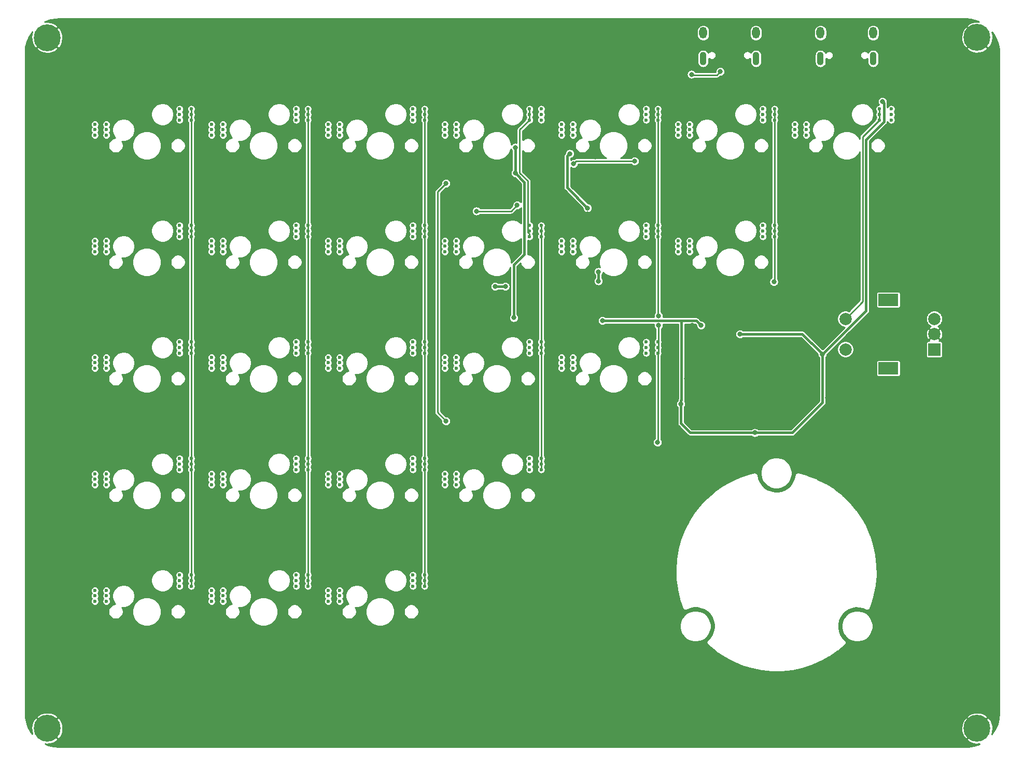
<source format=gtl>
G04 #@! TF.GenerationSoftware,KiCad,Pcbnew,(5.1.5-0-10_14)*
G04 #@! TF.CreationDate,2021-04-20T13:47:47+02:00*
G04 #@! TF.ProjectId,Trigon,54726967-6f6e-42e6-9b69-6361645f7063,rev?*
G04 #@! TF.SameCoordinates,Original*
G04 #@! TF.FileFunction,Copper,L1,Top*
G04 #@! TF.FilePolarity,Positive*
%FSLAX46Y46*%
G04 Gerber Fmt 4.6, Leading zero omitted, Abs format (unit mm)*
G04 Created by KiCad (PCBNEW (5.1.5-0-10_14)) date 2021-04-20 13:47:47*
%MOMM*%
%LPD*%
G04 APERTURE LIST*
%ADD10O,1.100000X2.200000*%
%ADD11O,1.300000X1.900000*%
%ADD12C,0.600000*%
%ADD13R,2.000000X2.000000*%
%ADD14C,2.000000*%
%ADD15R,3.200000X2.000000*%
%ADD16C,4.400000*%
%ADD17C,0.100000*%
%ADD18C,0.500000*%
%ADD19C,0.800000*%
%ADD20C,0.254000*%
%ADD21C,0.381000*%
G04 APERTURE END LIST*
D10*
X131998500Y-19137500D03*
D11*
X131998500Y-14937500D03*
X123398500Y-14937500D03*
D10*
X123398500Y-19137500D03*
X151143750Y-19137500D03*
D11*
X151143750Y-14937500D03*
X142543750Y-14937500D03*
D10*
X142543750Y-19137500D03*
D12*
X75993750Y-105362500D03*
X77893750Y-105362500D03*
X77893750Y-103562500D03*
X77893750Y-104462500D03*
X75993750Y-103562500D03*
X75993750Y-104462500D03*
X64043750Y-106962500D03*
X62143750Y-106962500D03*
X62143750Y-106062500D03*
X64043750Y-106062500D03*
X64043750Y-107862500D03*
X62143750Y-107862500D03*
X56943750Y-105362500D03*
X58843750Y-105362500D03*
X58843750Y-103562500D03*
X58843750Y-104462500D03*
X56943750Y-103562500D03*
X56943750Y-104462500D03*
X44993750Y-106962500D03*
X43093750Y-106962500D03*
X43093750Y-106062500D03*
X44993750Y-106062500D03*
X44993750Y-107862500D03*
X43093750Y-107862500D03*
X37893750Y-105362500D03*
X39793750Y-105362500D03*
X39793750Y-103562500D03*
X39793750Y-104462500D03*
X37893750Y-103562500D03*
X37893750Y-104462500D03*
X25943750Y-106962500D03*
X24043750Y-106962500D03*
X24043750Y-106062500D03*
X25943750Y-106062500D03*
X25943750Y-107862500D03*
X24043750Y-107862500D03*
X95043750Y-86312500D03*
X96943750Y-86312500D03*
X96943750Y-84512500D03*
X96943750Y-85412500D03*
X95043750Y-84512500D03*
X95043750Y-85412500D03*
X83093750Y-87912500D03*
X81193750Y-87912500D03*
X81193750Y-87012500D03*
X83093750Y-87012500D03*
X83093750Y-88812500D03*
X81193750Y-88812500D03*
X75993750Y-86312500D03*
X77893750Y-86312500D03*
X77893750Y-84512500D03*
X77893750Y-85412500D03*
X75993750Y-84512500D03*
X75993750Y-85412500D03*
X64043750Y-87912500D03*
X62143750Y-87912500D03*
X62143750Y-87012500D03*
X64043750Y-87012500D03*
X64043750Y-88812500D03*
X62143750Y-88812500D03*
X56943750Y-86312500D03*
X58843750Y-86312500D03*
X58843750Y-84512500D03*
X58843750Y-85412500D03*
X56943750Y-84512500D03*
X56943750Y-85412500D03*
X44993750Y-87912500D03*
X43093750Y-87912500D03*
X43093750Y-87012500D03*
X44993750Y-87012500D03*
X44993750Y-88812500D03*
X43093750Y-88812500D03*
X37893750Y-86312500D03*
X39793750Y-86312500D03*
X39793750Y-84512500D03*
X39793750Y-85412500D03*
X37893750Y-84512500D03*
X37893750Y-85412500D03*
X25943750Y-87912500D03*
X24043750Y-87912500D03*
X24043750Y-87012500D03*
X25943750Y-87012500D03*
X25943750Y-88812500D03*
X24043750Y-88812500D03*
X114093750Y-67262500D03*
X115993750Y-67262500D03*
X115993750Y-65462500D03*
X115993750Y-66362500D03*
X114093750Y-65462500D03*
X114093750Y-66362500D03*
X102143750Y-68862500D03*
X100243750Y-68862500D03*
X100243750Y-67962500D03*
X102143750Y-67962500D03*
X102143750Y-69762500D03*
X100243750Y-69762500D03*
X95043750Y-67262500D03*
X96943750Y-67262500D03*
X96943750Y-65462500D03*
X96943750Y-66362500D03*
X95043750Y-65462500D03*
X95043750Y-66362500D03*
X83093750Y-68862500D03*
X81193750Y-68862500D03*
X81193750Y-67962500D03*
X83093750Y-67962500D03*
X83093750Y-69762500D03*
X81193750Y-69762500D03*
X75993750Y-67262500D03*
X77893750Y-67262500D03*
X77893750Y-65462500D03*
X77893750Y-66362500D03*
X75993750Y-65462500D03*
X75993750Y-66362500D03*
X64043750Y-68862500D03*
X62143750Y-68862500D03*
X62143750Y-67962500D03*
X64043750Y-67962500D03*
X64043750Y-69762500D03*
X62143750Y-69762500D03*
X56943750Y-67262500D03*
X58843750Y-67262500D03*
X58843750Y-65462500D03*
X58843750Y-66362500D03*
X56943750Y-65462500D03*
X56943750Y-66362500D03*
X44993750Y-68862500D03*
X43093750Y-68862500D03*
X43093750Y-67962500D03*
X44993750Y-67962500D03*
X44993750Y-69762500D03*
X43093750Y-69762500D03*
X37893750Y-67262500D03*
X39793750Y-67262500D03*
X39793750Y-65462500D03*
X39793750Y-66362500D03*
X37893750Y-65462500D03*
X37893750Y-66362500D03*
X25943750Y-68862500D03*
X24043750Y-68862500D03*
X24043750Y-67962500D03*
X25943750Y-67962500D03*
X25943750Y-69762500D03*
X24043750Y-69762500D03*
X133143750Y-48212500D03*
X135043750Y-48212500D03*
X135043750Y-46412500D03*
X135043750Y-47312500D03*
X133143750Y-46412500D03*
X133143750Y-47312500D03*
X121193750Y-49812500D03*
X119293750Y-49812500D03*
X119293750Y-48912500D03*
X121193750Y-48912500D03*
X121193750Y-50712500D03*
X119293750Y-50712500D03*
X114093750Y-48212500D03*
X115993750Y-48212500D03*
X115993750Y-46412500D03*
X115993750Y-47312500D03*
X114093750Y-46412500D03*
X114093750Y-47312500D03*
X102143750Y-49812500D03*
X100243750Y-49812500D03*
X100243750Y-48912500D03*
X102143750Y-48912500D03*
X102143750Y-50712500D03*
X100243750Y-50712500D03*
X95043750Y-48212500D03*
X96943750Y-48212500D03*
X96943750Y-46412500D03*
X96943750Y-47312500D03*
X95043750Y-46412500D03*
X95043750Y-47312500D03*
X83093750Y-49812500D03*
X81193750Y-49812500D03*
X81193750Y-48912500D03*
X83093750Y-48912500D03*
X83093750Y-50712500D03*
X81193750Y-50712500D03*
X75993750Y-48212500D03*
X77893750Y-48212500D03*
X77893750Y-46412500D03*
X77893750Y-47312500D03*
X75993750Y-46412500D03*
X75993750Y-47312500D03*
X64043750Y-49812500D03*
X62143750Y-49812500D03*
X62143750Y-48912500D03*
X64043750Y-48912500D03*
X64043750Y-50712500D03*
X62143750Y-50712500D03*
X56943750Y-48212500D03*
X58843750Y-48212500D03*
X58843750Y-46412500D03*
X58843750Y-47312500D03*
X56943750Y-46412500D03*
X56943750Y-47312500D03*
X44993750Y-49812500D03*
X43093750Y-49812500D03*
X43093750Y-48912500D03*
X44993750Y-48912500D03*
X44993750Y-50712500D03*
X43093750Y-50712500D03*
X37893750Y-48212500D03*
X39793750Y-48212500D03*
X39793750Y-46412500D03*
X39793750Y-47312500D03*
X37893750Y-46412500D03*
X37893750Y-47312500D03*
X25943750Y-49812500D03*
X24043750Y-49812500D03*
X24043750Y-48912500D03*
X25943750Y-48912500D03*
X25943750Y-50712500D03*
X24043750Y-50712500D03*
X152193750Y-29162500D03*
X154093750Y-29162500D03*
X154093750Y-27362500D03*
X154093750Y-28262500D03*
X152193750Y-27362500D03*
X152193750Y-28262500D03*
X140243750Y-30762500D03*
X138343750Y-30762500D03*
X138343750Y-29862500D03*
X140243750Y-29862500D03*
X140243750Y-31662500D03*
X138343750Y-31662500D03*
X133143750Y-29162500D03*
X135043750Y-29162500D03*
X135043750Y-27362500D03*
X135043750Y-28262500D03*
X133143750Y-27362500D03*
X133143750Y-28262500D03*
X121193750Y-30762500D03*
X119293750Y-30762500D03*
X119293750Y-29862500D03*
X121193750Y-29862500D03*
X121193750Y-31662500D03*
X119293750Y-31662500D03*
X114093750Y-29162500D03*
X115993750Y-29162500D03*
X115993750Y-27362500D03*
X115993750Y-28262500D03*
X114093750Y-27362500D03*
X114093750Y-28262500D03*
X102143750Y-30762500D03*
X100243750Y-30762500D03*
X100243750Y-29862500D03*
X102143750Y-29862500D03*
X102143750Y-31662500D03*
X100243750Y-31662500D03*
X95043750Y-29162500D03*
X96943750Y-29162500D03*
X96943750Y-27362500D03*
X96943750Y-28262500D03*
X95043750Y-27362500D03*
X95043750Y-28262500D03*
X83093750Y-30762500D03*
X81193750Y-30762500D03*
X81193750Y-29862500D03*
X83093750Y-29862500D03*
X83093750Y-31662500D03*
X81193750Y-31662500D03*
X75993750Y-29162500D03*
X77893750Y-29162500D03*
X77893750Y-27362500D03*
X77893750Y-28262500D03*
X75993750Y-27362500D03*
X75993750Y-28262500D03*
X64043750Y-30762500D03*
X62143750Y-30762500D03*
X62143750Y-29862500D03*
X64043750Y-29862500D03*
X64043750Y-31662500D03*
X62143750Y-31662500D03*
X56943750Y-29162500D03*
X58843750Y-29162500D03*
X58843750Y-27362500D03*
X58843750Y-28262500D03*
X56943750Y-27362500D03*
X56943750Y-28262500D03*
X44993750Y-30762500D03*
X43093750Y-30762500D03*
X43093750Y-29862500D03*
X44993750Y-29862500D03*
X44993750Y-31662500D03*
X43093750Y-31662500D03*
X37893750Y-29162500D03*
X39793750Y-29162500D03*
X39793750Y-27362500D03*
X39793750Y-28262500D03*
X37893750Y-27362500D03*
X37893750Y-28262500D03*
X25943750Y-30762500D03*
X24043750Y-30762500D03*
X24043750Y-29862500D03*
X25943750Y-29862500D03*
X25943750Y-31662500D03*
X24043750Y-31662500D03*
D13*
X161131250Y-66675000D03*
D14*
X161131250Y-64175000D03*
X161131250Y-61675000D03*
D15*
X153631250Y-69775000D03*
X153631250Y-58575000D03*
D14*
X146631250Y-66675000D03*
X146631250Y-61675000D03*
D16*
X16253175Y-15709688D03*
X168121183Y-128615691D03*
X168121183Y-15672849D03*
X16268501Y-128615691D03*
G04 #@! TA.AperFunction,Conductor*
D17*
G36*
X100243254Y-37644954D02*
G01*
X100267523Y-37648554D01*
X100291321Y-37654515D01*
X100314421Y-37662780D01*
X100336599Y-37673270D01*
X100357643Y-37685883D01*
X100377348Y-37700497D01*
X100395527Y-37716973D01*
X100412003Y-37735152D01*
X100426617Y-37754857D01*
X100439230Y-37775901D01*
X100449720Y-37798079D01*
X100457985Y-37821179D01*
X100463946Y-37844977D01*
X100467546Y-37869246D01*
X100468750Y-37893750D01*
X100468750Y-39893750D01*
X100467546Y-39918254D01*
X100463946Y-39942523D01*
X100457985Y-39966321D01*
X100449720Y-39989421D01*
X100439230Y-40011599D01*
X100426617Y-40032643D01*
X100412003Y-40052348D01*
X100395527Y-40070527D01*
X100377348Y-40087003D01*
X100357643Y-40101617D01*
X100336599Y-40114230D01*
X100314421Y-40124720D01*
X100291321Y-40132985D01*
X100267523Y-40138946D01*
X100243254Y-40142546D01*
X100218750Y-40143750D01*
X98218750Y-40143750D01*
X98194246Y-40142546D01*
X98169977Y-40138946D01*
X98146179Y-40132985D01*
X98123079Y-40124720D01*
X98100901Y-40114230D01*
X98079857Y-40101617D01*
X98060152Y-40087003D01*
X98041973Y-40070527D01*
X98025497Y-40052348D01*
X98010883Y-40032643D01*
X97998270Y-40011599D01*
X97987780Y-39989421D01*
X97979515Y-39966321D01*
X97973554Y-39942523D01*
X97969954Y-39918254D01*
X97968750Y-39893750D01*
X97968750Y-37893750D01*
X97969954Y-37869246D01*
X97973554Y-37844977D01*
X97979515Y-37821179D01*
X97987780Y-37798079D01*
X97998270Y-37775901D01*
X98010883Y-37754857D01*
X98025497Y-37735152D01*
X98041973Y-37716973D01*
X98060152Y-37700497D01*
X98079857Y-37685883D01*
X98100901Y-37673270D01*
X98123079Y-37662780D01*
X98146179Y-37654515D01*
X98169977Y-37648554D01*
X98194246Y-37644954D01*
X98218750Y-37643750D01*
X100218750Y-37643750D01*
X100243254Y-37644954D01*
G37*
G04 #@! TD.AperFunction*
D18*
X100218750Y-39893750D03*
X100218750Y-38893750D03*
X100218750Y-37893750D03*
X99218750Y-39893750D03*
X99218750Y-38893750D03*
X99218750Y-37893750D03*
X98218750Y-39893750D03*
X98218750Y-38893750D03*
X98218750Y-37893750D03*
D19*
X81407000Y-39528750D03*
X81407000Y-78390750D03*
X116078000Y-61188749D03*
X116078000Y-62769749D03*
X115951000Y-81873800D03*
X134937500Y-55626000D03*
X119792750Y-16510000D03*
X121316750Y-16510000D03*
X138938000Y-16510000D03*
X140462000Y-16510000D03*
X143637000Y-21209000D03*
X146866750Y-21717000D03*
X127666750Y-21717000D03*
X154305000Y-20193000D03*
X140366750Y-75723750D03*
X136570897Y-71645603D03*
X124396500Y-21082000D03*
X123507500Y-21082000D03*
X121856500Y-79375000D03*
X131000500Y-21082000D03*
X120967500Y-78009750D03*
X121602500Y-62769750D03*
X139223750Y-68992750D03*
X118808500Y-20574000D03*
X131381500Y-61880750D03*
X140620750Y-73945750D03*
X141001750Y-69246750D03*
X134556500Y-79152750D03*
X120650000Y-71437500D03*
X142081250Y-74612500D03*
X143668750Y-74612500D03*
X119062488Y-71437500D03*
X150114000Y-21053490D03*
X98425002Y-61976000D03*
X105791000Y-36703000D03*
X106553000Y-39497000D03*
X106553000Y-38608000D03*
X105791000Y-35179000D03*
X97443410Y-45486620D03*
X104521000Y-44561013D03*
X88096760Y-41275000D03*
X91186000Y-44958000D03*
X95504000Y-58039000D03*
X101092000Y-33147000D03*
X94234000Y-35687000D03*
X131191000Y-24257000D03*
X93319600Y-41351200D03*
X95580202Y-41351200D03*
X108331002Y-60858400D03*
X108331000Y-63119000D03*
X111937800Y-53594000D03*
X111937800Y-55778400D03*
X109245400Y-37795200D03*
X111963200Y-41097200D03*
X129413000Y-64166750D03*
X119761000Y-75596750D03*
X142875000Y-67468750D03*
X123031250Y-62706250D03*
X131826000Y-80295750D03*
X92456000Y-61499750D03*
X92710000Y-37846000D03*
X106934000Y-61975998D03*
X152654000Y-26162000D03*
X92710000Y-33655000D03*
X126198510Y-21267336D03*
X121475500Y-21717000D03*
X91087500Y-56388000D03*
X89408000Y-56388000D03*
X104521000Y-43561000D03*
X101600000Y-34670996D03*
X106299000Y-55499000D03*
X106299000Y-53975000D03*
X112175999Y-35906001D03*
X102235000Y-36322000D03*
X86359990Y-44069000D03*
X93016530Y-43081510D03*
D20*
X80010000Y-40925750D02*
X80010000Y-76993750D01*
X80010000Y-76993750D02*
X81407000Y-78390750D01*
X81407000Y-39528750D02*
X80010000Y-40925750D01*
X39793750Y-27362500D02*
X39793750Y-105362500D01*
X58843750Y-27362500D02*
X58843750Y-105362500D01*
X77893750Y-27362500D02*
X77893750Y-105362500D01*
X96943750Y-46412500D02*
X96943750Y-86312500D01*
X95043750Y-27362500D02*
X95043750Y-29162500D01*
X95043750Y-47788236D02*
X95043750Y-48212500D01*
X94742000Y-47486486D02*
X95043750Y-47788236D01*
X94742000Y-39146132D02*
X94742000Y-47486486D01*
X93437001Y-37841133D02*
X94742000Y-39146132D01*
X93437001Y-30769249D02*
X93437001Y-37841133D01*
X95043750Y-29162500D02*
X93437001Y-30769249D01*
X115993750Y-61104499D02*
X116078000Y-61188749D01*
X115993750Y-27362500D02*
X115993750Y-61104499D01*
X116078000Y-67178250D02*
X115993750Y-67262500D01*
X116078000Y-62769749D02*
X116078000Y-67178250D01*
X115993750Y-81831050D02*
X115951000Y-81873800D01*
X115993750Y-67262500D02*
X115993750Y-81831050D01*
X135043750Y-27362500D02*
X135043750Y-27220750D01*
X135043750Y-27220750D02*
X135043750Y-48212500D01*
X135043750Y-46412500D02*
X135043750Y-55519750D01*
X135043750Y-55519750D02*
X134937500Y-55626000D01*
X152193750Y-27362500D02*
X152193750Y-27352750D01*
X152193750Y-27362500D02*
X152193750Y-29162500D01*
X149479000Y-31877250D02*
X151893751Y-29462499D01*
X149479000Y-58827250D02*
X149479000Y-31877250D01*
X151893751Y-29462499D02*
X152193750Y-29162500D01*
X146631250Y-61675000D02*
X149479000Y-58827250D01*
D21*
X139573000Y-64166750D02*
X142475001Y-67068751D01*
X129413000Y-64166750D02*
X139573000Y-64166750D01*
X142475001Y-67068751D02*
X142875000Y-67468750D01*
X122304249Y-61979249D02*
X123031250Y-62706250D01*
X119789501Y-61979249D02*
X122304249Y-61979249D01*
X142875000Y-68034435D02*
X142875000Y-67468750D01*
X142875000Y-75342750D02*
X142875000Y-68034435D01*
X137922000Y-80295750D02*
X142875000Y-75342750D01*
X131826000Y-80295750D02*
X137922000Y-80295750D01*
X119761000Y-75596750D02*
X119761000Y-78771750D01*
X121285000Y-80295750D02*
X131826000Y-80295750D01*
X119761000Y-78771750D02*
X121285000Y-80295750D01*
X119853009Y-74939056D02*
X119761000Y-75031065D01*
X119853009Y-62042757D02*
X119853009Y-74939056D01*
X119789501Y-61979249D02*
X119853009Y-62042757D01*
X119761000Y-75031065D02*
X119761000Y-75596750D01*
X143274999Y-67068751D02*
X142875000Y-67468750D01*
X149996511Y-60347239D02*
X143274999Y-67068751D01*
X149996511Y-32381681D02*
X149996511Y-60347239D01*
X152908000Y-29470192D02*
X149996511Y-32381681D01*
X152908000Y-26416000D02*
X152908000Y-29470192D01*
X152654000Y-26162000D02*
X152908000Y-26416000D01*
X94208600Y-51115376D02*
X92456000Y-52867976D01*
X92456000Y-60934065D02*
X92456000Y-61499750D01*
X92456000Y-52867976D02*
X92456000Y-60934065D01*
X94208600Y-39344600D02*
X94208600Y-51115376D01*
X92710000Y-37846000D02*
X94208600Y-39344600D01*
X106937251Y-61979249D02*
X106934000Y-61975998D01*
X119789501Y-61979249D02*
X106937251Y-61979249D01*
X92710000Y-33655000D02*
X92710000Y-37846000D01*
D20*
X121567501Y-21809001D02*
X121475500Y-21717000D01*
X125656845Y-21809001D02*
X121567501Y-21809001D01*
X126198510Y-21267336D02*
X125656845Y-21809001D01*
D21*
X91087500Y-56388000D02*
X89408000Y-56388000D01*
X101200001Y-40240001D02*
X101200001Y-35070995D01*
X104521000Y-43561000D02*
X101200001Y-40240001D01*
X101200001Y-35070995D02*
X101600000Y-34670996D01*
X106299000Y-55499000D02*
X106299000Y-53975000D01*
D20*
X102650999Y-35906001D02*
X102235000Y-36322000D01*
X112175999Y-35906001D02*
X102650999Y-35906001D01*
X92029040Y-44069000D02*
X93016530Y-43081510D01*
X86359990Y-44069000D02*
X92029040Y-44069000D01*
G36*
X167104103Y-12702802D02*
G01*
X167981669Y-12923231D01*
X168416072Y-13112115D01*
X168222346Y-13085357D01*
X167715607Y-13115339D01*
X167224454Y-13243605D01*
X166767763Y-13465226D01*
X166599536Y-13577631D01*
X166357150Y-13908109D01*
X168121183Y-15672142D01*
X168135326Y-15658000D01*
X168136033Y-15658707D01*
X168121890Y-15672849D01*
X169885923Y-17436882D01*
X170216401Y-17194496D01*
X170473000Y-16756501D01*
X170639221Y-16276862D01*
X170708675Y-15774012D01*
X170678693Y-15267273D01*
X170550781Y-14777476D01*
X170801199Y-15094560D01*
X171238489Y-15886710D01*
X171540525Y-16739634D01*
X171700671Y-17638689D01*
X171725316Y-18161283D01*
X171725317Y-126130466D01*
X171649566Y-127051838D01*
X171429138Y-127929403D01*
X171068337Y-128759190D01*
X170576856Y-129518902D01*
X170510113Y-129592252D01*
X170639221Y-129219704D01*
X170708675Y-128716854D01*
X170678693Y-128210115D01*
X170550427Y-127718962D01*
X170328806Y-127262271D01*
X170216401Y-127094044D01*
X169885923Y-126851658D01*
X168121890Y-128615691D01*
X168136033Y-128629834D01*
X168135326Y-128630541D01*
X168121183Y-128616398D01*
X166357150Y-130380431D01*
X166599536Y-130710909D01*
X167037531Y-130967508D01*
X167517170Y-131133729D01*
X168020020Y-131203183D01*
X168484750Y-131175687D01*
X168465663Y-131186223D01*
X167612732Y-131488261D01*
X166713688Y-131648406D01*
X166191084Y-131673052D01*
X18221890Y-131673052D01*
X17300530Y-131597302D01*
X16422965Y-131376874D01*
X15956543Y-131174068D01*
X16167338Y-131203183D01*
X16674077Y-131173201D01*
X17165230Y-131044935D01*
X17621921Y-130823314D01*
X17790148Y-130710909D01*
X18032534Y-130380431D01*
X16268501Y-128616398D01*
X16254359Y-128630541D01*
X16253652Y-128629834D01*
X16267794Y-128615691D01*
X16269208Y-128615691D01*
X18033241Y-130379724D01*
X18363719Y-130137338D01*
X18620318Y-129699343D01*
X18786539Y-129219704D01*
X18855993Y-128716854D01*
X18844023Y-128514528D01*
X165533691Y-128514528D01*
X165563673Y-129021267D01*
X165691939Y-129512420D01*
X165913560Y-129969111D01*
X166025965Y-130137338D01*
X166356443Y-130379724D01*
X168120476Y-128615691D01*
X166356443Y-126851658D01*
X166025965Y-127094044D01*
X165769366Y-127532039D01*
X165603145Y-128011678D01*
X165533691Y-128514528D01*
X18844023Y-128514528D01*
X18826011Y-128210115D01*
X18697745Y-127718962D01*
X18476124Y-127262271D01*
X18363719Y-127094044D01*
X18033241Y-126851658D01*
X16269208Y-128615691D01*
X16267794Y-128615691D01*
X14503761Y-126851658D01*
X14173283Y-127094044D01*
X13916684Y-127532039D01*
X13750463Y-128011678D01*
X13681009Y-128514528D01*
X13710991Y-129021267D01*
X13836030Y-129500062D01*
X13603433Y-129205544D01*
X13166145Y-128413399D01*
X12864107Y-127560468D01*
X12737723Y-126850951D01*
X14504468Y-126850951D01*
X16268501Y-128614984D01*
X18032534Y-126850951D01*
X166357150Y-126850951D01*
X168121183Y-128614984D01*
X169885216Y-126850951D01*
X169642830Y-126520473D01*
X169204835Y-126263874D01*
X168725196Y-126097653D01*
X168222346Y-126028199D01*
X167715607Y-126058181D01*
X167224454Y-126186447D01*
X166767763Y-126408068D01*
X166599536Y-126520473D01*
X166357150Y-126850951D01*
X18032534Y-126850951D01*
X17790148Y-126520473D01*
X17352153Y-126263874D01*
X16872514Y-126097653D01*
X16369664Y-126028199D01*
X15862925Y-126058181D01*
X15371772Y-126186447D01*
X14915081Y-126408068D01*
X14746854Y-126520473D01*
X14504468Y-126850951D01*
X12737723Y-126850951D01*
X12703962Y-126661424D01*
X12679316Y-126138820D01*
X12679316Y-109416562D01*
X26235850Y-109416562D01*
X26235850Y-109658438D01*
X26283038Y-109895665D01*
X26375599Y-110119129D01*
X26509978Y-110320240D01*
X26681010Y-110491272D01*
X26882121Y-110625651D01*
X27105585Y-110718212D01*
X27342812Y-110765400D01*
X27584688Y-110765400D01*
X27821915Y-110718212D01*
X28045379Y-110625651D01*
X28246490Y-110491272D01*
X28417522Y-110320240D01*
X28551901Y-110119129D01*
X28644462Y-109895665D01*
X28691650Y-109658438D01*
X28691650Y-109416562D01*
X28669258Y-109303987D01*
X30172850Y-109303987D01*
X30172850Y-109771013D01*
X30263962Y-110229066D01*
X30442685Y-110660542D01*
X30702152Y-111048861D01*
X31032389Y-111379098D01*
X31420708Y-111638565D01*
X31852184Y-111817288D01*
X32310237Y-111908400D01*
X32777263Y-111908400D01*
X33235316Y-111817288D01*
X33666792Y-111638565D01*
X34055111Y-111379098D01*
X34385348Y-111048861D01*
X34644815Y-110660542D01*
X34823538Y-110229066D01*
X34914650Y-109771013D01*
X34914650Y-109416562D01*
X36395850Y-109416562D01*
X36395850Y-109658438D01*
X36443038Y-109895665D01*
X36535599Y-110119129D01*
X36669978Y-110320240D01*
X36841010Y-110491272D01*
X37042121Y-110625651D01*
X37265585Y-110718212D01*
X37502812Y-110765400D01*
X37744688Y-110765400D01*
X37981915Y-110718212D01*
X38205379Y-110625651D01*
X38406490Y-110491272D01*
X38577522Y-110320240D01*
X38711901Y-110119129D01*
X38804462Y-109895665D01*
X38851650Y-109658438D01*
X38851650Y-109416562D01*
X45285850Y-109416562D01*
X45285850Y-109658438D01*
X45333038Y-109895665D01*
X45425599Y-110119129D01*
X45559978Y-110320240D01*
X45731010Y-110491272D01*
X45932121Y-110625651D01*
X46155585Y-110718212D01*
X46392812Y-110765400D01*
X46634688Y-110765400D01*
X46871915Y-110718212D01*
X47095379Y-110625651D01*
X47296490Y-110491272D01*
X47467522Y-110320240D01*
X47601901Y-110119129D01*
X47694462Y-109895665D01*
X47741650Y-109658438D01*
X47741650Y-109416562D01*
X47719258Y-109303987D01*
X49222850Y-109303987D01*
X49222850Y-109771013D01*
X49313962Y-110229066D01*
X49492685Y-110660542D01*
X49752152Y-111048861D01*
X50082389Y-111379098D01*
X50470708Y-111638565D01*
X50902184Y-111817288D01*
X51360237Y-111908400D01*
X51827263Y-111908400D01*
X52285316Y-111817288D01*
X52716792Y-111638565D01*
X53105111Y-111379098D01*
X53435348Y-111048861D01*
X53694815Y-110660542D01*
X53873538Y-110229066D01*
X53964650Y-109771013D01*
X53964650Y-109416562D01*
X55445850Y-109416562D01*
X55445850Y-109658438D01*
X55493038Y-109895665D01*
X55585599Y-110119129D01*
X55719978Y-110320240D01*
X55891010Y-110491272D01*
X56092121Y-110625651D01*
X56315585Y-110718212D01*
X56552812Y-110765400D01*
X56794688Y-110765400D01*
X57031915Y-110718212D01*
X57255379Y-110625651D01*
X57456490Y-110491272D01*
X57627522Y-110320240D01*
X57761901Y-110119129D01*
X57854462Y-109895665D01*
X57901650Y-109658438D01*
X57901650Y-109416562D01*
X64335850Y-109416562D01*
X64335850Y-109658438D01*
X64383038Y-109895665D01*
X64475599Y-110119129D01*
X64609978Y-110320240D01*
X64781010Y-110491272D01*
X64982121Y-110625651D01*
X65205585Y-110718212D01*
X65442812Y-110765400D01*
X65684688Y-110765400D01*
X65921915Y-110718212D01*
X66145379Y-110625651D01*
X66346490Y-110491272D01*
X66517522Y-110320240D01*
X66651901Y-110119129D01*
X66744462Y-109895665D01*
X66791650Y-109658438D01*
X66791650Y-109416562D01*
X66769258Y-109303987D01*
X68272850Y-109303987D01*
X68272850Y-109771013D01*
X68363962Y-110229066D01*
X68542685Y-110660542D01*
X68802152Y-111048861D01*
X69132389Y-111379098D01*
X69520708Y-111638565D01*
X69952184Y-111817288D01*
X70410237Y-111908400D01*
X70877263Y-111908400D01*
X71335316Y-111817288D01*
X71696231Y-111667792D01*
X119545180Y-111667792D01*
X119545180Y-112174932D01*
X119644118Y-112672328D01*
X119838193Y-113140865D01*
X120119945Y-113562537D01*
X120478548Y-113921140D01*
X120900220Y-114202892D01*
X121368757Y-114396967D01*
X121866153Y-114495905D01*
X122373293Y-114495905D01*
X122870689Y-114396967D01*
X123339226Y-114202892D01*
X123760898Y-113921140D01*
X124119501Y-113562537D01*
X124401253Y-113140865D01*
X124595328Y-112672328D01*
X124694266Y-112174932D01*
X124694266Y-111667792D01*
X124595328Y-111170396D01*
X124401253Y-110701859D01*
X124119501Y-110280187D01*
X123760898Y-109921584D01*
X123339226Y-109639832D01*
X122870689Y-109445757D01*
X122373293Y-109346819D01*
X121866153Y-109346819D01*
X121368757Y-109445757D01*
X120900220Y-109639832D01*
X120478548Y-109921584D01*
X120119945Y-110280187D01*
X119838193Y-110701859D01*
X119644118Y-111170396D01*
X119545180Y-111667792D01*
X71696231Y-111667792D01*
X71766792Y-111638565D01*
X72155111Y-111379098D01*
X72485348Y-111048861D01*
X72744815Y-110660542D01*
X72923538Y-110229066D01*
X73014650Y-109771013D01*
X73014650Y-109416562D01*
X74495850Y-109416562D01*
X74495850Y-109658438D01*
X74543038Y-109895665D01*
X74635599Y-110119129D01*
X74769978Y-110320240D01*
X74941010Y-110491272D01*
X75142121Y-110625651D01*
X75365585Y-110718212D01*
X75602812Y-110765400D01*
X75844688Y-110765400D01*
X76081915Y-110718212D01*
X76305379Y-110625651D01*
X76506490Y-110491272D01*
X76677522Y-110320240D01*
X76811901Y-110119129D01*
X76904462Y-109895665D01*
X76951650Y-109658438D01*
X76951650Y-109416562D01*
X76904462Y-109179335D01*
X76811901Y-108955871D01*
X76677522Y-108754760D01*
X76506490Y-108583728D01*
X76305379Y-108449349D01*
X76081915Y-108356788D01*
X75844688Y-108309600D01*
X75602812Y-108309600D01*
X75365585Y-108356788D01*
X75142121Y-108449349D01*
X74941010Y-108583728D01*
X74769978Y-108754760D01*
X74635599Y-108955871D01*
X74543038Y-109179335D01*
X74495850Y-109416562D01*
X73014650Y-109416562D01*
X73014650Y-109303987D01*
X72923538Y-108845934D01*
X72744815Y-108414458D01*
X72485348Y-108026139D01*
X72155111Y-107695902D01*
X71766792Y-107436435D01*
X71335316Y-107257712D01*
X70877263Y-107166600D01*
X70410237Y-107166600D01*
X69952184Y-107257712D01*
X69520708Y-107436435D01*
X69132389Y-107695902D01*
X68802152Y-108026139D01*
X68542685Y-108414458D01*
X68363962Y-108845934D01*
X68272850Y-109303987D01*
X66769258Y-109303987D01*
X66744462Y-109179335D01*
X66651901Y-108955871D01*
X66589659Y-108862720D01*
X66648882Y-108874500D01*
X67018618Y-108874500D01*
X67381251Y-108802368D01*
X67722843Y-108660876D01*
X68030268Y-108455461D01*
X68291711Y-108194018D01*
X68497126Y-107886593D01*
X68638618Y-107545001D01*
X68710750Y-107182368D01*
X68710750Y-106812632D01*
X68638618Y-106449999D01*
X68497126Y-106108407D01*
X68291711Y-105800982D01*
X68030268Y-105539539D01*
X67722843Y-105334124D01*
X67381251Y-105192632D01*
X67018618Y-105120500D01*
X66648882Y-105120500D01*
X66286249Y-105192632D01*
X65944657Y-105334124D01*
X65637232Y-105539539D01*
X65375789Y-105800982D01*
X65170374Y-106108407D01*
X65028882Y-106449999D01*
X64956750Y-106812632D01*
X64956750Y-107182368D01*
X65028882Y-107545001D01*
X65170374Y-107886593D01*
X65375789Y-108194018D01*
X65491371Y-108309600D01*
X65442812Y-108309600D01*
X65205585Y-108356788D01*
X64982121Y-108449349D01*
X64781010Y-108583728D01*
X64609978Y-108754760D01*
X64475599Y-108955871D01*
X64383038Y-109179335D01*
X64335850Y-109416562D01*
X57901650Y-109416562D01*
X57854462Y-109179335D01*
X57761901Y-108955871D01*
X57627522Y-108754760D01*
X57456490Y-108583728D01*
X57255379Y-108449349D01*
X57031915Y-108356788D01*
X56794688Y-108309600D01*
X56552812Y-108309600D01*
X56315585Y-108356788D01*
X56092121Y-108449349D01*
X55891010Y-108583728D01*
X55719978Y-108754760D01*
X55585599Y-108955871D01*
X55493038Y-109179335D01*
X55445850Y-109416562D01*
X53964650Y-109416562D01*
X53964650Y-109303987D01*
X53873538Y-108845934D01*
X53694815Y-108414458D01*
X53435348Y-108026139D01*
X53105111Y-107695902D01*
X52716792Y-107436435D01*
X52285316Y-107257712D01*
X51827263Y-107166600D01*
X51360237Y-107166600D01*
X50902184Y-107257712D01*
X50470708Y-107436435D01*
X50082389Y-107695902D01*
X49752152Y-108026139D01*
X49492685Y-108414458D01*
X49313962Y-108845934D01*
X49222850Y-109303987D01*
X47719258Y-109303987D01*
X47694462Y-109179335D01*
X47601901Y-108955871D01*
X47539659Y-108862720D01*
X47598882Y-108874500D01*
X47968618Y-108874500D01*
X48331251Y-108802368D01*
X48672843Y-108660876D01*
X48980268Y-108455461D01*
X49241711Y-108194018D01*
X49447126Y-107886593D01*
X49588618Y-107545001D01*
X49660750Y-107182368D01*
X49660750Y-106812632D01*
X49588618Y-106449999D01*
X49447126Y-106108407D01*
X49241711Y-105800982D01*
X48980268Y-105539539D01*
X48672843Y-105334124D01*
X48331251Y-105192632D01*
X47968618Y-105120500D01*
X47598882Y-105120500D01*
X47236249Y-105192632D01*
X46894657Y-105334124D01*
X46587232Y-105539539D01*
X46325789Y-105800982D01*
X46120374Y-106108407D01*
X45978882Y-106449999D01*
X45906750Y-106812632D01*
X45906750Y-107182368D01*
X45978882Y-107545001D01*
X46120374Y-107886593D01*
X46325789Y-108194018D01*
X46441371Y-108309600D01*
X46392812Y-108309600D01*
X46155585Y-108356788D01*
X45932121Y-108449349D01*
X45731010Y-108583728D01*
X45559978Y-108754760D01*
X45425599Y-108955871D01*
X45333038Y-109179335D01*
X45285850Y-109416562D01*
X38851650Y-109416562D01*
X38804462Y-109179335D01*
X38711901Y-108955871D01*
X38577522Y-108754760D01*
X38406490Y-108583728D01*
X38205379Y-108449349D01*
X37981915Y-108356788D01*
X37744688Y-108309600D01*
X37502812Y-108309600D01*
X37265585Y-108356788D01*
X37042121Y-108449349D01*
X36841010Y-108583728D01*
X36669978Y-108754760D01*
X36535599Y-108955871D01*
X36443038Y-109179335D01*
X36395850Y-109416562D01*
X34914650Y-109416562D01*
X34914650Y-109303987D01*
X34823538Y-108845934D01*
X34644815Y-108414458D01*
X34385348Y-108026139D01*
X34055111Y-107695902D01*
X33666792Y-107436435D01*
X33235316Y-107257712D01*
X32777263Y-107166600D01*
X32310237Y-107166600D01*
X31852184Y-107257712D01*
X31420708Y-107436435D01*
X31032389Y-107695902D01*
X30702152Y-108026139D01*
X30442685Y-108414458D01*
X30263962Y-108845934D01*
X30172850Y-109303987D01*
X28669258Y-109303987D01*
X28644462Y-109179335D01*
X28551901Y-108955871D01*
X28489659Y-108862720D01*
X28548882Y-108874500D01*
X28918618Y-108874500D01*
X29281251Y-108802368D01*
X29622843Y-108660876D01*
X29930268Y-108455461D01*
X30191711Y-108194018D01*
X30397126Y-107886593D01*
X30538618Y-107545001D01*
X30610750Y-107182368D01*
X30610750Y-106812632D01*
X30538618Y-106449999D01*
X30397126Y-106108407D01*
X30191711Y-105800982D01*
X29930268Y-105539539D01*
X29622843Y-105334124D01*
X29281251Y-105192632D01*
X28918618Y-105120500D01*
X28548882Y-105120500D01*
X28186249Y-105192632D01*
X27844657Y-105334124D01*
X27537232Y-105539539D01*
X27275789Y-105800982D01*
X27070374Y-106108407D01*
X26928882Y-106449999D01*
X26856750Y-106812632D01*
X26856750Y-107182368D01*
X26928882Y-107545001D01*
X27070374Y-107886593D01*
X27275789Y-108194018D01*
X27391371Y-108309600D01*
X27342812Y-108309600D01*
X27105585Y-108356788D01*
X26882121Y-108449349D01*
X26681010Y-108583728D01*
X26509978Y-108754760D01*
X26375599Y-108955871D01*
X26283038Y-109179335D01*
X26235850Y-109416562D01*
X12679316Y-109416562D01*
X12679316Y-105995821D01*
X23366750Y-105995821D01*
X23366750Y-106129179D01*
X23392766Y-106259974D01*
X23443800Y-106383180D01*
X23517890Y-106494063D01*
X23536327Y-106512500D01*
X23517890Y-106530937D01*
X23443800Y-106641820D01*
X23392766Y-106765026D01*
X23366750Y-106895821D01*
X23366750Y-107029179D01*
X23392766Y-107159974D01*
X23443800Y-107283180D01*
X23517890Y-107394063D01*
X23536327Y-107412500D01*
X23517890Y-107430937D01*
X23443800Y-107541820D01*
X23392766Y-107665026D01*
X23366750Y-107795821D01*
X23366750Y-107929179D01*
X23392766Y-108059974D01*
X23443800Y-108183180D01*
X23517890Y-108294063D01*
X23612187Y-108388360D01*
X23723070Y-108462450D01*
X23846276Y-108513484D01*
X23977071Y-108539500D01*
X24110429Y-108539500D01*
X24241224Y-108513484D01*
X24364430Y-108462450D01*
X24475313Y-108388360D01*
X24569610Y-108294063D01*
X24643700Y-108183180D01*
X24694734Y-108059974D01*
X24720750Y-107929179D01*
X24720750Y-107795821D01*
X24694734Y-107665026D01*
X24643700Y-107541820D01*
X24569610Y-107430937D01*
X24551173Y-107412500D01*
X24569610Y-107394063D01*
X24643700Y-107283180D01*
X24694734Y-107159974D01*
X24720750Y-107029179D01*
X24720750Y-106895821D01*
X24694734Y-106765026D01*
X24643700Y-106641820D01*
X24569610Y-106530937D01*
X24551173Y-106512500D01*
X24569610Y-106494063D01*
X24643700Y-106383180D01*
X24694734Y-106259974D01*
X24720750Y-106129179D01*
X24720750Y-105995821D01*
X25266750Y-105995821D01*
X25266750Y-106129179D01*
X25292766Y-106259974D01*
X25343800Y-106383180D01*
X25417890Y-106494063D01*
X25436327Y-106512500D01*
X25417890Y-106530937D01*
X25343800Y-106641820D01*
X25292766Y-106765026D01*
X25266750Y-106895821D01*
X25266750Y-107029179D01*
X25292766Y-107159974D01*
X25343800Y-107283180D01*
X25417890Y-107394063D01*
X25436327Y-107412500D01*
X25417890Y-107430937D01*
X25343800Y-107541820D01*
X25292766Y-107665026D01*
X25266750Y-107795821D01*
X25266750Y-107929179D01*
X25292766Y-108059974D01*
X25343800Y-108183180D01*
X25417890Y-108294063D01*
X25512187Y-108388360D01*
X25623070Y-108462450D01*
X25746276Y-108513484D01*
X25877071Y-108539500D01*
X26010429Y-108539500D01*
X26141224Y-108513484D01*
X26264430Y-108462450D01*
X26375313Y-108388360D01*
X26469610Y-108294063D01*
X26543700Y-108183180D01*
X26594734Y-108059974D01*
X26620750Y-107929179D01*
X26620750Y-107795821D01*
X26594734Y-107665026D01*
X26543700Y-107541820D01*
X26469610Y-107430937D01*
X26451173Y-107412500D01*
X26469610Y-107394063D01*
X26543700Y-107283180D01*
X26594734Y-107159974D01*
X26620750Y-107029179D01*
X26620750Y-106895821D01*
X26594734Y-106765026D01*
X26543700Y-106641820D01*
X26469610Y-106530937D01*
X26451173Y-106512500D01*
X26469610Y-106494063D01*
X26543700Y-106383180D01*
X26594734Y-106259974D01*
X26620750Y-106129179D01*
X26620750Y-105995821D01*
X26594734Y-105865026D01*
X26543700Y-105741820D01*
X26469610Y-105630937D01*
X26375313Y-105536640D01*
X26264430Y-105462550D01*
X26141224Y-105411516D01*
X26010429Y-105385500D01*
X25877071Y-105385500D01*
X25746276Y-105411516D01*
X25623070Y-105462550D01*
X25512187Y-105536640D01*
X25417890Y-105630937D01*
X25343800Y-105741820D01*
X25292766Y-105865026D01*
X25266750Y-105995821D01*
X24720750Y-105995821D01*
X24694734Y-105865026D01*
X24643700Y-105741820D01*
X24569610Y-105630937D01*
X24475313Y-105536640D01*
X24364430Y-105462550D01*
X24241224Y-105411516D01*
X24110429Y-105385500D01*
X23977071Y-105385500D01*
X23846276Y-105411516D01*
X23723070Y-105462550D01*
X23612187Y-105536640D01*
X23517890Y-105630937D01*
X23443800Y-105741820D01*
X23392766Y-105865026D01*
X23366750Y-105995821D01*
X12679316Y-105995821D01*
X12679316Y-104272632D01*
X33206750Y-104272632D01*
X33206750Y-104642368D01*
X33278882Y-105005001D01*
X33420374Y-105346593D01*
X33625789Y-105654018D01*
X33887232Y-105915461D01*
X34194657Y-106120876D01*
X34536249Y-106262368D01*
X34898882Y-106334500D01*
X35268618Y-106334500D01*
X35631251Y-106262368D01*
X35972843Y-106120876D01*
X36280268Y-105915461D01*
X36541711Y-105654018D01*
X36747126Y-105346593D01*
X36888618Y-105005001D01*
X36960750Y-104642368D01*
X36960750Y-104272632D01*
X36888618Y-103909999D01*
X36747126Y-103568407D01*
X36698626Y-103495821D01*
X37216750Y-103495821D01*
X37216750Y-103629179D01*
X37242766Y-103759974D01*
X37293800Y-103883180D01*
X37367890Y-103994063D01*
X37386327Y-104012500D01*
X37367890Y-104030937D01*
X37293800Y-104141820D01*
X37242766Y-104265026D01*
X37216750Y-104395821D01*
X37216750Y-104529179D01*
X37242766Y-104659974D01*
X37293800Y-104783180D01*
X37367890Y-104894063D01*
X37386327Y-104912500D01*
X37367890Y-104930937D01*
X37293800Y-105041820D01*
X37242766Y-105165026D01*
X37216750Y-105295821D01*
X37216750Y-105429179D01*
X37242766Y-105559974D01*
X37293800Y-105683180D01*
X37367890Y-105794063D01*
X37462187Y-105888360D01*
X37573070Y-105962450D01*
X37696276Y-106013484D01*
X37827071Y-106039500D01*
X37960429Y-106039500D01*
X38091224Y-106013484D01*
X38214430Y-105962450D01*
X38325313Y-105888360D01*
X38419610Y-105794063D01*
X38493700Y-105683180D01*
X38544734Y-105559974D01*
X38570750Y-105429179D01*
X38570750Y-105295821D01*
X38544734Y-105165026D01*
X38493700Y-105041820D01*
X38419610Y-104930937D01*
X38401173Y-104912500D01*
X38419610Y-104894063D01*
X38493700Y-104783180D01*
X38544734Y-104659974D01*
X38570750Y-104529179D01*
X38570750Y-104395821D01*
X38544734Y-104265026D01*
X38493700Y-104141820D01*
X38419610Y-104030937D01*
X38401173Y-104012500D01*
X38419610Y-103994063D01*
X38493700Y-103883180D01*
X38544734Y-103759974D01*
X38570750Y-103629179D01*
X38570750Y-103495821D01*
X38544734Y-103365026D01*
X38493700Y-103241820D01*
X38419610Y-103130937D01*
X38325313Y-103036640D01*
X38214430Y-102962550D01*
X38091224Y-102911516D01*
X37960429Y-102885500D01*
X37827071Y-102885500D01*
X37696276Y-102911516D01*
X37573070Y-102962550D01*
X37462187Y-103036640D01*
X37367890Y-103130937D01*
X37293800Y-103241820D01*
X37242766Y-103365026D01*
X37216750Y-103495821D01*
X36698626Y-103495821D01*
X36541711Y-103260982D01*
X36280268Y-102999539D01*
X35972843Y-102794124D01*
X35631251Y-102652632D01*
X35268618Y-102580500D01*
X34898882Y-102580500D01*
X34536249Y-102652632D01*
X34194657Y-102794124D01*
X33887232Y-102999539D01*
X33625789Y-103260982D01*
X33420374Y-103568407D01*
X33278882Y-103909999D01*
X33206750Y-104272632D01*
X12679316Y-104272632D01*
X12679316Y-90366562D01*
X26235850Y-90366562D01*
X26235850Y-90608438D01*
X26283038Y-90845665D01*
X26375599Y-91069129D01*
X26509978Y-91270240D01*
X26681010Y-91441272D01*
X26882121Y-91575651D01*
X27105585Y-91668212D01*
X27342812Y-91715400D01*
X27584688Y-91715400D01*
X27821915Y-91668212D01*
X28045379Y-91575651D01*
X28246490Y-91441272D01*
X28417522Y-91270240D01*
X28551901Y-91069129D01*
X28644462Y-90845665D01*
X28691650Y-90608438D01*
X28691650Y-90366562D01*
X28669258Y-90253987D01*
X30172850Y-90253987D01*
X30172850Y-90721013D01*
X30263962Y-91179066D01*
X30442685Y-91610542D01*
X30702152Y-91998861D01*
X31032389Y-92329098D01*
X31420708Y-92588565D01*
X31852184Y-92767288D01*
X32310237Y-92858400D01*
X32777263Y-92858400D01*
X33235316Y-92767288D01*
X33666792Y-92588565D01*
X34055111Y-92329098D01*
X34385348Y-91998861D01*
X34644815Y-91610542D01*
X34823538Y-91179066D01*
X34914650Y-90721013D01*
X34914650Y-90366562D01*
X36395850Y-90366562D01*
X36395850Y-90608438D01*
X36443038Y-90845665D01*
X36535599Y-91069129D01*
X36669978Y-91270240D01*
X36841010Y-91441272D01*
X37042121Y-91575651D01*
X37265585Y-91668212D01*
X37502812Y-91715400D01*
X37744688Y-91715400D01*
X37981915Y-91668212D01*
X38205379Y-91575651D01*
X38406490Y-91441272D01*
X38577522Y-91270240D01*
X38711901Y-91069129D01*
X38804462Y-90845665D01*
X38851650Y-90608438D01*
X38851650Y-90366562D01*
X38804462Y-90129335D01*
X38711901Y-89905871D01*
X38577522Y-89704760D01*
X38406490Y-89533728D01*
X38205379Y-89399349D01*
X37981915Y-89306788D01*
X37744688Y-89259600D01*
X37502812Y-89259600D01*
X37265585Y-89306788D01*
X37042121Y-89399349D01*
X36841010Y-89533728D01*
X36669978Y-89704760D01*
X36535599Y-89905871D01*
X36443038Y-90129335D01*
X36395850Y-90366562D01*
X34914650Y-90366562D01*
X34914650Y-90253987D01*
X34823538Y-89795934D01*
X34644815Y-89364458D01*
X34385348Y-88976139D01*
X34055111Y-88645902D01*
X33666792Y-88386435D01*
X33235316Y-88207712D01*
X32777263Y-88116600D01*
X32310237Y-88116600D01*
X31852184Y-88207712D01*
X31420708Y-88386435D01*
X31032389Y-88645902D01*
X30702152Y-88976139D01*
X30442685Y-89364458D01*
X30263962Y-89795934D01*
X30172850Y-90253987D01*
X28669258Y-90253987D01*
X28644462Y-90129335D01*
X28551901Y-89905871D01*
X28489659Y-89812720D01*
X28548882Y-89824500D01*
X28918618Y-89824500D01*
X29281251Y-89752368D01*
X29622843Y-89610876D01*
X29930268Y-89405461D01*
X30191711Y-89144018D01*
X30397126Y-88836593D01*
X30538618Y-88495001D01*
X30610750Y-88132368D01*
X30610750Y-87762632D01*
X30538618Y-87399999D01*
X30397126Y-87058407D01*
X30191711Y-86750982D01*
X29930268Y-86489539D01*
X29622843Y-86284124D01*
X29281251Y-86142632D01*
X28918618Y-86070500D01*
X28548882Y-86070500D01*
X28186249Y-86142632D01*
X27844657Y-86284124D01*
X27537232Y-86489539D01*
X27275789Y-86750982D01*
X27070374Y-87058407D01*
X26928882Y-87399999D01*
X26856750Y-87762632D01*
X26856750Y-88132368D01*
X26928882Y-88495001D01*
X27070374Y-88836593D01*
X27275789Y-89144018D01*
X27391371Y-89259600D01*
X27342812Y-89259600D01*
X27105585Y-89306788D01*
X26882121Y-89399349D01*
X26681010Y-89533728D01*
X26509978Y-89704760D01*
X26375599Y-89905871D01*
X26283038Y-90129335D01*
X26235850Y-90366562D01*
X12679316Y-90366562D01*
X12679316Y-86945821D01*
X23366750Y-86945821D01*
X23366750Y-87079179D01*
X23392766Y-87209974D01*
X23443800Y-87333180D01*
X23517890Y-87444063D01*
X23536327Y-87462500D01*
X23517890Y-87480937D01*
X23443800Y-87591820D01*
X23392766Y-87715026D01*
X23366750Y-87845821D01*
X23366750Y-87979179D01*
X23392766Y-88109974D01*
X23443800Y-88233180D01*
X23517890Y-88344063D01*
X23536327Y-88362500D01*
X23517890Y-88380937D01*
X23443800Y-88491820D01*
X23392766Y-88615026D01*
X23366750Y-88745821D01*
X23366750Y-88879179D01*
X23392766Y-89009974D01*
X23443800Y-89133180D01*
X23517890Y-89244063D01*
X23612187Y-89338360D01*
X23723070Y-89412450D01*
X23846276Y-89463484D01*
X23977071Y-89489500D01*
X24110429Y-89489500D01*
X24241224Y-89463484D01*
X24364430Y-89412450D01*
X24475313Y-89338360D01*
X24569610Y-89244063D01*
X24643700Y-89133180D01*
X24694734Y-89009974D01*
X24720750Y-88879179D01*
X24720750Y-88745821D01*
X24694734Y-88615026D01*
X24643700Y-88491820D01*
X24569610Y-88380937D01*
X24551173Y-88362500D01*
X24569610Y-88344063D01*
X24643700Y-88233180D01*
X24694734Y-88109974D01*
X24720750Y-87979179D01*
X24720750Y-87845821D01*
X24694734Y-87715026D01*
X24643700Y-87591820D01*
X24569610Y-87480937D01*
X24551173Y-87462500D01*
X24569610Y-87444063D01*
X24643700Y-87333180D01*
X24694734Y-87209974D01*
X24720750Y-87079179D01*
X24720750Y-86945821D01*
X25266750Y-86945821D01*
X25266750Y-87079179D01*
X25292766Y-87209974D01*
X25343800Y-87333180D01*
X25417890Y-87444063D01*
X25436327Y-87462500D01*
X25417890Y-87480937D01*
X25343800Y-87591820D01*
X25292766Y-87715026D01*
X25266750Y-87845821D01*
X25266750Y-87979179D01*
X25292766Y-88109974D01*
X25343800Y-88233180D01*
X25417890Y-88344063D01*
X25436327Y-88362500D01*
X25417890Y-88380937D01*
X25343800Y-88491820D01*
X25292766Y-88615026D01*
X25266750Y-88745821D01*
X25266750Y-88879179D01*
X25292766Y-89009974D01*
X25343800Y-89133180D01*
X25417890Y-89244063D01*
X25512187Y-89338360D01*
X25623070Y-89412450D01*
X25746276Y-89463484D01*
X25877071Y-89489500D01*
X26010429Y-89489500D01*
X26141224Y-89463484D01*
X26264430Y-89412450D01*
X26375313Y-89338360D01*
X26469610Y-89244063D01*
X26543700Y-89133180D01*
X26594734Y-89009974D01*
X26620750Y-88879179D01*
X26620750Y-88745821D01*
X26594734Y-88615026D01*
X26543700Y-88491820D01*
X26469610Y-88380937D01*
X26451173Y-88362500D01*
X26469610Y-88344063D01*
X26543700Y-88233180D01*
X26594734Y-88109974D01*
X26620750Y-87979179D01*
X26620750Y-87845821D01*
X26594734Y-87715026D01*
X26543700Y-87591820D01*
X26469610Y-87480937D01*
X26451173Y-87462500D01*
X26469610Y-87444063D01*
X26543700Y-87333180D01*
X26594734Y-87209974D01*
X26620750Y-87079179D01*
X26620750Y-86945821D01*
X26594734Y-86815026D01*
X26543700Y-86691820D01*
X26469610Y-86580937D01*
X26375313Y-86486640D01*
X26264430Y-86412550D01*
X26141224Y-86361516D01*
X26010429Y-86335500D01*
X25877071Y-86335500D01*
X25746276Y-86361516D01*
X25623070Y-86412550D01*
X25512187Y-86486640D01*
X25417890Y-86580937D01*
X25343800Y-86691820D01*
X25292766Y-86815026D01*
X25266750Y-86945821D01*
X24720750Y-86945821D01*
X24694734Y-86815026D01*
X24643700Y-86691820D01*
X24569610Y-86580937D01*
X24475313Y-86486640D01*
X24364430Y-86412550D01*
X24241224Y-86361516D01*
X24110429Y-86335500D01*
X23977071Y-86335500D01*
X23846276Y-86361516D01*
X23723070Y-86412550D01*
X23612187Y-86486640D01*
X23517890Y-86580937D01*
X23443800Y-86691820D01*
X23392766Y-86815026D01*
X23366750Y-86945821D01*
X12679316Y-86945821D01*
X12679316Y-85222632D01*
X33206750Y-85222632D01*
X33206750Y-85592368D01*
X33278882Y-85955001D01*
X33420374Y-86296593D01*
X33625789Y-86604018D01*
X33887232Y-86865461D01*
X34194657Y-87070876D01*
X34536249Y-87212368D01*
X34898882Y-87284500D01*
X35268618Y-87284500D01*
X35631251Y-87212368D01*
X35972843Y-87070876D01*
X36280268Y-86865461D01*
X36541711Y-86604018D01*
X36747126Y-86296593D01*
X36888618Y-85955001D01*
X36960750Y-85592368D01*
X36960750Y-85222632D01*
X36888618Y-84859999D01*
X36747126Y-84518407D01*
X36698626Y-84445821D01*
X37216750Y-84445821D01*
X37216750Y-84579179D01*
X37242766Y-84709974D01*
X37293800Y-84833180D01*
X37367890Y-84944063D01*
X37386327Y-84962500D01*
X37367890Y-84980937D01*
X37293800Y-85091820D01*
X37242766Y-85215026D01*
X37216750Y-85345821D01*
X37216750Y-85479179D01*
X37242766Y-85609974D01*
X37293800Y-85733180D01*
X37367890Y-85844063D01*
X37386327Y-85862500D01*
X37367890Y-85880937D01*
X37293800Y-85991820D01*
X37242766Y-86115026D01*
X37216750Y-86245821D01*
X37216750Y-86379179D01*
X37242766Y-86509974D01*
X37293800Y-86633180D01*
X37367890Y-86744063D01*
X37462187Y-86838360D01*
X37573070Y-86912450D01*
X37696276Y-86963484D01*
X37827071Y-86989500D01*
X37960429Y-86989500D01*
X38091224Y-86963484D01*
X38214430Y-86912450D01*
X38325313Y-86838360D01*
X38419610Y-86744063D01*
X38493700Y-86633180D01*
X38544734Y-86509974D01*
X38570750Y-86379179D01*
X38570750Y-86245821D01*
X38544734Y-86115026D01*
X38493700Y-85991820D01*
X38419610Y-85880937D01*
X38401173Y-85862500D01*
X38419610Y-85844063D01*
X38493700Y-85733180D01*
X38544734Y-85609974D01*
X38570750Y-85479179D01*
X38570750Y-85345821D01*
X38544734Y-85215026D01*
X38493700Y-85091820D01*
X38419610Y-84980937D01*
X38401173Y-84962500D01*
X38419610Y-84944063D01*
X38493700Y-84833180D01*
X38544734Y-84709974D01*
X38570750Y-84579179D01*
X38570750Y-84445821D01*
X38544734Y-84315026D01*
X38493700Y-84191820D01*
X38419610Y-84080937D01*
X38325313Y-83986640D01*
X38214430Y-83912550D01*
X38091224Y-83861516D01*
X37960429Y-83835500D01*
X37827071Y-83835500D01*
X37696276Y-83861516D01*
X37573070Y-83912550D01*
X37462187Y-83986640D01*
X37367890Y-84080937D01*
X37293800Y-84191820D01*
X37242766Y-84315026D01*
X37216750Y-84445821D01*
X36698626Y-84445821D01*
X36541711Y-84210982D01*
X36280268Y-83949539D01*
X35972843Y-83744124D01*
X35631251Y-83602632D01*
X35268618Y-83530500D01*
X34898882Y-83530500D01*
X34536249Y-83602632D01*
X34194657Y-83744124D01*
X33887232Y-83949539D01*
X33625789Y-84210982D01*
X33420374Y-84518407D01*
X33278882Y-84859999D01*
X33206750Y-85222632D01*
X12679316Y-85222632D01*
X12679316Y-71316562D01*
X26235850Y-71316562D01*
X26235850Y-71558438D01*
X26283038Y-71795665D01*
X26375599Y-72019129D01*
X26509978Y-72220240D01*
X26681010Y-72391272D01*
X26882121Y-72525651D01*
X27105585Y-72618212D01*
X27342812Y-72665400D01*
X27584688Y-72665400D01*
X27821915Y-72618212D01*
X28045379Y-72525651D01*
X28246490Y-72391272D01*
X28417522Y-72220240D01*
X28551901Y-72019129D01*
X28644462Y-71795665D01*
X28691650Y-71558438D01*
X28691650Y-71316562D01*
X28669258Y-71203987D01*
X30172850Y-71203987D01*
X30172850Y-71671013D01*
X30263962Y-72129066D01*
X30442685Y-72560542D01*
X30702152Y-72948861D01*
X31032389Y-73279098D01*
X31420708Y-73538565D01*
X31852184Y-73717288D01*
X32310237Y-73808400D01*
X32777263Y-73808400D01*
X33235316Y-73717288D01*
X33666792Y-73538565D01*
X34055111Y-73279098D01*
X34385348Y-72948861D01*
X34644815Y-72560542D01*
X34823538Y-72129066D01*
X34914650Y-71671013D01*
X34914650Y-71316562D01*
X36395850Y-71316562D01*
X36395850Y-71558438D01*
X36443038Y-71795665D01*
X36535599Y-72019129D01*
X36669978Y-72220240D01*
X36841010Y-72391272D01*
X37042121Y-72525651D01*
X37265585Y-72618212D01*
X37502812Y-72665400D01*
X37744688Y-72665400D01*
X37981915Y-72618212D01*
X38205379Y-72525651D01*
X38406490Y-72391272D01*
X38577522Y-72220240D01*
X38711901Y-72019129D01*
X38804462Y-71795665D01*
X38851650Y-71558438D01*
X38851650Y-71316562D01*
X38804462Y-71079335D01*
X38711901Y-70855871D01*
X38577522Y-70654760D01*
X38406490Y-70483728D01*
X38205379Y-70349349D01*
X37981915Y-70256788D01*
X37744688Y-70209600D01*
X37502812Y-70209600D01*
X37265585Y-70256788D01*
X37042121Y-70349349D01*
X36841010Y-70483728D01*
X36669978Y-70654760D01*
X36535599Y-70855871D01*
X36443038Y-71079335D01*
X36395850Y-71316562D01*
X34914650Y-71316562D01*
X34914650Y-71203987D01*
X34823538Y-70745934D01*
X34644815Y-70314458D01*
X34385348Y-69926139D01*
X34055111Y-69595902D01*
X33666792Y-69336435D01*
X33235316Y-69157712D01*
X32777263Y-69066600D01*
X32310237Y-69066600D01*
X31852184Y-69157712D01*
X31420708Y-69336435D01*
X31032389Y-69595902D01*
X30702152Y-69926139D01*
X30442685Y-70314458D01*
X30263962Y-70745934D01*
X30172850Y-71203987D01*
X28669258Y-71203987D01*
X28644462Y-71079335D01*
X28551901Y-70855871D01*
X28489659Y-70762720D01*
X28548882Y-70774500D01*
X28918618Y-70774500D01*
X29281251Y-70702368D01*
X29622843Y-70560876D01*
X29930268Y-70355461D01*
X30191711Y-70094018D01*
X30397126Y-69786593D01*
X30538618Y-69445001D01*
X30610750Y-69082368D01*
X30610750Y-68712632D01*
X30538618Y-68349999D01*
X30397126Y-68008407D01*
X30191711Y-67700982D01*
X29930268Y-67439539D01*
X29622843Y-67234124D01*
X29281251Y-67092632D01*
X28918618Y-67020500D01*
X28548882Y-67020500D01*
X28186249Y-67092632D01*
X27844657Y-67234124D01*
X27537232Y-67439539D01*
X27275789Y-67700982D01*
X27070374Y-68008407D01*
X26928882Y-68349999D01*
X26856750Y-68712632D01*
X26856750Y-69082368D01*
X26928882Y-69445001D01*
X27070374Y-69786593D01*
X27275789Y-70094018D01*
X27391371Y-70209600D01*
X27342812Y-70209600D01*
X27105585Y-70256788D01*
X26882121Y-70349349D01*
X26681010Y-70483728D01*
X26509978Y-70654760D01*
X26375599Y-70855871D01*
X26283038Y-71079335D01*
X26235850Y-71316562D01*
X12679316Y-71316562D01*
X12679316Y-67895821D01*
X23366750Y-67895821D01*
X23366750Y-68029179D01*
X23392766Y-68159974D01*
X23443800Y-68283180D01*
X23517890Y-68394063D01*
X23536327Y-68412500D01*
X23517890Y-68430937D01*
X23443800Y-68541820D01*
X23392766Y-68665026D01*
X23366750Y-68795821D01*
X23366750Y-68929179D01*
X23392766Y-69059974D01*
X23443800Y-69183180D01*
X23517890Y-69294063D01*
X23536327Y-69312500D01*
X23517890Y-69330937D01*
X23443800Y-69441820D01*
X23392766Y-69565026D01*
X23366750Y-69695821D01*
X23366750Y-69829179D01*
X23392766Y-69959974D01*
X23443800Y-70083180D01*
X23517890Y-70194063D01*
X23612187Y-70288360D01*
X23723070Y-70362450D01*
X23846276Y-70413484D01*
X23977071Y-70439500D01*
X24110429Y-70439500D01*
X24241224Y-70413484D01*
X24364430Y-70362450D01*
X24475313Y-70288360D01*
X24569610Y-70194063D01*
X24643700Y-70083180D01*
X24694734Y-69959974D01*
X24720750Y-69829179D01*
X24720750Y-69695821D01*
X24694734Y-69565026D01*
X24643700Y-69441820D01*
X24569610Y-69330937D01*
X24551173Y-69312500D01*
X24569610Y-69294063D01*
X24643700Y-69183180D01*
X24694734Y-69059974D01*
X24720750Y-68929179D01*
X24720750Y-68795821D01*
X24694734Y-68665026D01*
X24643700Y-68541820D01*
X24569610Y-68430937D01*
X24551173Y-68412500D01*
X24569610Y-68394063D01*
X24643700Y-68283180D01*
X24694734Y-68159974D01*
X24720750Y-68029179D01*
X24720750Y-67895821D01*
X25266750Y-67895821D01*
X25266750Y-68029179D01*
X25292766Y-68159974D01*
X25343800Y-68283180D01*
X25417890Y-68394063D01*
X25436327Y-68412500D01*
X25417890Y-68430937D01*
X25343800Y-68541820D01*
X25292766Y-68665026D01*
X25266750Y-68795821D01*
X25266750Y-68929179D01*
X25292766Y-69059974D01*
X25343800Y-69183180D01*
X25417890Y-69294063D01*
X25436327Y-69312500D01*
X25417890Y-69330937D01*
X25343800Y-69441820D01*
X25292766Y-69565026D01*
X25266750Y-69695821D01*
X25266750Y-69829179D01*
X25292766Y-69959974D01*
X25343800Y-70083180D01*
X25417890Y-70194063D01*
X25512187Y-70288360D01*
X25623070Y-70362450D01*
X25746276Y-70413484D01*
X25877071Y-70439500D01*
X26010429Y-70439500D01*
X26141224Y-70413484D01*
X26264430Y-70362450D01*
X26375313Y-70288360D01*
X26469610Y-70194063D01*
X26543700Y-70083180D01*
X26594734Y-69959974D01*
X26620750Y-69829179D01*
X26620750Y-69695821D01*
X26594734Y-69565026D01*
X26543700Y-69441820D01*
X26469610Y-69330937D01*
X26451173Y-69312500D01*
X26469610Y-69294063D01*
X26543700Y-69183180D01*
X26594734Y-69059974D01*
X26620750Y-68929179D01*
X26620750Y-68795821D01*
X26594734Y-68665026D01*
X26543700Y-68541820D01*
X26469610Y-68430937D01*
X26451173Y-68412500D01*
X26469610Y-68394063D01*
X26543700Y-68283180D01*
X26594734Y-68159974D01*
X26620750Y-68029179D01*
X26620750Y-67895821D01*
X26594734Y-67765026D01*
X26543700Y-67641820D01*
X26469610Y-67530937D01*
X26375313Y-67436640D01*
X26264430Y-67362550D01*
X26141224Y-67311516D01*
X26010429Y-67285500D01*
X25877071Y-67285500D01*
X25746276Y-67311516D01*
X25623070Y-67362550D01*
X25512187Y-67436640D01*
X25417890Y-67530937D01*
X25343800Y-67641820D01*
X25292766Y-67765026D01*
X25266750Y-67895821D01*
X24720750Y-67895821D01*
X24694734Y-67765026D01*
X24643700Y-67641820D01*
X24569610Y-67530937D01*
X24475313Y-67436640D01*
X24364430Y-67362550D01*
X24241224Y-67311516D01*
X24110429Y-67285500D01*
X23977071Y-67285500D01*
X23846276Y-67311516D01*
X23723070Y-67362550D01*
X23612187Y-67436640D01*
X23517890Y-67530937D01*
X23443800Y-67641820D01*
X23392766Y-67765026D01*
X23366750Y-67895821D01*
X12679316Y-67895821D01*
X12679316Y-66172632D01*
X33206750Y-66172632D01*
X33206750Y-66542368D01*
X33278882Y-66905001D01*
X33420374Y-67246593D01*
X33625789Y-67554018D01*
X33887232Y-67815461D01*
X34194657Y-68020876D01*
X34536249Y-68162368D01*
X34898882Y-68234500D01*
X35268618Y-68234500D01*
X35631251Y-68162368D01*
X35972843Y-68020876D01*
X36280268Y-67815461D01*
X36541711Y-67554018D01*
X36747126Y-67246593D01*
X36888618Y-66905001D01*
X36960750Y-66542368D01*
X36960750Y-66172632D01*
X36888618Y-65809999D01*
X36747126Y-65468407D01*
X36698626Y-65395821D01*
X37216750Y-65395821D01*
X37216750Y-65529179D01*
X37242766Y-65659974D01*
X37293800Y-65783180D01*
X37367890Y-65894063D01*
X37386327Y-65912500D01*
X37367890Y-65930937D01*
X37293800Y-66041820D01*
X37242766Y-66165026D01*
X37216750Y-66295821D01*
X37216750Y-66429179D01*
X37242766Y-66559974D01*
X37293800Y-66683180D01*
X37367890Y-66794063D01*
X37386327Y-66812500D01*
X37367890Y-66830937D01*
X37293800Y-66941820D01*
X37242766Y-67065026D01*
X37216750Y-67195821D01*
X37216750Y-67329179D01*
X37242766Y-67459974D01*
X37293800Y-67583180D01*
X37367890Y-67694063D01*
X37462187Y-67788360D01*
X37573070Y-67862450D01*
X37696276Y-67913484D01*
X37827071Y-67939500D01*
X37960429Y-67939500D01*
X38091224Y-67913484D01*
X38214430Y-67862450D01*
X38325313Y-67788360D01*
X38419610Y-67694063D01*
X38493700Y-67583180D01*
X38544734Y-67459974D01*
X38570750Y-67329179D01*
X38570750Y-67195821D01*
X38544734Y-67065026D01*
X38493700Y-66941820D01*
X38419610Y-66830937D01*
X38401173Y-66812500D01*
X38419610Y-66794063D01*
X38493700Y-66683180D01*
X38544734Y-66559974D01*
X38570750Y-66429179D01*
X38570750Y-66295821D01*
X38544734Y-66165026D01*
X38493700Y-66041820D01*
X38419610Y-65930937D01*
X38401173Y-65912500D01*
X38419610Y-65894063D01*
X38493700Y-65783180D01*
X38544734Y-65659974D01*
X38570750Y-65529179D01*
X38570750Y-65395821D01*
X38544734Y-65265026D01*
X38493700Y-65141820D01*
X38419610Y-65030937D01*
X38325313Y-64936640D01*
X38214430Y-64862550D01*
X38091224Y-64811516D01*
X37960429Y-64785500D01*
X37827071Y-64785500D01*
X37696276Y-64811516D01*
X37573070Y-64862550D01*
X37462187Y-64936640D01*
X37367890Y-65030937D01*
X37293800Y-65141820D01*
X37242766Y-65265026D01*
X37216750Y-65395821D01*
X36698626Y-65395821D01*
X36541711Y-65160982D01*
X36280268Y-64899539D01*
X35972843Y-64694124D01*
X35631251Y-64552632D01*
X35268618Y-64480500D01*
X34898882Y-64480500D01*
X34536249Y-64552632D01*
X34194657Y-64694124D01*
X33887232Y-64899539D01*
X33625789Y-65160982D01*
X33420374Y-65468407D01*
X33278882Y-65809999D01*
X33206750Y-66172632D01*
X12679316Y-66172632D01*
X12679316Y-52266562D01*
X26235850Y-52266562D01*
X26235850Y-52508438D01*
X26283038Y-52745665D01*
X26375599Y-52969129D01*
X26509978Y-53170240D01*
X26681010Y-53341272D01*
X26882121Y-53475651D01*
X27105585Y-53568212D01*
X27342812Y-53615400D01*
X27584688Y-53615400D01*
X27821915Y-53568212D01*
X28045379Y-53475651D01*
X28246490Y-53341272D01*
X28417522Y-53170240D01*
X28551901Y-52969129D01*
X28644462Y-52745665D01*
X28691650Y-52508438D01*
X28691650Y-52266562D01*
X28669258Y-52153987D01*
X30172850Y-52153987D01*
X30172850Y-52621013D01*
X30263962Y-53079066D01*
X30442685Y-53510542D01*
X30702152Y-53898861D01*
X31032389Y-54229098D01*
X31420708Y-54488565D01*
X31852184Y-54667288D01*
X32310237Y-54758400D01*
X32777263Y-54758400D01*
X33235316Y-54667288D01*
X33666792Y-54488565D01*
X34055111Y-54229098D01*
X34385348Y-53898861D01*
X34644815Y-53510542D01*
X34823538Y-53079066D01*
X34914650Y-52621013D01*
X34914650Y-52266562D01*
X36395850Y-52266562D01*
X36395850Y-52508438D01*
X36443038Y-52745665D01*
X36535599Y-52969129D01*
X36669978Y-53170240D01*
X36841010Y-53341272D01*
X37042121Y-53475651D01*
X37265585Y-53568212D01*
X37502812Y-53615400D01*
X37744688Y-53615400D01*
X37981915Y-53568212D01*
X38205379Y-53475651D01*
X38406490Y-53341272D01*
X38577522Y-53170240D01*
X38711901Y-52969129D01*
X38804462Y-52745665D01*
X38851650Y-52508438D01*
X38851650Y-52266562D01*
X38804462Y-52029335D01*
X38711901Y-51805871D01*
X38577522Y-51604760D01*
X38406490Y-51433728D01*
X38205379Y-51299349D01*
X37981915Y-51206788D01*
X37744688Y-51159600D01*
X37502812Y-51159600D01*
X37265585Y-51206788D01*
X37042121Y-51299349D01*
X36841010Y-51433728D01*
X36669978Y-51604760D01*
X36535599Y-51805871D01*
X36443038Y-52029335D01*
X36395850Y-52266562D01*
X34914650Y-52266562D01*
X34914650Y-52153987D01*
X34823538Y-51695934D01*
X34644815Y-51264458D01*
X34385348Y-50876139D01*
X34055111Y-50545902D01*
X33666792Y-50286435D01*
X33235316Y-50107712D01*
X32777263Y-50016600D01*
X32310237Y-50016600D01*
X31852184Y-50107712D01*
X31420708Y-50286435D01*
X31032389Y-50545902D01*
X30702152Y-50876139D01*
X30442685Y-51264458D01*
X30263962Y-51695934D01*
X30172850Y-52153987D01*
X28669258Y-52153987D01*
X28644462Y-52029335D01*
X28551901Y-51805871D01*
X28489659Y-51712720D01*
X28548882Y-51724500D01*
X28918618Y-51724500D01*
X29281251Y-51652368D01*
X29622843Y-51510876D01*
X29930268Y-51305461D01*
X30191711Y-51044018D01*
X30397126Y-50736593D01*
X30538618Y-50395001D01*
X30610750Y-50032368D01*
X30610750Y-49662632D01*
X30538618Y-49299999D01*
X30397126Y-48958407D01*
X30191711Y-48650982D01*
X29930268Y-48389539D01*
X29622843Y-48184124D01*
X29281251Y-48042632D01*
X28918618Y-47970500D01*
X28548882Y-47970500D01*
X28186249Y-48042632D01*
X27844657Y-48184124D01*
X27537232Y-48389539D01*
X27275789Y-48650982D01*
X27070374Y-48958407D01*
X26928882Y-49299999D01*
X26856750Y-49662632D01*
X26856750Y-50032368D01*
X26928882Y-50395001D01*
X27070374Y-50736593D01*
X27275789Y-51044018D01*
X27391371Y-51159600D01*
X27342812Y-51159600D01*
X27105585Y-51206788D01*
X26882121Y-51299349D01*
X26681010Y-51433728D01*
X26509978Y-51604760D01*
X26375599Y-51805871D01*
X26283038Y-52029335D01*
X26235850Y-52266562D01*
X12679316Y-52266562D01*
X12679316Y-48845821D01*
X23366750Y-48845821D01*
X23366750Y-48979179D01*
X23392766Y-49109974D01*
X23443800Y-49233180D01*
X23517890Y-49344063D01*
X23536327Y-49362500D01*
X23517890Y-49380937D01*
X23443800Y-49491820D01*
X23392766Y-49615026D01*
X23366750Y-49745821D01*
X23366750Y-49879179D01*
X23392766Y-50009974D01*
X23443800Y-50133180D01*
X23517890Y-50244063D01*
X23536327Y-50262500D01*
X23517890Y-50280937D01*
X23443800Y-50391820D01*
X23392766Y-50515026D01*
X23366750Y-50645821D01*
X23366750Y-50779179D01*
X23392766Y-50909974D01*
X23443800Y-51033180D01*
X23517890Y-51144063D01*
X23612187Y-51238360D01*
X23723070Y-51312450D01*
X23846276Y-51363484D01*
X23977071Y-51389500D01*
X24110429Y-51389500D01*
X24241224Y-51363484D01*
X24364430Y-51312450D01*
X24475313Y-51238360D01*
X24569610Y-51144063D01*
X24643700Y-51033180D01*
X24694734Y-50909974D01*
X24720750Y-50779179D01*
X24720750Y-50645821D01*
X24694734Y-50515026D01*
X24643700Y-50391820D01*
X24569610Y-50280937D01*
X24551173Y-50262500D01*
X24569610Y-50244063D01*
X24643700Y-50133180D01*
X24694734Y-50009974D01*
X24720750Y-49879179D01*
X24720750Y-49745821D01*
X24694734Y-49615026D01*
X24643700Y-49491820D01*
X24569610Y-49380937D01*
X24551173Y-49362500D01*
X24569610Y-49344063D01*
X24643700Y-49233180D01*
X24694734Y-49109974D01*
X24720750Y-48979179D01*
X24720750Y-48845821D01*
X25266750Y-48845821D01*
X25266750Y-48979179D01*
X25292766Y-49109974D01*
X25343800Y-49233180D01*
X25417890Y-49344063D01*
X25436327Y-49362500D01*
X25417890Y-49380937D01*
X25343800Y-49491820D01*
X25292766Y-49615026D01*
X25266750Y-49745821D01*
X25266750Y-49879179D01*
X25292766Y-50009974D01*
X25343800Y-50133180D01*
X25417890Y-50244063D01*
X25436327Y-50262500D01*
X25417890Y-50280937D01*
X25343800Y-50391820D01*
X25292766Y-50515026D01*
X25266750Y-50645821D01*
X25266750Y-50779179D01*
X25292766Y-50909974D01*
X25343800Y-51033180D01*
X25417890Y-51144063D01*
X25512187Y-51238360D01*
X25623070Y-51312450D01*
X25746276Y-51363484D01*
X25877071Y-51389500D01*
X26010429Y-51389500D01*
X26141224Y-51363484D01*
X26264430Y-51312450D01*
X26375313Y-51238360D01*
X26469610Y-51144063D01*
X26543700Y-51033180D01*
X26594734Y-50909974D01*
X26620750Y-50779179D01*
X26620750Y-50645821D01*
X26594734Y-50515026D01*
X26543700Y-50391820D01*
X26469610Y-50280937D01*
X26451173Y-50262500D01*
X26469610Y-50244063D01*
X26543700Y-50133180D01*
X26594734Y-50009974D01*
X26620750Y-49879179D01*
X26620750Y-49745821D01*
X26594734Y-49615026D01*
X26543700Y-49491820D01*
X26469610Y-49380937D01*
X26451173Y-49362500D01*
X26469610Y-49344063D01*
X26543700Y-49233180D01*
X26594734Y-49109974D01*
X26620750Y-48979179D01*
X26620750Y-48845821D01*
X26594734Y-48715026D01*
X26543700Y-48591820D01*
X26469610Y-48480937D01*
X26375313Y-48386640D01*
X26264430Y-48312550D01*
X26141224Y-48261516D01*
X26010429Y-48235500D01*
X25877071Y-48235500D01*
X25746276Y-48261516D01*
X25623070Y-48312550D01*
X25512187Y-48386640D01*
X25417890Y-48480937D01*
X25343800Y-48591820D01*
X25292766Y-48715026D01*
X25266750Y-48845821D01*
X24720750Y-48845821D01*
X24694734Y-48715026D01*
X24643700Y-48591820D01*
X24569610Y-48480937D01*
X24475313Y-48386640D01*
X24364430Y-48312550D01*
X24241224Y-48261516D01*
X24110429Y-48235500D01*
X23977071Y-48235500D01*
X23846276Y-48261516D01*
X23723070Y-48312550D01*
X23612187Y-48386640D01*
X23517890Y-48480937D01*
X23443800Y-48591820D01*
X23392766Y-48715026D01*
X23366750Y-48845821D01*
X12679316Y-48845821D01*
X12679316Y-47122632D01*
X33206750Y-47122632D01*
X33206750Y-47492368D01*
X33278882Y-47855001D01*
X33420374Y-48196593D01*
X33625789Y-48504018D01*
X33887232Y-48765461D01*
X34194657Y-48970876D01*
X34536249Y-49112368D01*
X34898882Y-49184500D01*
X35268618Y-49184500D01*
X35631251Y-49112368D01*
X35972843Y-48970876D01*
X36280268Y-48765461D01*
X36541711Y-48504018D01*
X36747126Y-48196593D01*
X36888618Y-47855001D01*
X36960750Y-47492368D01*
X36960750Y-47122632D01*
X36888618Y-46759999D01*
X36747126Y-46418407D01*
X36698626Y-46345821D01*
X37216750Y-46345821D01*
X37216750Y-46479179D01*
X37242766Y-46609974D01*
X37293800Y-46733180D01*
X37367890Y-46844063D01*
X37386327Y-46862500D01*
X37367890Y-46880937D01*
X37293800Y-46991820D01*
X37242766Y-47115026D01*
X37216750Y-47245821D01*
X37216750Y-47379179D01*
X37242766Y-47509974D01*
X37293800Y-47633180D01*
X37367890Y-47744063D01*
X37386327Y-47762500D01*
X37367890Y-47780937D01*
X37293800Y-47891820D01*
X37242766Y-48015026D01*
X37216750Y-48145821D01*
X37216750Y-48279179D01*
X37242766Y-48409974D01*
X37293800Y-48533180D01*
X37367890Y-48644063D01*
X37462187Y-48738360D01*
X37573070Y-48812450D01*
X37696276Y-48863484D01*
X37827071Y-48889500D01*
X37960429Y-48889500D01*
X38091224Y-48863484D01*
X38214430Y-48812450D01*
X38325313Y-48738360D01*
X38419610Y-48644063D01*
X38493700Y-48533180D01*
X38544734Y-48409974D01*
X38570750Y-48279179D01*
X38570750Y-48145821D01*
X38544734Y-48015026D01*
X38493700Y-47891820D01*
X38419610Y-47780937D01*
X38401173Y-47762500D01*
X38419610Y-47744063D01*
X38493700Y-47633180D01*
X38544734Y-47509974D01*
X38570750Y-47379179D01*
X38570750Y-47245821D01*
X38544734Y-47115026D01*
X38493700Y-46991820D01*
X38419610Y-46880937D01*
X38401173Y-46862500D01*
X38419610Y-46844063D01*
X38493700Y-46733180D01*
X38544734Y-46609974D01*
X38570750Y-46479179D01*
X38570750Y-46345821D01*
X38544734Y-46215026D01*
X38493700Y-46091820D01*
X38419610Y-45980937D01*
X38325313Y-45886640D01*
X38214430Y-45812550D01*
X38091224Y-45761516D01*
X37960429Y-45735500D01*
X37827071Y-45735500D01*
X37696276Y-45761516D01*
X37573070Y-45812550D01*
X37462187Y-45886640D01*
X37367890Y-45980937D01*
X37293800Y-46091820D01*
X37242766Y-46215026D01*
X37216750Y-46345821D01*
X36698626Y-46345821D01*
X36541711Y-46110982D01*
X36280268Y-45849539D01*
X35972843Y-45644124D01*
X35631251Y-45502632D01*
X35268618Y-45430500D01*
X34898882Y-45430500D01*
X34536249Y-45502632D01*
X34194657Y-45644124D01*
X33887232Y-45849539D01*
X33625789Y-46110982D01*
X33420374Y-46418407D01*
X33278882Y-46759999D01*
X33206750Y-47122632D01*
X12679316Y-47122632D01*
X12679316Y-33216562D01*
X26235850Y-33216562D01*
X26235850Y-33458438D01*
X26283038Y-33695665D01*
X26375599Y-33919129D01*
X26509978Y-34120240D01*
X26681010Y-34291272D01*
X26882121Y-34425651D01*
X27105585Y-34518212D01*
X27342812Y-34565400D01*
X27584688Y-34565400D01*
X27821915Y-34518212D01*
X28045379Y-34425651D01*
X28246490Y-34291272D01*
X28417522Y-34120240D01*
X28551901Y-33919129D01*
X28644462Y-33695665D01*
X28691650Y-33458438D01*
X28691650Y-33216562D01*
X28669258Y-33103987D01*
X30172850Y-33103987D01*
X30172850Y-33571013D01*
X30263962Y-34029066D01*
X30442685Y-34460542D01*
X30702152Y-34848861D01*
X31032389Y-35179098D01*
X31420708Y-35438565D01*
X31852184Y-35617288D01*
X32310237Y-35708400D01*
X32777263Y-35708400D01*
X33235316Y-35617288D01*
X33666792Y-35438565D01*
X34055111Y-35179098D01*
X34385348Y-34848861D01*
X34644815Y-34460542D01*
X34823538Y-34029066D01*
X34914650Y-33571013D01*
X34914650Y-33216562D01*
X36395850Y-33216562D01*
X36395850Y-33458438D01*
X36443038Y-33695665D01*
X36535599Y-33919129D01*
X36669978Y-34120240D01*
X36841010Y-34291272D01*
X37042121Y-34425651D01*
X37265585Y-34518212D01*
X37502812Y-34565400D01*
X37744688Y-34565400D01*
X37981915Y-34518212D01*
X38205379Y-34425651D01*
X38406490Y-34291272D01*
X38577522Y-34120240D01*
X38711901Y-33919129D01*
X38804462Y-33695665D01*
X38851650Y-33458438D01*
X38851650Y-33216562D01*
X38804462Y-32979335D01*
X38711901Y-32755871D01*
X38577522Y-32554760D01*
X38406490Y-32383728D01*
X38205379Y-32249349D01*
X37981915Y-32156788D01*
X37744688Y-32109600D01*
X37502812Y-32109600D01*
X37265585Y-32156788D01*
X37042121Y-32249349D01*
X36841010Y-32383728D01*
X36669978Y-32554760D01*
X36535599Y-32755871D01*
X36443038Y-32979335D01*
X36395850Y-33216562D01*
X34914650Y-33216562D01*
X34914650Y-33103987D01*
X34823538Y-32645934D01*
X34644815Y-32214458D01*
X34385348Y-31826139D01*
X34055111Y-31495902D01*
X33666792Y-31236435D01*
X33235316Y-31057712D01*
X32777263Y-30966600D01*
X32310237Y-30966600D01*
X31852184Y-31057712D01*
X31420708Y-31236435D01*
X31032389Y-31495902D01*
X30702152Y-31826139D01*
X30442685Y-32214458D01*
X30263962Y-32645934D01*
X30172850Y-33103987D01*
X28669258Y-33103987D01*
X28644462Y-32979335D01*
X28551901Y-32755871D01*
X28489659Y-32662720D01*
X28548882Y-32674500D01*
X28918618Y-32674500D01*
X29281251Y-32602368D01*
X29622843Y-32460876D01*
X29930268Y-32255461D01*
X30191711Y-31994018D01*
X30397126Y-31686593D01*
X30538618Y-31345001D01*
X30610750Y-30982368D01*
X30610750Y-30612632D01*
X30538618Y-30249999D01*
X30397126Y-29908407D01*
X30191711Y-29600982D01*
X29930268Y-29339539D01*
X29622843Y-29134124D01*
X29281251Y-28992632D01*
X28918618Y-28920500D01*
X28548882Y-28920500D01*
X28186249Y-28992632D01*
X27844657Y-29134124D01*
X27537232Y-29339539D01*
X27275789Y-29600982D01*
X27070374Y-29908407D01*
X26928882Y-30249999D01*
X26856750Y-30612632D01*
X26856750Y-30982368D01*
X26928882Y-31345001D01*
X27070374Y-31686593D01*
X27275789Y-31994018D01*
X27391371Y-32109600D01*
X27342812Y-32109600D01*
X27105585Y-32156788D01*
X26882121Y-32249349D01*
X26681010Y-32383728D01*
X26509978Y-32554760D01*
X26375599Y-32755871D01*
X26283038Y-32979335D01*
X26235850Y-33216562D01*
X12679316Y-33216562D01*
X12679316Y-29795821D01*
X23366750Y-29795821D01*
X23366750Y-29929179D01*
X23392766Y-30059974D01*
X23443800Y-30183180D01*
X23517890Y-30294063D01*
X23536327Y-30312500D01*
X23517890Y-30330937D01*
X23443800Y-30441820D01*
X23392766Y-30565026D01*
X23366750Y-30695821D01*
X23366750Y-30829179D01*
X23392766Y-30959974D01*
X23443800Y-31083180D01*
X23517890Y-31194063D01*
X23536327Y-31212500D01*
X23517890Y-31230937D01*
X23443800Y-31341820D01*
X23392766Y-31465026D01*
X23366750Y-31595821D01*
X23366750Y-31729179D01*
X23392766Y-31859974D01*
X23443800Y-31983180D01*
X23517890Y-32094063D01*
X23612187Y-32188360D01*
X23723070Y-32262450D01*
X23846276Y-32313484D01*
X23977071Y-32339500D01*
X24110429Y-32339500D01*
X24241224Y-32313484D01*
X24364430Y-32262450D01*
X24475313Y-32188360D01*
X24569610Y-32094063D01*
X24643700Y-31983180D01*
X24694734Y-31859974D01*
X24720750Y-31729179D01*
X24720750Y-31595821D01*
X24694734Y-31465026D01*
X24643700Y-31341820D01*
X24569610Y-31230937D01*
X24551173Y-31212500D01*
X24569610Y-31194063D01*
X24643700Y-31083180D01*
X24694734Y-30959974D01*
X24720750Y-30829179D01*
X24720750Y-30695821D01*
X24694734Y-30565026D01*
X24643700Y-30441820D01*
X24569610Y-30330937D01*
X24551173Y-30312500D01*
X24569610Y-30294063D01*
X24643700Y-30183180D01*
X24694734Y-30059974D01*
X24720750Y-29929179D01*
X24720750Y-29795821D01*
X25266750Y-29795821D01*
X25266750Y-29929179D01*
X25292766Y-30059974D01*
X25343800Y-30183180D01*
X25417890Y-30294063D01*
X25436327Y-30312500D01*
X25417890Y-30330937D01*
X25343800Y-30441820D01*
X25292766Y-30565026D01*
X25266750Y-30695821D01*
X25266750Y-30829179D01*
X25292766Y-30959974D01*
X25343800Y-31083180D01*
X25417890Y-31194063D01*
X25436327Y-31212500D01*
X25417890Y-31230937D01*
X25343800Y-31341820D01*
X25292766Y-31465026D01*
X25266750Y-31595821D01*
X25266750Y-31729179D01*
X25292766Y-31859974D01*
X25343800Y-31983180D01*
X25417890Y-32094063D01*
X25512187Y-32188360D01*
X25623070Y-32262450D01*
X25746276Y-32313484D01*
X25877071Y-32339500D01*
X26010429Y-32339500D01*
X26141224Y-32313484D01*
X26264430Y-32262450D01*
X26375313Y-32188360D01*
X26469610Y-32094063D01*
X26543700Y-31983180D01*
X26594734Y-31859974D01*
X26620750Y-31729179D01*
X26620750Y-31595821D01*
X26594734Y-31465026D01*
X26543700Y-31341820D01*
X26469610Y-31230937D01*
X26451173Y-31212500D01*
X26469610Y-31194063D01*
X26543700Y-31083180D01*
X26594734Y-30959974D01*
X26620750Y-30829179D01*
X26620750Y-30695821D01*
X26594734Y-30565026D01*
X26543700Y-30441820D01*
X26469610Y-30330937D01*
X26451173Y-30312500D01*
X26469610Y-30294063D01*
X26543700Y-30183180D01*
X26594734Y-30059974D01*
X26620750Y-29929179D01*
X26620750Y-29795821D01*
X26594734Y-29665026D01*
X26543700Y-29541820D01*
X26469610Y-29430937D01*
X26375313Y-29336640D01*
X26264430Y-29262550D01*
X26141224Y-29211516D01*
X26010429Y-29185500D01*
X25877071Y-29185500D01*
X25746276Y-29211516D01*
X25623070Y-29262550D01*
X25512187Y-29336640D01*
X25417890Y-29430937D01*
X25343800Y-29541820D01*
X25292766Y-29665026D01*
X25266750Y-29795821D01*
X24720750Y-29795821D01*
X24694734Y-29665026D01*
X24643700Y-29541820D01*
X24569610Y-29430937D01*
X24475313Y-29336640D01*
X24364430Y-29262550D01*
X24241224Y-29211516D01*
X24110429Y-29185500D01*
X23977071Y-29185500D01*
X23846276Y-29211516D01*
X23723070Y-29262550D01*
X23612187Y-29336640D01*
X23517890Y-29430937D01*
X23443800Y-29541820D01*
X23392766Y-29665026D01*
X23366750Y-29795821D01*
X12679316Y-29795821D01*
X12679316Y-28072632D01*
X33206750Y-28072632D01*
X33206750Y-28442368D01*
X33278882Y-28805001D01*
X33420374Y-29146593D01*
X33625789Y-29454018D01*
X33887232Y-29715461D01*
X34194657Y-29920876D01*
X34536249Y-30062368D01*
X34898882Y-30134500D01*
X35268618Y-30134500D01*
X35631251Y-30062368D01*
X35972843Y-29920876D01*
X36280268Y-29715461D01*
X36541711Y-29454018D01*
X36747126Y-29146593D01*
X36888618Y-28805001D01*
X36960750Y-28442368D01*
X36960750Y-28072632D01*
X36888618Y-27709999D01*
X36747126Y-27368407D01*
X36698626Y-27295821D01*
X37216750Y-27295821D01*
X37216750Y-27429179D01*
X37242766Y-27559974D01*
X37293800Y-27683180D01*
X37367890Y-27794063D01*
X37386327Y-27812500D01*
X37367890Y-27830937D01*
X37293800Y-27941820D01*
X37242766Y-28065026D01*
X37216750Y-28195821D01*
X37216750Y-28329179D01*
X37242766Y-28459974D01*
X37293800Y-28583180D01*
X37367890Y-28694063D01*
X37386327Y-28712500D01*
X37367890Y-28730937D01*
X37293800Y-28841820D01*
X37242766Y-28965026D01*
X37216750Y-29095821D01*
X37216750Y-29229179D01*
X37242766Y-29359974D01*
X37293800Y-29483180D01*
X37367890Y-29594063D01*
X37462187Y-29688360D01*
X37573070Y-29762450D01*
X37696276Y-29813484D01*
X37827071Y-29839500D01*
X37960429Y-29839500D01*
X38091224Y-29813484D01*
X38214430Y-29762450D01*
X38325313Y-29688360D01*
X38419610Y-29594063D01*
X38493700Y-29483180D01*
X38544734Y-29359974D01*
X38570750Y-29229179D01*
X38570750Y-29095821D01*
X38544734Y-28965026D01*
X38493700Y-28841820D01*
X38419610Y-28730937D01*
X38401173Y-28712500D01*
X38419610Y-28694063D01*
X38493700Y-28583180D01*
X38544734Y-28459974D01*
X38570750Y-28329179D01*
X38570750Y-28195821D01*
X38544734Y-28065026D01*
X38493700Y-27941820D01*
X38419610Y-27830937D01*
X38401173Y-27812500D01*
X38419610Y-27794063D01*
X38493700Y-27683180D01*
X38544734Y-27559974D01*
X38570750Y-27429179D01*
X38570750Y-27295821D01*
X39116750Y-27295821D01*
X39116750Y-27429179D01*
X39142766Y-27559974D01*
X39193800Y-27683180D01*
X39267890Y-27794063D01*
X39286327Y-27812500D01*
X39267890Y-27830937D01*
X39193800Y-27941820D01*
X39142766Y-28065026D01*
X39116750Y-28195821D01*
X39116750Y-28329179D01*
X39142766Y-28459974D01*
X39193800Y-28583180D01*
X39267890Y-28694063D01*
X39286327Y-28712500D01*
X39267890Y-28730937D01*
X39193800Y-28841820D01*
X39142766Y-28965026D01*
X39116750Y-29095821D01*
X39116750Y-29229179D01*
X39142766Y-29359974D01*
X39193800Y-29483180D01*
X39267890Y-29594063D01*
X39289750Y-29615923D01*
X39289750Y-45959077D01*
X39267890Y-45980937D01*
X39193800Y-46091820D01*
X39142766Y-46215026D01*
X39116750Y-46345821D01*
X39116750Y-46479179D01*
X39142766Y-46609974D01*
X39193800Y-46733180D01*
X39267890Y-46844063D01*
X39286327Y-46862500D01*
X39267890Y-46880937D01*
X39193800Y-46991820D01*
X39142766Y-47115026D01*
X39116750Y-47245821D01*
X39116750Y-47379179D01*
X39142766Y-47509974D01*
X39193800Y-47633180D01*
X39267890Y-47744063D01*
X39286327Y-47762500D01*
X39267890Y-47780937D01*
X39193800Y-47891820D01*
X39142766Y-48015026D01*
X39116750Y-48145821D01*
X39116750Y-48279179D01*
X39142766Y-48409974D01*
X39193800Y-48533180D01*
X39267890Y-48644063D01*
X39289750Y-48665923D01*
X39289750Y-65009077D01*
X39267890Y-65030937D01*
X39193800Y-65141820D01*
X39142766Y-65265026D01*
X39116750Y-65395821D01*
X39116750Y-65529179D01*
X39142766Y-65659974D01*
X39193800Y-65783180D01*
X39267890Y-65894063D01*
X39286327Y-65912500D01*
X39267890Y-65930937D01*
X39193800Y-66041820D01*
X39142766Y-66165026D01*
X39116750Y-66295821D01*
X39116750Y-66429179D01*
X39142766Y-66559974D01*
X39193800Y-66683180D01*
X39267890Y-66794063D01*
X39286327Y-66812500D01*
X39267890Y-66830937D01*
X39193800Y-66941820D01*
X39142766Y-67065026D01*
X39116750Y-67195821D01*
X39116750Y-67329179D01*
X39142766Y-67459974D01*
X39193800Y-67583180D01*
X39267890Y-67694063D01*
X39289751Y-67715924D01*
X39289751Y-84059076D01*
X39267890Y-84080937D01*
X39193800Y-84191820D01*
X39142766Y-84315026D01*
X39116750Y-84445821D01*
X39116750Y-84579179D01*
X39142766Y-84709974D01*
X39193800Y-84833180D01*
X39267890Y-84944063D01*
X39286327Y-84962500D01*
X39267890Y-84980937D01*
X39193800Y-85091820D01*
X39142766Y-85215026D01*
X39116750Y-85345821D01*
X39116750Y-85479179D01*
X39142766Y-85609974D01*
X39193800Y-85733180D01*
X39267890Y-85844063D01*
X39286327Y-85862500D01*
X39267890Y-85880937D01*
X39193800Y-85991820D01*
X39142766Y-86115026D01*
X39116750Y-86245821D01*
X39116750Y-86379179D01*
X39142766Y-86509974D01*
X39193800Y-86633180D01*
X39267890Y-86744063D01*
X39289751Y-86765924D01*
X39289751Y-103109076D01*
X39267890Y-103130937D01*
X39193800Y-103241820D01*
X39142766Y-103365026D01*
X39116750Y-103495821D01*
X39116750Y-103629179D01*
X39142766Y-103759974D01*
X39193800Y-103883180D01*
X39267890Y-103994063D01*
X39286327Y-104012500D01*
X39267890Y-104030937D01*
X39193800Y-104141820D01*
X39142766Y-104265026D01*
X39116750Y-104395821D01*
X39116750Y-104529179D01*
X39142766Y-104659974D01*
X39193800Y-104783180D01*
X39267890Y-104894063D01*
X39286327Y-104912500D01*
X39267890Y-104930937D01*
X39193800Y-105041820D01*
X39142766Y-105165026D01*
X39116750Y-105295821D01*
X39116750Y-105429179D01*
X39142766Y-105559974D01*
X39193800Y-105683180D01*
X39267890Y-105794063D01*
X39362187Y-105888360D01*
X39473070Y-105962450D01*
X39596276Y-106013484D01*
X39727071Y-106039500D01*
X39860429Y-106039500D01*
X39991224Y-106013484D01*
X40033865Y-105995821D01*
X42416750Y-105995821D01*
X42416750Y-106129179D01*
X42442766Y-106259974D01*
X42493800Y-106383180D01*
X42567890Y-106494063D01*
X42586327Y-106512500D01*
X42567890Y-106530937D01*
X42493800Y-106641820D01*
X42442766Y-106765026D01*
X42416750Y-106895821D01*
X42416750Y-107029179D01*
X42442766Y-107159974D01*
X42493800Y-107283180D01*
X42567890Y-107394063D01*
X42586327Y-107412500D01*
X42567890Y-107430937D01*
X42493800Y-107541820D01*
X42442766Y-107665026D01*
X42416750Y-107795821D01*
X42416750Y-107929179D01*
X42442766Y-108059974D01*
X42493800Y-108183180D01*
X42567890Y-108294063D01*
X42662187Y-108388360D01*
X42773070Y-108462450D01*
X42896276Y-108513484D01*
X43027071Y-108539500D01*
X43160429Y-108539500D01*
X43291224Y-108513484D01*
X43414430Y-108462450D01*
X43525313Y-108388360D01*
X43619610Y-108294063D01*
X43693700Y-108183180D01*
X43744734Y-108059974D01*
X43770750Y-107929179D01*
X43770750Y-107795821D01*
X43744734Y-107665026D01*
X43693700Y-107541820D01*
X43619610Y-107430937D01*
X43601173Y-107412500D01*
X43619610Y-107394063D01*
X43693700Y-107283180D01*
X43744734Y-107159974D01*
X43770750Y-107029179D01*
X43770750Y-106895821D01*
X43744734Y-106765026D01*
X43693700Y-106641820D01*
X43619610Y-106530937D01*
X43601173Y-106512500D01*
X43619610Y-106494063D01*
X43693700Y-106383180D01*
X43744734Y-106259974D01*
X43770750Y-106129179D01*
X43770750Y-105995821D01*
X44316750Y-105995821D01*
X44316750Y-106129179D01*
X44342766Y-106259974D01*
X44393800Y-106383180D01*
X44467890Y-106494063D01*
X44486327Y-106512500D01*
X44467890Y-106530937D01*
X44393800Y-106641820D01*
X44342766Y-106765026D01*
X44316750Y-106895821D01*
X44316750Y-107029179D01*
X44342766Y-107159974D01*
X44393800Y-107283180D01*
X44467890Y-107394063D01*
X44486327Y-107412500D01*
X44467890Y-107430937D01*
X44393800Y-107541820D01*
X44342766Y-107665026D01*
X44316750Y-107795821D01*
X44316750Y-107929179D01*
X44342766Y-108059974D01*
X44393800Y-108183180D01*
X44467890Y-108294063D01*
X44562187Y-108388360D01*
X44673070Y-108462450D01*
X44796276Y-108513484D01*
X44927071Y-108539500D01*
X45060429Y-108539500D01*
X45191224Y-108513484D01*
X45314430Y-108462450D01*
X45425313Y-108388360D01*
X45519610Y-108294063D01*
X45593700Y-108183180D01*
X45644734Y-108059974D01*
X45670750Y-107929179D01*
X45670750Y-107795821D01*
X45644734Y-107665026D01*
X45593700Y-107541820D01*
X45519610Y-107430937D01*
X45501173Y-107412500D01*
X45519610Y-107394063D01*
X45593700Y-107283180D01*
X45644734Y-107159974D01*
X45670750Y-107029179D01*
X45670750Y-106895821D01*
X45644734Y-106765026D01*
X45593700Y-106641820D01*
X45519610Y-106530937D01*
X45501173Y-106512500D01*
X45519610Y-106494063D01*
X45593700Y-106383180D01*
X45644734Y-106259974D01*
X45670750Y-106129179D01*
X45670750Y-105995821D01*
X45644734Y-105865026D01*
X45593700Y-105741820D01*
X45519610Y-105630937D01*
X45425313Y-105536640D01*
X45314430Y-105462550D01*
X45191224Y-105411516D01*
X45060429Y-105385500D01*
X44927071Y-105385500D01*
X44796276Y-105411516D01*
X44673070Y-105462550D01*
X44562187Y-105536640D01*
X44467890Y-105630937D01*
X44393800Y-105741820D01*
X44342766Y-105865026D01*
X44316750Y-105995821D01*
X43770750Y-105995821D01*
X43744734Y-105865026D01*
X43693700Y-105741820D01*
X43619610Y-105630937D01*
X43525313Y-105536640D01*
X43414430Y-105462550D01*
X43291224Y-105411516D01*
X43160429Y-105385500D01*
X43027071Y-105385500D01*
X42896276Y-105411516D01*
X42773070Y-105462550D01*
X42662187Y-105536640D01*
X42567890Y-105630937D01*
X42493800Y-105741820D01*
X42442766Y-105865026D01*
X42416750Y-105995821D01*
X40033865Y-105995821D01*
X40114430Y-105962450D01*
X40225313Y-105888360D01*
X40319610Y-105794063D01*
X40393700Y-105683180D01*
X40444734Y-105559974D01*
X40470750Y-105429179D01*
X40470750Y-105295821D01*
X40444734Y-105165026D01*
X40393700Y-105041820D01*
X40319610Y-104930937D01*
X40301173Y-104912500D01*
X40319610Y-104894063D01*
X40393700Y-104783180D01*
X40444734Y-104659974D01*
X40470750Y-104529179D01*
X40470750Y-104395821D01*
X40446247Y-104272632D01*
X52256750Y-104272632D01*
X52256750Y-104642368D01*
X52328882Y-105005001D01*
X52470374Y-105346593D01*
X52675789Y-105654018D01*
X52937232Y-105915461D01*
X53244657Y-106120876D01*
X53586249Y-106262368D01*
X53948882Y-106334500D01*
X54318618Y-106334500D01*
X54681251Y-106262368D01*
X55022843Y-106120876D01*
X55330268Y-105915461D01*
X55591711Y-105654018D01*
X55797126Y-105346593D01*
X55938618Y-105005001D01*
X56010750Y-104642368D01*
X56010750Y-104272632D01*
X55938618Y-103909999D01*
X55797126Y-103568407D01*
X55748626Y-103495821D01*
X56266750Y-103495821D01*
X56266750Y-103629179D01*
X56292766Y-103759974D01*
X56343800Y-103883180D01*
X56417890Y-103994063D01*
X56436327Y-104012500D01*
X56417890Y-104030937D01*
X56343800Y-104141820D01*
X56292766Y-104265026D01*
X56266750Y-104395821D01*
X56266750Y-104529179D01*
X56292766Y-104659974D01*
X56343800Y-104783180D01*
X56417890Y-104894063D01*
X56436327Y-104912500D01*
X56417890Y-104930937D01*
X56343800Y-105041820D01*
X56292766Y-105165026D01*
X56266750Y-105295821D01*
X56266750Y-105429179D01*
X56292766Y-105559974D01*
X56343800Y-105683180D01*
X56417890Y-105794063D01*
X56512187Y-105888360D01*
X56623070Y-105962450D01*
X56746276Y-106013484D01*
X56877071Y-106039500D01*
X57010429Y-106039500D01*
X57141224Y-106013484D01*
X57264430Y-105962450D01*
X57375313Y-105888360D01*
X57469610Y-105794063D01*
X57543700Y-105683180D01*
X57594734Y-105559974D01*
X57620750Y-105429179D01*
X57620750Y-105295821D01*
X57594734Y-105165026D01*
X57543700Y-105041820D01*
X57469610Y-104930937D01*
X57451173Y-104912500D01*
X57469610Y-104894063D01*
X57543700Y-104783180D01*
X57594734Y-104659974D01*
X57620750Y-104529179D01*
X57620750Y-104395821D01*
X57594734Y-104265026D01*
X57543700Y-104141820D01*
X57469610Y-104030937D01*
X57451173Y-104012500D01*
X57469610Y-103994063D01*
X57543700Y-103883180D01*
X57594734Y-103759974D01*
X57620750Y-103629179D01*
X57620750Y-103495821D01*
X57594734Y-103365026D01*
X57543700Y-103241820D01*
X57469610Y-103130937D01*
X57375313Y-103036640D01*
X57264430Y-102962550D01*
X57141224Y-102911516D01*
X57010429Y-102885500D01*
X56877071Y-102885500D01*
X56746276Y-102911516D01*
X56623070Y-102962550D01*
X56512187Y-103036640D01*
X56417890Y-103130937D01*
X56343800Y-103241820D01*
X56292766Y-103365026D01*
X56266750Y-103495821D01*
X55748626Y-103495821D01*
X55591711Y-103260982D01*
X55330268Y-102999539D01*
X55022843Y-102794124D01*
X54681251Y-102652632D01*
X54318618Y-102580500D01*
X53948882Y-102580500D01*
X53586249Y-102652632D01*
X53244657Y-102794124D01*
X52937232Y-102999539D01*
X52675789Y-103260982D01*
X52470374Y-103568407D01*
X52328882Y-103909999D01*
X52256750Y-104272632D01*
X40446247Y-104272632D01*
X40444734Y-104265026D01*
X40393700Y-104141820D01*
X40319610Y-104030937D01*
X40301173Y-104012500D01*
X40319610Y-103994063D01*
X40393700Y-103883180D01*
X40444734Y-103759974D01*
X40470750Y-103629179D01*
X40470750Y-103495821D01*
X40444734Y-103365026D01*
X40393700Y-103241820D01*
X40319610Y-103130937D01*
X40297750Y-103109077D01*
X40297750Y-90366562D01*
X45285850Y-90366562D01*
X45285850Y-90608438D01*
X45333038Y-90845665D01*
X45425599Y-91069129D01*
X45559978Y-91270240D01*
X45731010Y-91441272D01*
X45932121Y-91575651D01*
X46155585Y-91668212D01*
X46392812Y-91715400D01*
X46634688Y-91715400D01*
X46871915Y-91668212D01*
X47095379Y-91575651D01*
X47296490Y-91441272D01*
X47467522Y-91270240D01*
X47601901Y-91069129D01*
X47694462Y-90845665D01*
X47741650Y-90608438D01*
X47741650Y-90366562D01*
X47719258Y-90253987D01*
X49222850Y-90253987D01*
X49222850Y-90721013D01*
X49313962Y-91179066D01*
X49492685Y-91610542D01*
X49752152Y-91998861D01*
X50082389Y-92329098D01*
X50470708Y-92588565D01*
X50902184Y-92767288D01*
X51360237Y-92858400D01*
X51827263Y-92858400D01*
X52285316Y-92767288D01*
X52716792Y-92588565D01*
X53105111Y-92329098D01*
X53435348Y-91998861D01*
X53694815Y-91610542D01*
X53873538Y-91179066D01*
X53964650Y-90721013D01*
X53964650Y-90366562D01*
X55445850Y-90366562D01*
X55445850Y-90608438D01*
X55493038Y-90845665D01*
X55585599Y-91069129D01*
X55719978Y-91270240D01*
X55891010Y-91441272D01*
X56092121Y-91575651D01*
X56315585Y-91668212D01*
X56552812Y-91715400D01*
X56794688Y-91715400D01*
X57031915Y-91668212D01*
X57255379Y-91575651D01*
X57456490Y-91441272D01*
X57627522Y-91270240D01*
X57761901Y-91069129D01*
X57854462Y-90845665D01*
X57901650Y-90608438D01*
X57901650Y-90366562D01*
X57854462Y-90129335D01*
X57761901Y-89905871D01*
X57627522Y-89704760D01*
X57456490Y-89533728D01*
X57255379Y-89399349D01*
X57031915Y-89306788D01*
X56794688Y-89259600D01*
X56552812Y-89259600D01*
X56315585Y-89306788D01*
X56092121Y-89399349D01*
X55891010Y-89533728D01*
X55719978Y-89704760D01*
X55585599Y-89905871D01*
X55493038Y-90129335D01*
X55445850Y-90366562D01*
X53964650Y-90366562D01*
X53964650Y-90253987D01*
X53873538Y-89795934D01*
X53694815Y-89364458D01*
X53435348Y-88976139D01*
X53105111Y-88645902D01*
X52716792Y-88386435D01*
X52285316Y-88207712D01*
X51827263Y-88116600D01*
X51360237Y-88116600D01*
X50902184Y-88207712D01*
X50470708Y-88386435D01*
X50082389Y-88645902D01*
X49752152Y-88976139D01*
X49492685Y-89364458D01*
X49313962Y-89795934D01*
X49222850Y-90253987D01*
X47719258Y-90253987D01*
X47694462Y-90129335D01*
X47601901Y-89905871D01*
X47539659Y-89812720D01*
X47598882Y-89824500D01*
X47968618Y-89824500D01*
X48331251Y-89752368D01*
X48672843Y-89610876D01*
X48980268Y-89405461D01*
X49241711Y-89144018D01*
X49447126Y-88836593D01*
X49588618Y-88495001D01*
X49660750Y-88132368D01*
X49660750Y-87762632D01*
X49588618Y-87399999D01*
X49447126Y-87058407D01*
X49241711Y-86750982D01*
X48980268Y-86489539D01*
X48672843Y-86284124D01*
X48331251Y-86142632D01*
X47968618Y-86070500D01*
X47598882Y-86070500D01*
X47236249Y-86142632D01*
X46894657Y-86284124D01*
X46587232Y-86489539D01*
X46325789Y-86750982D01*
X46120374Y-87058407D01*
X45978882Y-87399999D01*
X45906750Y-87762632D01*
X45906750Y-88132368D01*
X45978882Y-88495001D01*
X46120374Y-88836593D01*
X46325789Y-89144018D01*
X46441371Y-89259600D01*
X46392812Y-89259600D01*
X46155585Y-89306788D01*
X45932121Y-89399349D01*
X45731010Y-89533728D01*
X45559978Y-89704760D01*
X45425599Y-89905871D01*
X45333038Y-90129335D01*
X45285850Y-90366562D01*
X40297750Y-90366562D01*
X40297750Y-86945821D01*
X42416750Y-86945821D01*
X42416750Y-87079179D01*
X42442766Y-87209974D01*
X42493800Y-87333180D01*
X42567890Y-87444063D01*
X42586327Y-87462500D01*
X42567890Y-87480937D01*
X42493800Y-87591820D01*
X42442766Y-87715026D01*
X42416750Y-87845821D01*
X42416750Y-87979179D01*
X42442766Y-88109974D01*
X42493800Y-88233180D01*
X42567890Y-88344063D01*
X42586327Y-88362500D01*
X42567890Y-88380937D01*
X42493800Y-88491820D01*
X42442766Y-88615026D01*
X42416750Y-88745821D01*
X42416750Y-88879179D01*
X42442766Y-89009974D01*
X42493800Y-89133180D01*
X42567890Y-89244063D01*
X42662187Y-89338360D01*
X42773070Y-89412450D01*
X42896276Y-89463484D01*
X43027071Y-89489500D01*
X43160429Y-89489500D01*
X43291224Y-89463484D01*
X43414430Y-89412450D01*
X43525313Y-89338360D01*
X43619610Y-89244063D01*
X43693700Y-89133180D01*
X43744734Y-89009974D01*
X43770750Y-88879179D01*
X43770750Y-88745821D01*
X43744734Y-88615026D01*
X43693700Y-88491820D01*
X43619610Y-88380937D01*
X43601173Y-88362500D01*
X43619610Y-88344063D01*
X43693700Y-88233180D01*
X43744734Y-88109974D01*
X43770750Y-87979179D01*
X43770750Y-87845821D01*
X43744734Y-87715026D01*
X43693700Y-87591820D01*
X43619610Y-87480937D01*
X43601173Y-87462500D01*
X43619610Y-87444063D01*
X43693700Y-87333180D01*
X43744734Y-87209974D01*
X43770750Y-87079179D01*
X43770750Y-86945821D01*
X44316750Y-86945821D01*
X44316750Y-87079179D01*
X44342766Y-87209974D01*
X44393800Y-87333180D01*
X44467890Y-87444063D01*
X44486327Y-87462500D01*
X44467890Y-87480937D01*
X44393800Y-87591820D01*
X44342766Y-87715026D01*
X44316750Y-87845821D01*
X44316750Y-87979179D01*
X44342766Y-88109974D01*
X44393800Y-88233180D01*
X44467890Y-88344063D01*
X44486327Y-88362500D01*
X44467890Y-88380937D01*
X44393800Y-88491820D01*
X44342766Y-88615026D01*
X44316750Y-88745821D01*
X44316750Y-88879179D01*
X44342766Y-89009974D01*
X44393800Y-89133180D01*
X44467890Y-89244063D01*
X44562187Y-89338360D01*
X44673070Y-89412450D01*
X44796276Y-89463484D01*
X44927071Y-89489500D01*
X45060429Y-89489500D01*
X45191224Y-89463484D01*
X45314430Y-89412450D01*
X45425313Y-89338360D01*
X45519610Y-89244063D01*
X45593700Y-89133180D01*
X45644734Y-89009974D01*
X45670750Y-88879179D01*
X45670750Y-88745821D01*
X45644734Y-88615026D01*
X45593700Y-88491820D01*
X45519610Y-88380937D01*
X45501173Y-88362500D01*
X45519610Y-88344063D01*
X45593700Y-88233180D01*
X45644734Y-88109974D01*
X45670750Y-87979179D01*
X45670750Y-87845821D01*
X45644734Y-87715026D01*
X45593700Y-87591820D01*
X45519610Y-87480937D01*
X45501173Y-87462500D01*
X45519610Y-87444063D01*
X45593700Y-87333180D01*
X45644734Y-87209974D01*
X45670750Y-87079179D01*
X45670750Y-86945821D01*
X45644734Y-86815026D01*
X45593700Y-86691820D01*
X45519610Y-86580937D01*
X45425313Y-86486640D01*
X45314430Y-86412550D01*
X45191224Y-86361516D01*
X45060429Y-86335500D01*
X44927071Y-86335500D01*
X44796276Y-86361516D01*
X44673070Y-86412550D01*
X44562187Y-86486640D01*
X44467890Y-86580937D01*
X44393800Y-86691820D01*
X44342766Y-86815026D01*
X44316750Y-86945821D01*
X43770750Y-86945821D01*
X43744734Y-86815026D01*
X43693700Y-86691820D01*
X43619610Y-86580937D01*
X43525313Y-86486640D01*
X43414430Y-86412550D01*
X43291224Y-86361516D01*
X43160429Y-86335500D01*
X43027071Y-86335500D01*
X42896276Y-86361516D01*
X42773070Y-86412550D01*
X42662187Y-86486640D01*
X42567890Y-86580937D01*
X42493800Y-86691820D01*
X42442766Y-86815026D01*
X42416750Y-86945821D01*
X40297750Y-86945821D01*
X40297750Y-86765923D01*
X40319610Y-86744063D01*
X40393700Y-86633180D01*
X40444734Y-86509974D01*
X40470750Y-86379179D01*
X40470750Y-86245821D01*
X40444734Y-86115026D01*
X40393700Y-85991820D01*
X40319610Y-85880937D01*
X40301173Y-85862500D01*
X40319610Y-85844063D01*
X40393700Y-85733180D01*
X40444734Y-85609974D01*
X40470750Y-85479179D01*
X40470750Y-85345821D01*
X40446247Y-85222632D01*
X52256750Y-85222632D01*
X52256750Y-85592368D01*
X52328882Y-85955001D01*
X52470374Y-86296593D01*
X52675789Y-86604018D01*
X52937232Y-86865461D01*
X53244657Y-87070876D01*
X53586249Y-87212368D01*
X53948882Y-87284500D01*
X54318618Y-87284500D01*
X54681251Y-87212368D01*
X55022843Y-87070876D01*
X55330268Y-86865461D01*
X55591711Y-86604018D01*
X55797126Y-86296593D01*
X55938618Y-85955001D01*
X56010750Y-85592368D01*
X56010750Y-85222632D01*
X55938618Y-84859999D01*
X55797126Y-84518407D01*
X55748626Y-84445821D01*
X56266750Y-84445821D01*
X56266750Y-84579179D01*
X56292766Y-84709974D01*
X56343800Y-84833180D01*
X56417890Y-84944063D01*
X56436327Y-84962500D01*
X56417890Y-84980937D01*
X56343800Y-85091820D01*
X56292766Y-85215026D01*
X56266750Y-85345821D01*
X56266750Y-85479179D01*
X56292766Y-85609974D01*
X56343800Y-85733180D01*
X56417890Y-85844063D01*
X56436327Y-85862500D01*
X56417890Y-85880937D01*
X56343800Y-85991820D01*
X56292766Y-86115026D01*
X56266750Y-86245821D01*
X56266750Y-86379179D01*
X56292766Y-86509974D01*
X56343800Y-86633180D01*
X56417890Y-86744063D01*
X56512187Y-86838360D01*
X56623070Y-86912450D01*
X56746276Y-86963484D01*
X56877071Y-86989500D01*
X57010429Y-86989500D01*
X57141224Y-86963484D01*
X57264430Y-86912450D01*
X57375313Y-86838360D01*
X57469610Y-86744063D01*
X57543700Y-86633180D01*
X57594734Y-86509974D01*
X57620750Y-86379179D01*
X57620750Y-86245821D01*
X57594734Y-86115026D01*
X57543700Y-85991820D01*
X57469610Y-85880937D01*
X57451173Y-85862500D01*
X57469610Y-85844063D01*
X57543700Y-85733180D01*
X57594734Y-85609974D01*
X57620750Y-85479179D01*
X57620750Y-85345821D01*
X57594734Y-85215026D01*
X57543700Y-85091820D01*
X57469610Y-84980937D01*
X57451173Y-84962500D01*
X57469610Y-84944063D01*
X57543700Y-84833180D01*
X57594734Y-84709974D01*
X57620750Y-84579179D01*
X57620750Y-84445821D01*
X57594734Y-84315026D01*
X57543700Y-84191820D01*
X57469610Y-84080937D01*
X57375313Y-83986640D01*
X57264430Y-83912550D01*
X57141224Y-83861516D01*
X57010429Y-83835500D01*
X56877071Y-83835500D01*
X56746276Y-83861516D01*
X56623070Y-83912550D01*
X56512187Y-83986640D01*
X56417890Y-84080937D01*
X56343800Y-84191820D01*
X56292766Y-84315026D01*
X56266750Y-84445821D01*
X55748626Y-84445821D01*
X55591711Y-84210982D01*
X55330268Y-83949539D01*
X55022843Y-83744124D01*
X54681251Y-83602632D01*
X54318618Y-83530500D01*
X53948882Y-83530500D01*
X53586249Y-83602632D01*
X53244657Y-83744124D01*
X52937232Y-83949539D01*
X52675789Y-84210982D01*
X52470374Y-84518407D01*
X52328882Y-84859999D01*
X52256750Y-85222632D01*
X40446247Y-85222632D01*
X40444734Y-85215026D01*
X40393700Y-85091820D01*
X40319610Y-84980937D01*
X40301173Y-84962500D01*
X40319610Y-84944063D01*
X40393700Y-84833180D01*
X40444734Y-84709974D01*
X40470750Y-84579179D01*
X40470750Y-84445821D01*
X40444734Y-84315026D01*
X40393700Y-84191820D01*
X40319610Y-84080937D01*
X40297750Y-84059077D01*
X40297750Y-71316562D01*
X45285850Y-71316562D01*
X45285850Y-71558438D01*
X45333038Y-71795665D01*
X45425599Y-72019129D01*
X45559978Y-72220240D01*
X45731010Y-72391272D01*
X45932121Y-72525651D01*
X46155585Y-72618212D01*
X46392812Y-72665400D01*
X46634688Y-72665400D01*
X46871915Y-72618212D01*
X47095379Y-72525651D01*
X47296490Y-72391272D01*
X47467522Y-72220240D01*
X47601901Y-72019129D01*
X47694462Y-71795665D01*
X47741650Y-71558438D01*
X47741650Y-71316562D01*
X47719258Y-71203987D01*
X49222850Y-71203987D01*
X49222850Y-71671013D01*
X49313962Y-72129066D01*
X49492685Y-72560542D01*
X49752152Y-72948861D01*
X50082389Y-73279098D01*
X50470708Y-73538565D01*
X50902184Y-73717288D01*
X51360237Y-73808400D01*
X51827263Y-73808400D01*
X52285316Y-73717288D01*
X52716792Y-73538565D01*
X53105111Y-73279098D01*
X53435348Y-72948861D01*
X53694815Y-72560542D01*
X53873538Y-72129066D01*
X53964650Y-71671013D01*
X53964650Y-71316562D01*
X55445850Y-71316562D01*
X55445850Y-71558438D01*
X55493038Y-71795665D01*
X55585599Y-72019129D01*
X55719978Y-72220240D01*
X55891010Y-72391272D01*
X56092121Y-72525651D01*
X56315585Y-72618212D01*
X56552812Y-72665400D01*
X56794688Y-72665400D01*
X57031915Y-72618212D01*
X57255379Y-72525651D01*
X57456490Y-72391272D01*
X57627522Y-72220240D01*
X57761901Y-72019129D01*
X57854462Y-71795665D01*
X57901650Y-71558438D01*
X57901650Y-71316562D01*
X57854462Y-71079335D01*
X57761901Y-70855871D01*
X57627522Y-70654760D01*
X57456490Y-70483728D01*
X57255379Y-70349349D01*
X57031915Y-70256788D01*
X56794688Y-70209600D01*
X56552812Y-70209600D01*
X56315585Y-70256788D01*
X56092121Y-70349349D01*
X55891010Y-70483728D01*
X55719978Y-70654760D01*
X55585599Y-70855871D01*
X55493038Y-71079335D01*
X55445850Y-71316562D01*
X53964650Y-71316562D01*
X53964650Y-71203987D01*
X53873538Y-70745934D01*
X53694815Y-70314458D01*
X53435348Y-69926139D01*
X53105111Y-69595902D01*
X52716792Y-69336435D01*
X52285316Y-69157712D01*
X51827263Y-69066600D01*
X51360237Y-69066600D01*
X50902184Y-69157712D01*
X50470708Y-69336435D01*
X50082389Y-69595902D01*
X49752152Y-69926139D01*
X49492685Y-70314458D01*
X49313962Y-70745934D01*
X49222850Y-71203987D01*
X47719258Y-71203987D01*
X47694462Y-71079335D01*
X47601901Y-70855871D01*
X47539659Y-70762720D01*
X47598882Y-70774500D01*
X47968618Y-70774500D01*
X48331251Y-70702368D01*
X48672843Y-70560876D01*
X48980268Y-70355461D01*
X49241711Y-70094018D01*
X49447126Y-69786593D01*
X49588618Y-69445001D01*
X49660750Y-69082368D01*
X49660750Y-68712632D01*
X49588618Y-68349999D01*
X49447126Y-68008407D01*
X49241711Y-67700982D01*
X48980268Y-67439539D01*
X48672843Y-67234124D01*
X48331251Y-67092632D01*
X47968618Y-67020500D01*
X47598882Y-67020500D01*
X47236249Y-67092632D01*
X46894657Y-67234124D01*
X46587232Y-67439539D01*
X46325789Y-67700982D01*
X46120374Y-68008407D01*
X45978882Y-68349999D01*
X45906750Y-68712632D01*
X45906750Y-69082368D01*
X45978882Y-69445001D01*
X46120374Y-69786593D01*
X46325789Y-70094018D01*
X46441371Y-70209600D01*
X46392812Y-70209600D01*
X46155585Y-70256788D01*
X45932121Y-70349349D01*
X45731010Y-70483728D01*
X45559978Y-70654760D01*
X45425599Y-70855871D01*
X45333038Y-71079335D01*
X45285850Y-71316562D01*
X40297750Y-71316562D01*
X40297750Y-67895821D01*
X42416750Y-67895821D01*
X42416750Y-68029179D01*
X42442766Y-68159974D01*
X42493800Y-68283180D01*
X42567890Y-68394063D01*
X42586327Y-68412500D01*
X42567890Y-68430937D01*
X42493800Y-68541820D01*
X42442766Y-68665026D01*
X42416750Y-68795821D01*
X42416750Y-68929179D01*
X42442766Y-69059974D01*
X42493800Y-69183180D01*
X42567890Y-69294063D01*
X42586327Y-69312500D01*
X42567890Y-69330937D01*
X42493800Y-69441820D01*
X42442766Y-69565026D01*
X42416750Y-69695821D01*
X42416750Y-69829179D01*
X42442766Y-69959974D01*
X42493800Y-70083180D01*
X42567890Y-70194063D01*
X42662187Y-70288360D01*
X42773070Y-70362450D01*
X42896276Y-70413484D01*
X43027071Y-70439500D01*
X43160429Y-70439500D01*
X43291224Y-70413484D01*
X43414430Y-70362450D01*
X43525313Y-70288360D01*
X43619610Y-70194063D01*
X43693700Y-70083180D01*
X43744734Y-69959974D01*
X43770750Y-69829179D01*
X43770750Y-69695821D01*
X43744734Y-69565026D01*
X43693700Y-69441820D01*
X43619610Y-69330937D01*
X43601173Y-69312500D01*
X43619610Y-69294063D01*
X43693700Y-69183180D01*
X43744734Y-69059974D01*
X43770750Y-68929179D01*
X43770750Y-68795821D01*
X43744734Y-68665026D01*
X43693700Y-68541820D01*
X43619610Y-68430937D01*
X43601173Y-68412500D01*
X43619610Y-68394063D01*
X43693700Y-68283180D01*
X43744734Y-68159974D01*
X43770750Y-68029179D01*
X43770750Y-67895821D01*
X44316750Y-67895821D01*
X44316750Y-68029179D01*
X44342766Y-68159974D01*
X44393800Y-68283180D01*
X44467890Y-68394063D01*
X44486327Y-68412500D01*
X44467890Y-68430937D01*
X44393800Y-68541820D01*
X44342766Y-68665026D01*
X44316750Y-68795821D01*
X44316750Y-68929179D01*
X44342766Y-69059974D01*
X44393800Y-69183180D01*
X44467890Y-69294063D01*
X44486327Y-69312500D01*
X44467890Y-69330937D01*
X44393800Y-69441820D01*
X44342766Y-69565026D01*
X44316750Y-69695821D01*
X44316750Y-69829179D01*
X44342766Y-69959974D01*
X44393800Y-70083180D01*
X44467890Y-70194063D01*
X44562187Y-70288360D01*
X44673070Y-70362450D01*
X44796276Y-70413484D01*
X44927071Y-70439500D01*
X45060429Y-70439500D01*
X45191224Y-70413484D01*
X45314430Y-70362450D01*
X45425313Y-70288360D01*
X45519610Y-70194063D01*
X45593700Y-70083180D01*
X45644734Y-69959974D01*
X45670750Y-69829179D01*
X45670750Y-69695821D01*
X45644734Y-69565026D01*
X45593700Y-69441820D01*
X45519610Y-69330937D01*
X45501173Y-69312500D01*
X45519610Y-69294063D01*
X45593700Y-69183180D01*
X45644734Y-69059974D01*
X45670750Y-68929179D01*
X45670750Y-68795821D01*
X45644734Y-68665026D01*
X45593700Y-68541820D01*
X45519610Y-68430937D01*
X45501173Y-68412500D01*
X45519610Y-68394063D01*
X45593700Y-68283180D01*
X45644734Y-68159974D01*
X45670750Y-68029179D01*
X45670750Y-67895821D01*
X45644734Y-67765026D01*
X45593700Y-67641820D01*
X45519610Y-67530937D01*
X45425313Y-67436640D01*
X45314430Y-67362550D01*
X45191224Y-67311516D01*
X45060429Y-67285500D01*
X44927071Y-67285500D01*
X44796276Y-67311516D01*
X44673070Y-67362550D01*
X44562187Y-67436640D01*
X44467890Y-67530937D01*
X44393800Y-67641820D01*
X44342766Y-67765026D01*
X44316750Y-67895821D01*
X43770750Y-67895821D01*
X43744734Y-67765026D01*
X43693700Y-67641820D01*
X43619610Y-67530937D01*
X43525313Y-67436640D01*
X43414430Y-67362550D01*
X43291224Y-67311516D01*
X43160429Y-67285500D01*
X43027071Y-67285500D01*
X42896276Y-67311516D01*
X42773070Y-67362550D01*
X42662187Y-67436640D01*
X42567890Y-67530937D01*
X42493800Y-67641820D01*
X42442766Y-67765026D01*
X42416750Y-67895821D01*
X40297750Y-67895821D01*
X40297750Y-67715923D01*
X40319610Y-67694063D01*
X40393700Y-67583180D01*
X40444734Y-67459974D01*
X40470750Y-67329179D01*
X40470750Y-67195821D01*
X40444734Y-67065026D01*
X40393700Y-66941820D01*
X40319610Y-66830937D01*
X40301173Y-66812500D01*
X40319610Y-66794063D01*
X40393700Y-66683180D01*
X40444734Y-66559974D01*
X40470750Y-66429179D01*
X40470750Y-66295821D01*
X40446247Y-66172632D01*
X52256750Y-66172632D01*
X52256750Y-66542368D01*
X52328882Y-66905001D01*
X52470374Y-67246593D01*
X52675789Y-67554018D01*
X52937232Y-67815461D01*
X53244657Y-68020876D01*
X53586249Y-68162368D01*
X53948882Y-68234500D01*
X54318618Y-68234500D01*
X54681251Y-68162368D01*
X55022843Y-68020876D01*
X55330268Y-67815461D01*
X55591711Y-67554018D01*
X55797126Y-67246593D01*
X55938618Y-66905001D01*
X56010750Y-66542368D01*
X56010750Y-66172632D01*
X55938618Y-65809999D01*
X55797126Y-65468407D01*
X55748626Y-65395821D01*
X56266750Y-65395821D01*
X56266750Y-65529179D01*
X56292766Y-65659974D01*
X56343800Y-65783180D01*
X56417890Y-65894063D01*
X56436327Y-65912500D01*
X56417890Y-65930937D01*
X56343800Y-66041820D01*
X56292766Y-66165026D01*
X56266750Y-66295821D01*
X56266750Y-66429179D01*
X56292766Y-66559974D01*
X56343800Y-66683180D01*
X56417890Y-66794063D01*
X56436327Y-66812500D01*
X56417890Y-66830937D01*
X56343800Y-66941820D01*
X56292766Y-67065026D01*
X56266750Y-67195821D01*
X56266750Y-67329179D01*
X56292766Y-67459974D01*
X56343800Y-67583180D01*
X56417890Y-67694063D01*
X56512187Y-67788360D01*
X56623070Y-67862450D01*
X56746276Y-67913484D01*
X56877071Y-67939500D01*
X57010429Y-67939500D01*
X57141224Y-67913484D01*
X57264430Y-67862450D01*
X57375313Y-67788360D01*
X57469610Y-67694063D01*
X57543700Y-67583180D01*
X57594734Y-67459974D01*
X57620750Y-67329179D01*
X57620750Y-67195821D01*
X57594734Y-67065026D01*
X57543700Y-66941820D01*
X57469610Y-66830937D01*
X57451173Y-66812500D01*
X57469610Y-66794063D01*
X57543700Y-66683180D01*
X57594734Y-66559974D01*
X57620750Y-66429179D01*
X57620750Y-66295821D01*
X57594734Y-66165026D01*
X57543700Y-66041820D01*
X57469610Y-65930937D01*
X57451173Y-65912500D01*
X57469610Y-65894063D01*
X57543700Y-65783180D01*
X57594734Y-65659974D01*
X57620750Y-65529179D01*
X57620750Y-65395821D01*
X57594734Y-65265026D01*
X57543700Y-65141820D01*
X57469610Y-65030937D01*
X57375313Y-64936640D01*
X57264430Y-64862550D01*
X57141224Y-64811516D01*
X57010429Y-64785500D01*
X56877071Y-64785500D01*
X56746276Y-64811516D01*
X56623070Y-64862550D01*
X56512187Y-64936640D01*
X56417890Y-65030937D01*
X56343800Y-65141820D01*
X56292766Y-65265026D01*
X56266750Y-65395821D01*
X55748626Y-65395821D01*
X55591711Y-65160982D01*
X55330268Y-64899539D01*
X55022843Y-64694124D01*
X54681251Y-64552632D01*
X54318618Y-64480500D01*
X53948882Y-64480500D01*
X53586249Y-64552632D01*
X53244657Y-64694124D01*
X52937232Y-64899539D01*
X52675789Y-65160982D01*
X52470374Y-65468407D01*
X52328882Y-65809999D01*
X52256750Y-66172632D01*
X40446247Y-66172632D01*
X40444734Y-66165026D01*
X40393700Y-66041820D01*
X40319610Y-65930937D01*
X40301173Y-65912500D01*
X40319610Y-65894063D01*
X40393700Y-65783180D01*
X40444734Y-65659974D01*
X40470750Y-65529179D01*
X40470750Y-65395821D01*
X40444734Y-65265026D01*
X40393700Y-65141820D01*
X40319610Y-65030937D01*
X40297750Y-65009077D01*
X40297750Y-52266562D01*
X45285850Y-52266562D01*
X45285850Y-52508438D01*
X45333038Y-52745665D01*
X45425599Y-52969129D01*
X45559978Y-53170240D01*
X45731010Y-53341272D01*
X45932121Y-53475651D01*
X46155585Y-53568212D01*
X46392812Y-53615400D01*
X46634688Y-53615400D01*
X46871915Y-53568212D01*
X47095379Y-53475651D01*
X47296490Y-53341272D01*
X47467522Y-53170240D01*
X47601901Y-52969129D01*
X47694462Y-52745665D01*
X47741650Y-52508438D01*
X47741650Y-52266562D01*
X47719258Y-52153987D01*
X49222850Y-52153987D01*
X49222850Y-52621013D01*
X49313962Y-53079066D01*
X49492685Y-53510542D01*
X49752152Y-53898861D01*
X50082389Y-54229098D01*
X50470708Y-54488565D01*
X50902184Y-54667288D01*
X51360237Y-54758400D01*
X51827263Y-54758400D01*
X52285316Y-54667288D01*
X52716792Y-54488565D01*
X53105111Y-54229098D01*
X53435348Y-53898861D01*
X53694815Y-53510542D01*
X53873538Y-53079066D01*
X53964650Y-52621013D01*
X53964650Y-52266562D01*
X55445850Y-52266562D01*
X55445850Y-52508438D01*
X55493038Y-52745665D01*
X55585599Y-52969129D01*
X55719978Y-53170240D01*
X55891010Y-53341272D01*
X56092121Y-53475651D01*
X56315585Y-53568212D01*
X56552812Y-53615400D01*
X56794688Y-53615400D01*
X57031915Y-53568212D01*
X57255379Y-53475651D01*
X57456490Y-53341272D01*
X57627522Y-53170240D01*
X57761901Y-52969129D01*
X57854462Y-52745665D01*
X57901650Y-52508438D01*
X57901650Y-52266562D01*
X57854462Y-52029335D01*
X57761901Y-51805871D01*
X57627522Y-51604760D01*
X57456490Y-51433728D01*
X57255379Y-51299349D01*
X57031915Y-51206788D01*
X56794688Y-51159600D01*
X56552812Y-51159600D01*
X56315585Y-51206788D01*
X56092121Y-51299349D01*
X55891010Y-51433728D01*
X55719978Y-51604760D01*
X55585599Y-51805871D01*
X55493038Y-52029335D01*
X55445850Y-52266562D01*
X53964650Y-52266562D01*
X53964650Y-52153987D01*
X53873538Y-51695934D01*
X53694815Y-51264458D01*
X53435348Y-50876139D01*
X53105111Y-50545902D01*
X52716792Y-50286435D01*
X52285316Y-50107712D01*
X51827263Y-50016600D01*
X51360237Y-50016600D01*
X50902184Y-50107712D01*
X50470708Y-50286435D01*
X50082389Y-50545902D01*
X49752152Y-50876139D01*
X49492685Y-51264458D01*
X49313962Y-51695934D01*
X49222850Y-52153987D01*
X47719258Y-52153987D01*
X47694462Y-52029335D01*
X47601901Y-51805871D01*
X47539659Y-51712720D01*
X47598882Y-51724500D01*
X47968618Y-51724500D01*
X48331251Y-51652368D01*
X48672843Y-51510876D01*
X48980268Y-51305461D01*
X49241711Y-51044018D01*
X49447126Y-50736593D01*
X49588618Y-50395001D01*
X49660750Y-50032368D01*
X49660750Y-49662632D01*
X49588618Y-49299999D01*
X49447126Y-48958407D01*
X49241711Y-48650982D01*
X48980268Y-48389539D01*
X48672843Y-48184124D01*
X48331251Y-48042632D01*
X47968618Y-47970500D01*
X47598882Y-47970500D01*
X47236249Y-48042632D01*
X46894657Y-48184124D01*
X46587232Y-48389539D01*
X46325789Y-48650982D01*
X46120374Y-48958407D01*
X45978882Y-49299999D01*
X45906750Y-49662632D01*
X45906750Y-50032368D01*
X45978882Y-50395001D01*
X46120374Y-50736593D01*
X46325789Y-51044018D01*
X46441371Y-51159600D01*
X46392812Y-51159600D01*
X46155585Y-51206788D01*
X45932121Y-51299349D01*
X45731010Y-51433728D01*
X45559978Y-51604760D01*
X45425599Y-51805871D01*
X45333038Y-52029335D01*
X45285850Y-52266562D01*
X40297750Y-52266562D01*
X40297750Y-48845821D01*
X42416750Y-48845821D01*
X42416750Y-48979179D01*
X42442766Y-49109974D01*
X42493800Y-49233180D01*
X42567890Y-49344063D01*
X42586327Y-49362500D01*
X42567890Y-49380937D01*
X42493800Y-49491820D01*
X42442766Y-49615026D01*
X42416750Y-49745821D01*
X42416750Y-49879179D01*
X42442766Y-50009974D01*
X42493800Y-50133180D01*
X42567890Y-50244063D01*
X42586327Y-50262500D01*
X42567890Y-50280937D01*
X42493800Y-50391820D01*
X42442766Y-50515026D01*
X42416750Y-50645821D01*
X42416750Y-50779179D01*
X42442766Y-50909974D01*
X42493800Y-51033180D01*
X42567890Y-51144063D01*
X42662187Y-51238360D01*
X42773070Y-51312450D01*
X42896276Y-51363484D01*
X43027071Y-51389500D01*
X43160429Y-51389500D01*
X43291224Y-51363484D01*
X43414430Y-51312450D01*
X43525313Y-51238360D01*
X43619610Y-51144063D01*
X43693700Y-51033180D01*
X43744734Y-50909974D01*
X43770750Y-50779179D01*
X43770750Y-50645821D01*
X43744734Y-50515026D01*
X43693700Y-50391820D01*
X43619610Y-50280937D01*
X43601173Y-50262500D01*
X43619610Y-50244063D01*
X43693700Y-50133180D01*
X43744734Y-50009974D01*
X43770750Y-49879179D01*
X43770750Y-49745821D01*
X43744734Y-49615026D01*
X43693700Y-49491820D01*
X43619610Y-49380937D01*
X43601173Y-49362500D01*
X43619610Y-49344063D01*
X43693700Y-49233180D01*
X43744734Y-49109974D01*
X43770750Y-48979179D01*
X43770750Y-48845821D01*
X44316750Y-48845821D01*
X44316750Y-48979179D01*
X44342766Y-49109974D01*
X44393800Y-49233180D01*
X44467890Y-49344063D01*
X44486327Y-49362500D01*
X44467890Y-49380937D01*
X44393800Y-49491820D01*
X44342766Y-49615026D01*
X44316750Y-49745821D01*
X44316750Y-49879179D01*
X44342766Y-50009974D01*
X44393800Y-50133180D01*
X44467890Y-50244063D01*
X44486327Y-50262500D01*
X44467890Y-50280937D01*
X44393800Y-50391820D01*
X44342766Y-50515026D01*
X44316750Y-50645821D01*
X44316750Y-50779179D01*
X44342766Y-50909974D01*
X44393800Y-51033180D01*
X44467890Y-51144063D01*
X44562187Y-51238360D01*
X44673070Y-51312450D01*
X44796276Y-51363484D01*
X44927071Y-51389500D01*
X45060429Y-51389500D01*
X45191224Y-51363484D01*
X45314430Y-51312450D01*
X45425313Y-51238360D01*
X45519610Y-51144063D01*
X45593700Y-51033180D01*
X45644734Y-50909974D01*
X45670750Y-50779179D01*
X45670750Y-50645821D01*
X45644734Y-50515026D01*
X45593700Y-50391820D01*
X45519610Y-50280937D01*
X45501173Y-50262500D01*
X45519610Y-50244063D01*
X45593700Y-50133180D01*
X45644734Y-50009974D01*
X45670750Y-49879179D01*
X45670750Y-49745821D01*
X45644734Y-49615026D01*
X45593700Y-49491820D01*
X45519610Y-49380937D01*
X45501173Y-49362500D01*
X45519610Y-49344063D01*
X45593700Y-49233180D01*
X45644734Y-49109974D01*
X45670750Y-48979179D01*
X45670750Y-48845821D01*
X45644734Y-48715026D01*
X45593700Y-48591820D01*
X45519610Y-48480937D01*
X45425313Y-48386640D01*
X45314430Y-48312550D01*
X45191224Y-48261516D01*
X45060429Y-48235500D01*
X44927071Y-48235500D01*
X44796276Y-48261516D01*
X44673070Y-48312550D01*
X44562187Y-48386640D01*
X44467890Y-48480937D01*
X44393800Y-48591820D01*
X44342766Y-48715026D01*
X44316750Y-48845821D01*
X43770750Y-48845821D01*
X43744734Y-48715026D01*
X43693700Y-48591820D01*
X43619610Y-48480937D01*
X43525313Y-48386640D01*
X43414430Y-48312550D01*
X43291224Y-48261516D01*
X43160429Y-48235500D01*
X43027071Y-48235500D01*
X42896276Y-48261516D01*
X42773070Y-48312550D01*
X42662187Y-48386640D01*
X42567890Y-48480937D01*
X42493800Y-48591820D01*
X42442766Y-48715026D01*
X42416750Y-48845821D01*
X40297750Y-48845821D01*
X40297750Y-48665923D01*
X40319610Y-48644063D01*
X40393700Y-48533180D01*
X40444734Y-48409974D01*
X40470750Y-48279179D01*
X40470750Y-48145821D01*
X40444734Y-48015026D01*
X40393700Y-47891820D01*
X40319610Y-47780937D01*
X40301173Y-47762500D01*
X40319610Y-47744063D01*
X40393700Y-47633180D01*
X40444734Y-47509974D01*
X40470750Y-47379179D01*
X40470750Y-47245821D01*
X40446247Y-47122632D01*
X52256750Y-47122632D01*
X52256750Y-47492368D01*
X52328882Y-47855001D01*
X52470374Y-48196593D01*
X52675789Y-48504018D01*
X52937232Y-48765461D01*
X53244657Y-48970876D01*
X53586249Y-49112368D01*
X53948882Y-49184500D01*
X54318618Y-49184500D01*
X54681251Y-49112368D01*
X55022843Y-48970876D01*
X55330268Y-48765461D01*
X55591711Y-48504018D01*
X55797126Y-48196593D01*
X55938618Y-47855001D01*
X56010750Y-47492368D01*
X56010750Y-47122632D01*
X55938618Y-46759999D01*
X55797126Y-46418407D01*
X55748626Y-46345821D01*
X56266750Y-46345821D01*
X56266750Y-46479179D01*
X56292766Y-46609974D01*
X56343800Y-46733180D01*
X56417890Y-46844063D01*
X56436327Y-46862500D01*
X56417890Y-46880937D01*
X56343800Y-46991820D01*
X56292766Y-47115026D01*
X56266750Y-47245821D01*
X56266750Y-47379179D01*
X56292766Y-47509974D01*
X56343800Y-47633180D01*
X56417890Y-47744063D01*
X56436327Y-47762500D01*
X56417890Y-47780937D01*
X56343800Y-47891820D01*
X56292766Y-48015026D01*
X56266750Y-48145821D01*
X56266750Y-48279179D01*
X56292766Y-48409974D01*
X56343800Y-48533180D01*
X56417890Y-48644063D01*
X56512187Y-48738360D01*
X56623070Y-48812450D01*
X56746276Y-48863484D01*
X56877071Y-48889500D01*
X57010429Y-48889500D01*
X57141224Y-48863484D01*
X57264430Y-48812450D01*
X57375313Y-48738360D01*
X57469610Y-48644063D01*
X57543700Y-48533180D01*
X57594734Y-48409974D01*
X57620750Y-48279179D01*
X57620750Y-48145821D01*
X57594734Y-48015026D01*
X57543700Y-47891820D01*
X57469610Y-47780937D01*
X57451173Y-47762500D01*
X57469610Y-47744063D01*
X57543700Y-47633180D01*
X57594734Y-47509974D01*
X57620750Y-47379179D01*
X57620750Y-47245821D01*
X57594734Y-47115026D01*
X57543700Y-46991820D01*
X57469610Y-46880937D01*
X57451173Y-46862500D01*
X57469610Y-46844063D01*
X57543700Y-46733180D01*
X57594734Y-46609974D01*
X57620750Y-46479179D01*
X57620750Y-46345821D01*
X57594734Y-46215026D01*
X57543700Y-46091820D01*
X57469610Y-45980937D01*
X57375313Y-45886640D01*
X57264430Y-45812550D01*
X57141224Y-45761516D01*
X57010429Y-45735500D01*
X56877071Y-45735500D01*
X56746276Y-45761516D01*
X56623070Y-45812550D01*
X56512187Y-45886640D01*
X56417890Y-45980937D01*
X56343800Y-46091820D01*
X56292766Y-46215026D01*
X56266750Y-46345821D01*
X55748626Y-46345821D01*
X55591711Y-46110982D01*
X55330268Y-45849539D01*
X55022843Y-45644124D01*
X54681251Y-45502632D01*
X54318618Y-45430500D01*
X53948882Y-45430500D01*
X53586249Y-45502632D01*
X53244657Y-45644124D01*
X52937232Y-45849539D01*
X52675789Y-46110982D01*
X52470374Y-46418407D01*
X52328882Y-46759999D01*
X52256750Y-47122632D01*
X40446247Y-47122632D01*
X40444734Y-47115026D01*
X40393700Y-46991820D01*
X40319610Y-46880937D01*
X40301173Y-46862500D01*
X40319610Y-46844063D01*
X40393700Y-46733180D01*
X40444734Y-46609974D01*
X40470750Y-46479179D01*
X40470750Y-46345821D01*
X40444734Y-46215026D01*
X40393700Y-46091820D01*
X40319610Y-45980937D01*
X40297750Y-45959077D01*
X40297750Y-33216562D01*
X45285850Y-33216562D01*
X45285850Y-33458438D01*
X45333038Y-33695665D01*
X45425599Y-33919129D01*
X45559978Y-34120240D01*
X45731010Y-34291272D01*
X45932121Y-34425651D01*
X46155585Y-34518212D01*
X46392812Y-34565400D01*
X46634688Y-34565400D01*
X46871915Y-34518212D01*
X47095379Y-34425651D01*
X47296490Y-34291272D01*
X47467522Y-34120240D01*
X47601901Y-33919129D01*
X47694462Y-33695665D01*
X47741650Y-33458438D01*
X47741650Y-33216562D01*
X47719258Y-33103987D01*
X49222850Y-33103987D01*
X49222850Y-33571013D01*
X49313962Y-34029066D01*
X49492685Y-34460542D01*
X49752152Y-34848861D01*
X50082389Y-35179098D01*
X50470708Y-35438565D01*
X50902184Y-35617288D01*
X51360237Y-35708400D01*
X51827263Y-35708400D01*
X52285316Y-35617288D01*
X52716792Y-35438565D01*
X53105111Y-35179098D01*
X53435348Y-34848861D01*
X53694815Y-34460542D01*
X53873538Y-34029066D01*
X53964650Y-33571013D01*
X53964650Y-33216562D01*
X55445850Y-33216562D01*
X55445850Y-33458438D01*
X55493038Y-33695665D01*
X55585599Y-33919129D01*
X55719978Y-34120240D01*
X55891010Y-34291272D01*
X56092121Y-34425651D01*
X56315585Y-34518212D01*
X56552812Y-34565400D01*
X56794688Y-34565400D01*
X57031915Y-34518212D01*
X57255379Y-34425651D01*
X57456490Y-34291272D01*
X57627522Y-34120240D01*
X57761901Y-33919129D01*
X57854462Y-33695665D01*
X57901650Y-33458438D01*
X57901650Y-33216562D01*
X57854462Y-32979335D01*
X57761901Y-32755871D01*
X57627522Y-32554760D01*
X57456490Y-32383728D01*
X57255379Y-32249349D01*
X57031915Y-32156788D01*
X56794688Y-32109600D01*
X56552812Y-32109600D01*
X56315585Y-32156788D01*
X56092121Y-32249349D01*
X55891010Y-32383728D01*
X55719978Y-32554760D01*
X55585599Y-32755871D01*
X55493038Y-32979335D01*
X55445850Y-33216562D01*
X53964650Y-33216562D01*
X53964650Y-33103987D01*
X53873538Y-32645934D01*
X53694815Y-32214458D01*
X53435348Y-31826139D01*
X53105111Y-31495902D01*
X52716792Y-31236435D01*
X52285316Y-31057712D01*
X51827263Y-30966600D01*
X51360237Y-30966600D01*
X50902184Y-31057712D01*
X50470708Y-31236435D01*
X50082389Y-31495902D01*
X49752152Y-31826139D01*
X49492685Y-32214458D01*
X49313962Y-32645934D01*
X49222850Y-33103987D01*
X47719258Y-33103987D01*
X47694462Y-32979335D01*
X47601901Y-32755871D01*
X47539659Y-32662720D01*
X47598882Y-32674500D01*
X47968618Y-32674500D01*
X48331251Y-32602368D01*
X48672843Y-32460876D01*
X48980268Y-32255461D01*
X49241711Y-31994018D01*
X49447126Y-31686593D01*
X49588618Y-31345001D01*
X49660750Y-30982368D01*
X49660750Y-30612632D01*
X49588618Y-30249999D01*
X49447126Y-29908407D01*
X49241711Y-29600982D01*
X48980268Y-29339539D01*
X48672843Y-29134124D01*
X48331251Y-28992632D01*
X47968618Y-28920500D01*
X47598882Y-28920500D01*
X47236249Y-28992632D01*
X46894657Y-29134124D01*
X46587232Y-29339539D01*
X46325789Y-29600982D01*
X46120374Y-29908407D01*
X45978882Y-30249999D01*
X45906750Y-30612632D01*
X45906750Y-30982368D01*
X45978882Y-31345001D01*
X46120374Y-31686593D01*
X46325789Y-31994018D01*
X46441371Y-32109600D01*
X46392812Y-32109600D01*
X46155585Y-32156788D01*
X45932121Y-32249349D01*
X45731010Y-32383728D01*
X45559978Y-32554760D01*
X45425599Y-32755871D01*
X45333038Y-32979335D01*
X45285850Y-33216562D01*
X40297750Y-33216562D01*
X40297750Y-29795821D01*
X42416750Y-29795821D01*
X42416750Y-29929179D01*
X42442766Y-30059974D01*
X42493800Y-30183180D01*
X42567890Y-30294063D01*
X42586327Y-30312500D01*
X42567890Y-30330937D01*
X42493800Y-30441820D01*
X42442766Y-30565026D01*
X42416750Y-30695821D01*
X42416750Y-30829179D01*
X42442766Y-30959974D01*
X42493800Y-31083180D01*
X42567890Y-31194063D01*
X42586327Y-31212500D01*
X42567890Y-31230937D01*
X42493800Y-31341820D01*
X42442766Y-31465026D01*
X42416750Y-31595821D01*
X42416750Y-31729179D01*
X42442766Y-31859974D01*
X42493800Y-31983180D01*
X42567890Y-32094063D01*
X42662187Y-32188360D01*
X42773070Y-32262450D01*
X42896276Y-32313484D01*
X43027071Y-32339500D01*
X43160429Y-32339500D01*
X43291224Y-32313484D01*
X43414430Y-32262450D01*
X43525313Y-32188360D01*
X43619610Y-32094063D01*
X43693700Y-31983180D01*
X43744734Y-31859974D01*
X43770750Y-31729179D01*
X43770750Y-31595821D01*
X43744734Y-31465026D01*
X43693700Y-31341820D01*
X43619610Y-31230937D01*
X43601173Y-31212500D01*
X43619610Y-31194063D01*
X43693700Y-31083180D01*
X43744734Y-30959974D01*
X43770750Y-30829179D01*
X43770750Y-30695821D01*
X43744734Y-30565026D01*
X43693700Y-30441820D01*
X43619610Y-30330937D01*
X43601173Y-30312500D01*
X43619610Y-30294063D01*
X43693700Y-30183180D01*
X43744734Y-30059974D01*
X43770750Y-29929179D01*
X43770750Y-29795821D01*
X44316750Y-29795821D01*
X44316750Y-29929179D01*
X44342766Y-30059974D01*
X44393800Y-30183180D01*
X44467890Y-30294063D01*
X44486327Y-30312500D01*
X44467890Y-30330937D01*
X44393800Y-30441820D01*
X44342766Y-30565026D01*
X44316750Y-30695821D01*
X44316750Y-30829179D01*
X44342766Y-30959974D01*
X44393800Y-31083180D01*
X44467890Y-31194063D01*
X44486327Y-31212500D01*
X44467890Y-31230937D01*
X44393800Y-31341820D01*
X44342766Y-31465026D01*
X44316750Y-31595821D01*
X44316750Y-31729179D01*
X44342766Y-31859974D01*
X44393800Y-31983180D01*
X44467890Y-32094063D01*
X44562187Y-32188360D01*
X44673070Y-32262450D01*
X44796276Y-32313484D01*
X44927071Y-32339500D01*
X45060429Y-32339500D01*
X45191224Y-32313484D01*
X45314430Y-32262450D01*
X45425313Y-32188360D01*
X45519610Y-32094063D01*
X45593700Y-31983180D01*
X45644734Y-31859974D01*
X45670750Y-31729179D01*
X45670750Y-31595821D01*
X45644734Y-31465026D01*
X45593700Y-31341820D01*
X45519610Y-31230937D01*
X45501173Y-31212500D01*
X45519610Y-31194063D01*
X45593700Y-31083180D01*
X45644734Y-30959974D01*
X45670750Y-30829179D01*
X45670750Y-30695821D01*
X45644734Y-30565026D01*
X45593700Y-30441820D01*
X45519610Y-30330937D01*
X45501173Y-30312500D01*
X45519610Y-30294063D01*
X45593700Y-30183180D01*
X45644734Y-30059974D01*
X45670750Y-29929179D01*
X45670750Y-29795821D01*
X45644734Y-29665026D01*
X45593700Y-29541820D01*
X45519610Y-29430937D01*
X45425313Y-29336640D01*
X45314430Y-29262550D01*
X45191224Y-29211516D01*
X45060429Y-29185500D01*
X44927071Y-29185500D01*
X44796276Y-29211516D01*
X44673070Y-29262550D01*
X44562187Y-29336640D01*
X44467890Y-29430937D01*
X44393800Y-29541820D01*
X44342766Y-29665026D01*
X44316750Y-29795821D01*
X43770750Y-29795821D01*
X43744734Y-29665026D01*
X43693700Y-29541820D01*
X43619610Y-29430937D01*
X43525313Y-29336640D01*
X43414430Y-29262550D01*
X43291224Y-29211516D01*
X43160429Y-29185500D01*
X43027071Y-29185500D01*
X42896276Y-29211516D01*
X42773070Y-29262550D01*
X42662187Y-29336640D01*
X42567890Y-29430937D01*
X42493800Y-29541820D01*
X42442766Y-29665026D01*
X42416750Y-29795821D01*
X40297750Y-29795821D01*
X40297750Y-29615923D01*
X40319610Y-29594063D01*
X40393700Y-29483180D01*
X40444734Y-29359974D01*
X40470750Y-29229179D01*
X40470750Y-29095821D01*
X40444734Y-28965026D01*
X40393700Y-28841820D01*
X40319610Y-28730937D01*
X40301173Y-28712500D01*
X40319610Y-28694063D01*
X40393700Y-28583180D01*
X40444734Y-28459974D01*
X40470750Y-28329179D01*
X40470750Y-28195821D01*
X40446247Y-28072632D01*
X52256750Y-28072632D01*
X52256750Y-28442368D01*
X52328882Y-28805001D01*
X52470374Y-29146593D01*
X52675789Y-29454018D01*
X52937232Y-29715461D01*
X53244657Y-29920876D01*
X53586249Y-30062368D01*
X53948882Y-30134500D01*
X54318618Y-30134500D01*
X54681251Y-30062368D01*
X55022843Y-29920876D01*
X55330268Y-29715461D01*
X55591711Y-29454018D01*
X55797126Y-29146593D01*
X55938618Y-28805001D01*
X56010750Y-28442368D01*
X56010750Y-28072632D01*
X55938618Y-27709999D01*
X55797126Y-27368407D01*
X55748626Y-27295821D01*
X56266750Y-27295821D01*
X56266750Y-27429179D01*
X56292766Y-27559974D01*
X56343800Y-27683180D01*
X56417890Y-27794063D01*
X56436327Y-27812500D01*
X56417890Y-27830937D01*
X56343800Y-27941820D01*
X56292766Y-28065026D01*
X56266750Y-28195821D01*
X56266750Y-28329179D01*
X56292766Y-28459974D01*
X56343800Y-28583180D01*
X56417890Y-28694063D01*
X56436327Y-28712500D01*
X56417890Y-28730937D01*
X56343800Y-28841820D01*
X56292766Y-28965026D01*
X56266750Y-29095821D01*
X56266750Y-29229179D01*
X56292766Y-29359974D01*
X56343800Y-29483180D01*
X56417890Y-29594063D01*
X56512187Y-29688360D01*
X56623070Y-29762450D01*
X56746276Y-29813484D01*
X56877071Y-29839500D01*
X57010429Y-29839500D01*
X57141224Y-29813484D01*
X57264430Y-29762450D01*
X57375313Y-29688360D01*
X57469610Y-29594063D01*
X57543700Y-29483180D01*
X57594734Y-29359974D01*
X57620750Y-29229179D01*
X57620750Y-29095821D01*
X57594734Y-28965026D01*
X57543700Y-28841820D01*
X57469610Y-28730937D01*
X57451173Y-28712500D01*
X57469610Y-28694063D01*
X57543700Y-28583180D01*
X57594734Y-28459974D01*
X57620750Y-28329179D01*
X57620750Y-28195821D01*
X57594734Y-28065026D01*
X57543700Y-27941820D01*
X57469610Y-27830937D01*
X57451173Y-27812500D01*
X57469610Y-27794063D01*
X57543700Y-27683180D01*
X57594734Y-27559974D01*
X57620750Y-27429179D01*
X57620750Y-27295821D01*
X58166750Y-27295821D01*
X58166750Y-27429179D01*
X58192766Y-27559974D01*
X58243800Y-27683180D01*
X58317890Y-27794063D01*
X58336327Y-27812500D01*
X58317890Y-27830937D01*
X58243800Y-27941820D01*
X58192766Y-28065026D01*
X58166750Y-28195821D01*
X58166750Y-28329179D01*
X58192766Y-28459974D01*
X58243800Y-28583180D01*
X58317890Y-28694063D01*
X58336327Y-28712500D01*
X58317890Y-28730937D01*
X58243800Y-28841820D01*
X58192766Y-28965026D01*
X58166750Y-29095821D01*
X58166750Y-29229179D01*
X58192766Y-29359974D01*
X58243800Y-29483180D01*
X58317890Y-29594063D01*
X58339750Y-29615923D01*
X58339750Y-45959077D01*
X58317890Y-45980937D01*
X58243800Y-46091820D01*
X58192766Y-46215026D01*
X58166750Y-46345821D01*
X58166750Y-46479179D01*
X58192766Y-46609974D01*
X58243800Y-46733180D01*
X58317890Y-46844063D01*
X58336327Y-46862500D01*
X58317890Y-46880937D01*
X58243800Y-46991820D01*
X58192766Y-47115026D01*
X58166750Y-47245821D01*
X58166750Y-47379179D01*
X58192766Y-47509974D01*
X58243800Y-47633180D01*
X58317890Y-47744063D01*
X58336327Y-47762500D01*
X58317890Y-47780937D01*
X58243800Y-47891820D01*
X58192766Y-48015026D01*
X58166750Y-48145821D01*
X58166750Y-48279179D01*
X58192766Y-48409974D01*
X58243800Y-48533180D01*
X58317890Y-48644063D01*
X58339750Y-48665923D01*
X58339750Y-65009077D01*
X58317890Y-65030937D01*
X58243800Y-65141820D01*
X58192766Y-65265026D01*
X58166750Y-65395821D01*
X58166750Y-65529179D01*
X58192766Y-65659974D01*
X58243800Y-65783180D01*
X58317890Y-65894063D01*
X58336327Y-65912500D01*
X58317890Y-65930937D01*
X58243800Y-66041820D01*
X58192766Y-66165026D01*
X58166750Y-66295821D01*
X58166750Y-66429179D01*
X58192766Y-66559974D01*
X58243800Y-66683180D01*
X58317890Y-66794063D01*
X58336327Y-66812500D01*
X58317890Y-66830937D01*
X58243800Y-66941820D01*
X58192766Y-67065026D01*
X58166750Y-67195821D01*
X58166750Y-67329179D01*
X58192766Y-67459974D01*
X58243800Y-67583180D01*
X58317890Y-67694063D01*
X58339751Y-67715924D01*
X58339751Y-84059076D01*
X58317890Y-84080937D01*
X58243800Y-84191820D01*
X58192766Y-84315026D01*
X58166750Y-84445821D01*
X58166750Y-84579179D01*
X58192766Y-84709974D01*
X58243800Y-84833180D01*
X58317890Y-84944063D01*
X58336327Y-84962500D01*
X58317890Y-84980937D01*
X58243800Y-85091820D01*
X58192766Y-85215026D01*
X58166750Y-85345821D01*
X58166750Y-85479179D01*
X58192766Y-85609974D01*
X58243800Y-85733180D01*
X58317890Y-85844063D01*
X58336327Y-85862500D01*
X58317890Y-85880937D01*
X58243800Y-85991820D01*
X58192766Y-86115026D01*
X58166750Y-86245821D01*
X58166750Y-86379179D01*
X58192766Y-86509974D01*
X58243800Y-86633180D01*
X58317890Y-86744063D01*
X58339751Y-86765924D01*
X58339751Y-103109076D01*
X58317890Y-103130937D01*
X58243800Y-103241820D01*
X58192766Y-103365026D01*
X58166750Y-103495821D01*
X58166750Y-103629179D01*
X58192766Y-103759974D01*
X58243800Y-103883180D01*
X58317890Y-103994063D01*
X58336327Y-104012500D01*
X58317890Y-104030937D01*
X58243800Y-104141820D01*
X58192766Y-104265026D01*
X58166750Y-104395821D01*
X58166750Y-104529179D01*
X58192766Y-104659974D01*
X58243800Y-104783180D01*
X58317890Y-104894063D01*
X58336327Y-104912500D01*
X58317890Y-104930937D01*
X58243800Y-105041820D01*
X58192766Y-105165026D01*
X58166750Y-105295821D01*
X58166750Y-105429179D01*
X58192766Y-105559974D01*
X58243800Y-105683180D01*
X58317890Y-105794063D01*
X58412187Y-105888360D01*
X58523070Y-105962450D01*
X58646276Y-106013484D01*
X58777071Y-106039500D01*
X58910429Y-106039500D01*
X59041224Y-106013484D01*
X59083865Y-105995821D01*
X61466750Y-105995821D01*
X61466750Y-106129179D01*
X61492766Y-106259974D01*
X61543800Y-106383180D01*
X61617890Y-106494063D01*
X61636327Y-106512500D01*
X61617890Y-106530937D01*
X61543800Y-106641820D01*
X61492766Y-106765026D01*
X61466750Y-106895821D01*
X61466750Y-107029179D01*
X61492766Y-107159974D01*
X61543800Y-107283180D01*
X61617890Y-107394063D01*
X61636327Y-107412500D01*
X61617890Y-107430937D01*
X61543800Y-107541820D01*
X61492766Y-107665026D01*
X61466750Y-107795821D01*
X61466750Y-107929179D01*
X61492766Y-108059974D01*
X61543800Y-108183180D01*
X61617890Y-108294063D01*
X61712187Y-108388360D01*
X61823070Y-108462450D01*
X61946276Y-108513484D01*
X62077071Y-108539500D01*
X62210429Y-108539500D01*
X62341224Y-108513484D01*
X62464430Y-108462450D01*
X62575313Y-108388360D01*
X62669610Y-108294063D01*
X62743700Y-108183180D01*
X62794734Y-108059974D01*
X62820750Y-107929179D01*
X62820750Y-107795821D01*
X62794734Y-107665026D01*
X62743700Y-107541820D01*
X62669610Y-107430937D01*
X62651173Y-107412500D01*
X62669610Y-107394063D01*
X62743700Y-107283180D01*
X62794734Y-107159974D01*
X62820750Y-107029179D01*
X62820750Y-106895821D01*
X62794734Y-106765026D01*
X62743700Y-106641820D01*
X62669610Y-106530937D01*
X62651173Y-106512500D01*
X62669610Y-106494063D01*
X62743700Y-106383180D01*
X62794734Y-106259974D01*
X62820750Y-106129179D01*
X62820750Y-105995821D01*
X63366750Y-105995821D01*
X63366750Y-106129179D01*
X63392766Y-106259974D01*
X63443800Y-106383180D01*
X63517890Y-106494063D01*
X63536327Y-106512500D01*
X63517890Y-106530937D01*
X63443800Y-106641820D01*
X63392766Y-106765026D01*
X63366750Y-106895821D01*
X63366750Y-107029179D01*
X63392766Y-107159974D01*
X63443800Y-107283180D01*
X63517890Y-107394063D01*
X63536327Y-107412500D01*
X63517890Y-107430937D01*
X63443800Y-107541820D01*
X63392766Y-107665026D01*
X63366750Y-107795821D01*
X63366750Y-107929179D01*
X63392766Y-108059974D01*
X63443800Y-108183180D01*
X63517890Y-108294063D01*
X63612187Y-108388360D01*
X63723070Y-108462450D01*
X63846276Y-108513484D01*
X63977071Y-108539500D01*
X64110429Y-108539500D01*
X64241224Y-108513484D01*
X64364430Y-108462450D01*
X64475313Y-108388360D01*
X64569610Y-108294063D01*
X64643700Y-108183180D01*
X64694734Y-108059974D01*
X64720750Y-107929179D01*
X64720750Y-107795821D01*
X64694734Y-107665026D01*
X64643700Y-107541820D01*
X64569610Y-107430937D01*
X64551173Y-107412500D01*
X64569610Y-107394063D01*
X64643700Y-107283180D01*
X64694734Y-107159974D01*
X64720750Y-107029179D01*
X64720750Y-106895821D01*
X64694734Y-106765026D01*
X64643700Y-106641820D01*
X64569610Y-106530937D01*
X64551173Y-106512500D01*
X64569610Y-106494063D01*
X64643700Y-106383180D01*
X64694734Y-106259974D01*
X64720750Y-106129179D01*
X64720750Y-105995821D01*
X64694734Y-105865026D01*
X64643700Y-105741820D01*
X64569610Y-105630937D01*
X64475313Y-105536640D01*
X64364430Y-105462550D01*
X64241224Y-105411516D01*
X64110429Y-105385500D01*
X63977071Y-105385500D01*
X63846276Y-105411516D01*
X63723070Y-105462550D01*
X63612187Y-105536640D01*
X63517890Y-105630937D01*
X63443800Y-105741820D01*
X63392766Y-105865026D01*
X63366750Y-105995821D01*
X62820750Y-105995821D01*
X62794734Y-105865026D01*
X62743700Y-105741820D01*
X62669610Y-105630937D01*
X62575313Y-105536640D01*
X62464430Y-105462550D01*
X62341224Y-105411516D01*
X62210429Y-105385500D01*
X62077071Y-105385500D01*
X61946276Y-105411516D01*
X61823070Y-105462550D01*
X61712187Y-105536640D01*
X61617890Y-105630937D01*
X61543800Y-105741820D01*
X61492766Y-105865026D01*
X61466750Y-105995821D01*
X59083865Y-105995821D01*
X59164430Y-105962450D01*
X59275313Y-105888360D01*
X59369610Y-105794063D01*
X59443700Y-105683180D01*
X59494734Y-105559974D01*
X59520750Y-105429179D01*
X59520750Y-105295821D01*
X59494734Y-105165026D01*
X59443700Y-105041820D01*
X59369610Y-104930937D01*
X59351173Y-104912500D01*
X59369610Y-104894063D01*
X59443700Y-104783180D01*
X59494734Y-104659974D01*
X59520750Y-104529179D01*
X59520750Y-104395821D01*
X59496247Y-104272632D01*
X71306750Y-104272632D01*
X71306750Y-104642368D01*
X71378882Y-105005001D01*
X71520374Y-105346593D01*
X71725789Y-105654018D01*
X71987232Y-105915461D01*
X72294657Y-106120876D01*
X72636249Y-106262368D01*
X72998882Y-106334500D01*
X73368618Y-106334500D01*
X73731251Y-106262368D01*
X74072843Y-106120876D01*
X74380268Y-105915461D01*
X74641711Y-105654018D01*
X74847126Y-105346593D01*
X74988618Y-105005001D01*
X75060750Y-104642368D01*
X75060750Y-104272632D01*
X74988618Y-103909999D01*
X74847126Y-103568407D01*
X74798626Y-103495821D01*
X75316750Y-103495821D01*
X75316750Y-103629179D01*
X75342766Y-103759974D01*
X75393800Y-103883180D01*
X75467890Y-103994063D01*
X75486327Y-104012500D01*
X75467890Y-104030937D01*
X75393800Y-104141820D01*
X75342766Y-104265026D01*
X75316750Y-104395821D01*
X75316750Y-104529179D01*
X75342766Y-104659974D01*
X75393800Y-104783180D01*
X75467890Y-104894063D01*
X75486327Y-104912500D01*
X75467890Y-104930937D01*
X75393800Y-105041820D01*
X75342766Y-105165026D01*
X75316750Y-105295821D01*
X75316750Y-105429179D01*
X75342766Y-105559974D01*
X75393800Y-105683180D01*
X75467890Y-105794063D01*
X75562187Y-105888360D01*
X75673070Y-105962450D01*
X75796276Y-106013484D01*
X75927071Y-106039500D01*
X76060429Y-106039500D01*
X76191224Y-106013484D01*
X76314430Y-105962450D01*
X76425313Y-105888360D01*
X76519610Y-105794063D01*
X76593700Y-105683180D01*
X76644734Y-105559974D01*
X76670750Y-105429179D01*
X76670750Y-105295821D01*
X76644734Y-105165026D01*
X76593700Y-105041820D01*
X76519610Y-104930937D01*
X76501173Y-104912500D01*
X76519610Y-104894063D01*
X76593700Y-104783180D01*
X76644734Y-104659974D01*
X76670750Y-104529179D01*
X76670750Y-104395821D01*
X76644734Y-104265026D01*
X76593700Y-104141820D01*
X76519610Y-104030937D01*
X76501173Y-104012500D01*
X76519610Y-103994063D01*
X76593700Y-103883180D01*
X76644734Y-103759974D01*
X76670750Y-103629179D01*
X76670750Y-103495821D01*
X76644734Y-103365026D01*
X76593700Y-103241820D01*
X76519610Y-103130937D01*
X76425313Y-103036640D01*
X76314430Y-102962550D01*
X76191224Y-102911516D01*
X76060429Y-102885500D01*
X75927071Y-102885500D01*
X75796276Y-102911516D01*
X75673070Y-102962550D01*
X75562187Y-103036640D01*
X75467890Y-103130937D01*
X75393800Y-103241820D01*
X75342766Y-103365026D01*
X75316750Y-103495821D01*
X74798626Y-103495821D01*
X74641711Y-103260982D01*
X74380268Y-102999539D01*
X74072843Y-102794124D01*
X73731251Y-102652632D01*
X73368618Y-102580500D01*
X72998882Y-102580500D01*
X72636249Y-102652632D01*
X72294657Y-102794124D01*
X71987232Y-102999539D01*
X71725789Y-103260982D01*
X71520374Y-103568407D01*
X71378882Y-103909999D01*
X71306750Y-104272632D01*
X59496247Y-104272632D01*
X59494734Y-104265026D01*
X59443700Y-104141820D01*
X59369610Y-104030937D01*
X59351173Y-104012500D01*
X59369610Y-103994063D01*
X59443700Y-103883180D01*
X59494734Y-103759974D01*
X59520750Y-103629179D01*
X59520750Y-103495821D01*
X59494734Y-103365026D01*
X59443700Y-103241820D01*
X59369610Y-103130937D01*
X59347750Y-103109077D01*
X59347750Y-90366562D01*
X64335850Y-90366562D01*
X64335850Y-90608438D01*
X64383038Y-90845665D01*
X64475599Y-91069129D01*
X64609978Y-91270240D01*
X64781010Y-91441272D01*
X64982121Y-91575651D01*
X65205585Y-91668212D01*
X65442812Y-91715400D01*
X65684688Y-91715400D01*
X65921915Y-91668212D01*
X66145379Y-91575651D01*
X66346490Y-91441272D01*
X66517522Y-91270240D01*
X66651901Y-91069129D01*
X66744462Y-90845665D01*
X66791650Y-90608438D01*
X66791650Y-90366562D01*
X66769258Y-90253987D01*
X68272850Y-90253987D01*
X68272850Y-90721013D01*
X68363962Y-91179066D01*
X68542685Y-91610542D01*
X68802152Y-91998861D01*
X69132389Y-92329098D01*
X69520708Y-92588565D01*
X69952184Y-92767288D01*
X70410237Y-92858400D01*
X70877263Y-92858400D01*
X71335316Y-92767288D01*
X71766792Y-92588565D01*
X72155111Y-92329098D01*
X72485348Y-91998861D01*
X72744815Y-91610542D01*
X72923538Y-91179066D01*
X73014650Y-90721013D01*
X73014650Y-90366562D01*
X74495850Y-90366562D01*
X74495850Y-90608438D01*
X74543038Y-90845665D01*
X74635599Y-91069129D01*
X74769978Y-91270240D01*
X74941010Y-91441272D01*
X75142121Y-91575651D01*
X75365585Y-91668212D01*
X75602812Y-91715400D01*
X75844688Y-91715400D01*
X76081915Y-91668212D01*
X76305379Y-91575651D01*
X76506490Y-91441272D01*
X76677522Y-91270240D01*
X76811901Y-91069129D01*
X76904462Y-90845665D01*
X76951650Y-90608438D01*
X76951650Y-90366562D01*
X76904462Y-90129335D01*
X76811901Y-89905871D01*
X76677522Y-89704760D01*
X76506490Y-89533728D01*
X76305379Y-89399349D01*
X76081915Y-89306788D01*
X75844688Y-89259600D01*
X75602812Y-89259600D01*
X75365585Y-89306788D01*
X75142121Y-89399349D01*
X74941010Y-89533728D01*
X74769978Y-89704760D01*
X74635599Y-89905871D01*
X74543038Y-90129335D01*
X74495850Y-90366562D01*
X73014650Y-90366562D01*
X73014650Y-90253987D01*
X72923538Y-89795934D01*
X72744815Y-89364458D01*
X72485348Y-88976139D01*
X72155111Y-88645902D01*
X71766792Y-88386435D01*
X71335316Y-88207712D01*
X70877263Y-88116600D01*
X70410237Y-88116600D01*
X69952184Y-88207712D01*
X69520708Y-88386435D01*
X69132389Y-88645902D01*
X68802152Y-88976139D01*
X68542685Y-89364458D01*
X68363962Y-89795934D01*
X68272850Y-90253987D01*
X66769258Y-90253987D01*
X66744462Y-90129335D01*
X66651901Y-89905871D01*
X66589659Y-89812720D01*
X66648882Y-89824500D01*
X67018618Y-89824500D01*
X67381251Y-89752368D01*
X67722843Y-89610876D01*
X68030268Y-89405461D01*
X68291711Y-89144018D01*
X68497126Y-88836593D01*
X68638618Y-88495001D01*
X68710750Y-88132368D01*
X68710750Y-87762632D01*
X68638618Y-87399999D01*
X68497126Y-87058407D01*
X68291711Y-86750982D01*
X68030268Y-86489539D01*
X67722843Y-86284124D01*
X67381251Y-86142632D01*
X67018618Y-86070500D01*
X66648882Y-86070500D01*
X66286249Y-86142632D01*
X65944657Y-86284124D01*
X65637232Y-86489539D01*
X65375789Y-86750982D01*
X65170374Y-87058407D01*
X65028882Y-87399999D01*
X64956750Y-87762632D01*
X64956750Y-88132368D01*
X65028882Y-88495001D01*
X65170374Y-88836593D01*
X65375789Y-89144018D01*
X65491371Y-89259600D01*
X65442812Y-89259600D01*
X65205585Y-89306788D01*
X64982121Y-89399349D01*
X64781010Y-89533728D01*
X64609978Y-89704760D01*
X64475599Y-89905871D01*
X64383038Y-90129335D01*
X64335850Y-90366562D01*
X59347750Y-90366562D01*
X59347750Y-86945821D01*
X61466750Y-86945821D01*
X61466750Y-87079179D01*
X61492766Y-87209974D01*
X61543800Y-87333180D01*
X61617890Y-87444063D01*
X61636327Y-87462500D01*
X61617890Y-87480937D01*
X61543800Y-87591820D01*
X61492766Y-87715026D01*
X61466750Y-87845821D01*
X61466750Y-87979179D01*
X61492766Y-88109974D01*
X61543800Y-88233180D01*
X61617890Y-88344063D01*
X61636327Y-88362500D01*
X61617890Y-88380937D01*
X61543800Y-88491820D01*
X61492766Y-88615026D01*
X61466750Y-88745821D01*
X61466750Y-88879179D01*
X61492766Y-89009974D01*
X61543800Y-89133180D01*
X61617890Y-89244063D01*
X61712187Y-89338360D01*
X61823070Y-89412450D01*
X61946276Y-89463484D01*
X62077071Y-89489500D01*
X62210429Y-89489500D01*
X62341224Y-89463484D01*
X62464430Y-89412450D01*
X62575313Y-89338360D01*
X62669610Y-89244063D01*
X62743700Y-89133180D01*
X62794734Y-89009974D01*
X62820750Y-88879179D01*
X62820750Y-88745821D01*
X62794734Y-88615026D01*
X62743700Y-88491820D01*
X62669610Y-88380937D01*
X62651173Y-88362500D01*
X62669610Y-88344063D01*
X62743700Y-88233180D01*
X62794734Y-88109974D01*
X62820750Y-87979179D01*
X62820750Y-87845821D01*
X62794734Y-87715026D01*
X62743700Y-87591820D01*
X62669610Y-87480937D01*
X62651173Y-87462500D01*
X62669610Y-87444063D01*
X62743700Y-87333180D01*
X62794734Y-87209974D01*
X62820750Y-87079179D01*
X62820750Y-86945821D01*
X63366750Y-86945821D01*
X63366750Y-87079179D01*
X63392766Y-87209974D01*
X63443800Y-87333180D01*
X63517890Y-87444063D01*
X63536327Y-87462500D01*
X63517890Y-87480937D01*
X63443800Y-87591820D01*
X63392766Y-87715026D01*
X63366750Y-87845821D01*
X63366750Y-87979179D01*
X63392766Y-88109974D01*
X63443800Y-88233180D01*
X63517890Y-88344063D01*
X63536327Y-88362500D01*
X63517890Y-88380937D01*
X63443800Y-88491820D01*
X63392766Y-88615026D01*
X63366750Y-88745821D01*
X63366750Y-88879179D01*
X63392766Y-89009974D01*
X63443800Y-89133180D01*
X63517890Y-89244063D01*
X63612187Y-89338360D01*
X63723070Y-89412450D01*
X63846276Y-89463484D01*
X63977071Y-89489500D01*
X64110429Y-89489500D01*
X64241224Y-89463484D01*
X64364430Y-89412450D01*
X64475313Y-89338360D01*
X64569610Y-89244063D01*
X64643700Y-89133180D01*
X64694734Y-89009974D01*
X64720750Y-88879179D01*
X64720750Y-88745821D01*
X64694734Y-88615026D01*
X64643700Y-88491820D01*
X64569610Y-88380937D01*
X64551173Y-88362500D01*
X64569610Y-88344063D01*
X64643700Y-88233180D01*
X64694734Y-88109974D01*
X64720750Y-87979179D01*
X64720750Y-87845821D01*
X64694734Y-87715026D01*
X64643700Y-87591820D01*
X64569610Y-87480937D01*
X64551173Y-87462500D01*
X64569610Y-87444063D01*
X64643700Y-87333180D01*
X64694734Y-87209974D01*
X64720750Y-87079179D01*
X64720750Y-86945821D01*
X64694734Y-86815026D01*
X64643700Y-86691820D01*
X64569610Y-86580937D01*
X64475313Y-86486640D01*
X64364430Y-86412550D01*
X64241224Y-86361516D01*
X64110429Y-86335500D01*
X63977071Y-86335500D01*
X63846276Y-86361516D01*
X63723070Y-86412550D01*
X63612187Y-86486640D01*
X63517890Y-86580937D01*
X63443800Y-86691820D01*
X63392766Y-86815026D01*
X63366750Y-86945821D01*
X62820750Y-86945821D01*
X62794734Y-86815026D01*
X62743700Y-86691820D01*
X62669610Y-86580937D01*
X62575313Y-86486640D01*
X62464430Y-86412550D01*
X62341224Y-86361516D01*
X62210429Y-86335500D01*
X62077071Y-86335500D01*
X61946276Y-86361516D01*
X61823070Y-86412550D01*
X61712187Y-86486640D01*
X61617890Y-86580937D01*
X61543800Y-86691820D01*
X61492766Y-86815026D01*
X61466750Y-86945821D01*
X59347750Y-86945821D01*
X59347750Y-86765923D01*
X59369610Y-86744063D01*
X59443700Y-86633180D01*
X59494734Y-86509974D01*
X59520750Y-86379179D01*
X59520750Y-86245821D01*
X59494734Y-86115026D01*
X59443700Y-85991820D01*
X59369610Y-85880937D01*
X59351173Y-85862500D01*
X59369610Y-85844063D01*
X59443700Y-85733180D01*
X59494734Y-85609974D01*
X59520750Y-85479179D01*
X59520750Y-85345821D01*
X59496247Y-85222632D01*
X71306750Y-85222632D01*
X71306750Y-85592368D01*
X71378882Y-85955001D01*
X71520374Y-86296593D01*
X71725789Y-86604018D01*
X71987232Y-86865461D01*
X72294657Y-87070876D01*
X72636249Y-87212368D01*
X72998882Y-87284500D01*
X73368618Y-87284500D01*
X73731251Y-87212368D01*
X74072843Y-87070876D01*
X74380268Y-86865461D01*
X74641711Y-86604018D01*
X74847126Y-86296593D01*
X74988618Y-85955001D01*
X75060750Y-85592368D01*
X75060750Y-85222632D01*
X74988618Y-84859999D01*
X74847126Y-84518407D01*
X74798626Y-84445821D01*
X75316750Y-84445821D01*
X75316750Y-84579179D01*
X75342766Y-84709974D01*
X75393800Y-84833180D01*
X75467890Y-84944063D01*
X75486327Y-84962500D01*
X75467890Y-84980937D01*
X75393800Y-85091820D01*
X75342766Y-85215026D01*
X75316750Y-85345821D01*
X75316750Y-85479179D01*
X75342766Y-85609974D01*
X75393800Y-85733180D01*
X75467890Y-85844063D01*
X75486327Y-85862500D01*
X75467890Y-85880937D01*
X75393800Y-85991820D01*
X75342766Y-86115026D01*
X75316750Y-86245821D01*
X75316750Y-86379179D01*
X75342766Y-86509974D01*
X75393800Y-86633180D01*
X75467890Y-86744063D01*
X75562187Y-86838360D01*
X75673070Y-86912450D01*
X75796276Y-86963484D01*
X75927071Y-86989500D01*
X76060429Y-86989500D01*
X76191224Y-86963484D01*
X76314430Y-86912450D01*
X76425313Y-86838360D01*
X76519610Y-86744063D01*
X76593700Y-86633180D01*
X76644734Y-86509974D01*
X76670750Y-86379179D01*
X76670750Y-86245821D01*
X76644734Y-86115026D01*
X76593700Y-85991820D01*
X76519610Y-85880937D01*
X76501173Y-85862500D01*
X76519610Y-85844063D01*
X76593700Y-85733180D01*
X76644734Y-85609974D01*
X76670750Y-85479179D01*
X76670750Y-85345821D01*
X76644734Y-85215026D01*
X76593700Y-85091820D01*
X76519610Y-84980937D01*
X76501173Y-84962500D01*
X76519610Y-84944063D01*
X76593700Y-84833180D01*
X76644734Y-84709974D01*
X76670750Y-84579179D01*
X76670750Y-84445821D01*
X76644734Y-84315026D01*
X76593700Y-84191820D01*
X76519610Y-84080937D01*
X76425313Y-83986640D01*
X76314430Y-83912550D01*
X76191224Y-83861516D01*
X76060429Y-83835500D01*
X75927071Y-83835500D01*
X75796276Y-83861516D01*
X75673070Y-83912550D01*
X75562187Y-83986640D01*
X75467890Y-84080937D01*
X75393800Y-84191820D01*
X75342766Y-84315026D01*
X75316750Y-84445821D01*
X74798626Y-84445821D01*
X74641711Y-84210982D01*
X74380268Y-83949539D01*
X74072843Y-83744124D01*
X73731251Y-83602632D01*
X73368618Y-83530500D01*
X72998882Y-83530500D01*
X72636249Y-83602632D01*
X72294657Y-83744124D01*
X71987232Y-83949539D01*
X71725789Y-84210982D01*
X71520374Y-84518407D01*
X71378882Y-84859999D01*
X71306750Y-85222632D01*
X59496247Y-85222632D01*
X59494734Y-85215026D01*
X59443700Y-85091820D01*
X59369610Y-84980937D01*
X59351173Y-84962500D01*
X59369610Y-84944063D01*
X59443700Y-84833180D01*
X59494734Y-84709974D01*
X59520750Y-84579179D01*
X59520750Y-84445821D01*
X59494734Y-84315026D01*
X59443700Y-84191820D01*
X59369610Y-84080937D01*
X59347750Y-84059077D01*
X59347750Y-71316562D01*
X64335850Y-71316562D01*
X64335850Y-71558438D01*
X64383038Y-71795665D01*
X64475599Y-72019129D01*
X64609978Y-72220240D01*
X64781010Y-72391272D01*
X64982121Y-72525651D01*
X65205585Y-72618212D01*
X65442812Y-72665400D01*
X65684688Y-72665400D01*
X65921915Y-72618212D01*
X66145379Y-72525651D01*
X66346490Y-72391272D01*
X66517522Y-72220240D01*
X66651901Y-72019129D01*
X66744462Y-71795665D01*
X66791650Y-71558438D01*
X66791650Y-71316562D01*
X66769258Y-71203987D01*
X68272850Y-71203987D01*
X68272850Y-71671013D01*
X68363962Y-72129066D01*
X68542685Y-72560542D01*
X68802152Y-72948861D01*
X69132389Y-73279098D01*
X69520708Y-73538565D01*
X69952184Y-73717288D01*
X70410237Y-73808400D01*
X70877263Y-73808400D01*
X71335316Y-73717288D01*
X71766792Y-73538565D01*
X72155111Y-73279098D01*
X72485348Y-72948861D01*
X72744815Y-72560542D01*
X72923538Y-72129066D01*
X73014650Y-71671013D01*
X73014650Y-71316562D01*
X74495850Y-71316562D01*
X74495850Y-71558438D01*
X74543038Y-71795665D01*
X74635599Y-72019129D01*
X74769978Y-72220240D01*
X74941010Y-72391272D01*
X75142121Y-72525651D01*
X75365585Y-72618212D01*
X75602812Y-72665400D01*
X75844688Y-72665400D01*
X76081915Y-72618212D01*
X76305379Y-72525651D01*
X76506490Y-72391272D01*
X76677522Y-72220240D01*
X76811901Y-72019129D01*
X76904462Y-71795665D01*
X76951650Y-71558438D01*
X76951650Y-71316562D01*
X76904462Y-71079335D01*
X76811901Y-70855871D01*
X76677522Y-70654760D01*
X76506490Y-70483728D01*
X76305379Y-70349349D01*
X76081915Y-70256788D01*
X75844688Y-70209600D01*
X75602812Y-70209600D01*
X75365585Y-70256788D01*
X75142121Y-70349349D01*
X74941010Y-70483728D01*
X74769978Y-70654760D01*
X74635599Y-70855871D01*
X74543038Y-71079335D01*
X74495850Y-71316562D01*
X73014650Y-71316562D01*
X73014650Y-71203987D01*
X72923538Y-70745934D01*
X72744815Y-70314458D01*
X72485348Y-69926139D01*
X72155111Y-69595902D01*
X71766792Y-69336435D01*
X71335316Y-69157712D01*
X70877263Y-69066600D01*
X70410237Y-69066600D01*
X69952184Y-69157712D01*
X69520708Y-69336435D01*
X69132389Y-69595902D01*
X68802152Y-69926139D01*
X68542685Y-70314458D01*
X68363962Y-70745934D01*
X68272850Y-71203987D01*
X66769258Y-71203987D01*
X66744462Y-71079335D01*
X66651901Y-70855871D01*
X66589659Y-70762720D01*
X66648882Y-70774500D01*
X67018618Y-70774500D01*
X67381251Y-70702368D01*
X67722843Y-70560876D01*
X68030268Y-70355461D01*
X68291711Y-70094018D01*
X68497126Y-69786593D01*
X68638618Y-69445001D01*
X68710750Y-69082368D01*
X68710750Y-68712632D01*
X68638618Y-68349999D01*
X68497126Y-68008407D01*
X68291711Y-67700982D01*
X68030268Y-67439539D01*
X67722843Y-67234124D01*
X67381251Y-67092632D01*
X67018618Y-67020500D01*
X66648882Y-67020500D01*
X66286249Y-67092632D01*
X65944657Y-67234124D01*
X65637232Y-67439539D01*
X65375789Y-67700982D01*
X65170374Y-68008407D01*
X65028882Y-68349999D01*
X64956750Y-68712632D01*
X64956750Y-69082368D01*
X65028882Y-69445001D01*
X65170374Y-69786593D01*
X65375789Y-70094018D01*
X65491371Y-70209600D01*
X65442812Y-70209600D01*
X65205585Y-70256788D01*
X64982121Y-70349349D01*
X64781010Y-70483728D01*
X64609978Y-70654760D01*
X64475599Y-70855871D01*
X64383038Y-71079335D01*
X64335850Y-71316562D01*
X59347750Y-71316562D01*
X59347750Y-67895821D01*
X61466750Y-67895821D01*
X61466750Y-68029179D01*
X61492766Y-68159974D01*
X61543800Y-68283180D01*
X61617890Y-68394063D01*
X61636327Y-68412500D01*
X61617890Y-68430937D01*
X61543800Y-68541820D01*
X61492766Y-68665026D01*
X61466750Y-68795821D01*
X61466750Y-68929179D01*
X61492766Y-69059974D01*
X61543800Y-69183180D01*
X61617890Y-69294063D01*
X61636327Y-69312500D01*
X61617890Y-69330937D01*
X61543800Y-69441820D01*
X61492766Y-69565026D01*
X61466750Y-69695821D01*
X61466750Y-69829179D01*
X61492766Y-69959974D01*
X61543800Y-70083180D01*
X61617890Y-70194063D01*
X61712187Y-70288360D01*
X61823070Y-70362450D01*
X61946276Y-70413484D01*
X62077071Y-70439500D01*
X62210429Y-70439500D01*
X62341224Y-70413484D01*
X62464430Y-70362450D01*
X62575313Y-70288360D01*
X62669610Y-70194063D01*
X62743700Y-70083180D01*
X62794734Y-69959974D01*
X62820750Y-69829179D01*
X62820750Y-69695821D01*
X62794734Y-69565026D01*
X62743700Y-69441820D01*
X62669610Y-69330937D01*
X62651173Y-69312500D01*
X62669610Y-69294063D01*
X62743700Y-69183180D01*
X62794734Y-69059974D01*
X62820750Y-68929179D01*
X62820750Y-68795821D01*
X62794734Y-68665026D01*
X62743700Y-68541820D01*
X62669610Y-68430937D01*
X62651173Y-68412500D01*
X62669610Y-68394063D01*
X62743700Y-68283180D01*
X62794734Y-68159974D01*
X62820750Y-68029179D01*
X62820750Y-67895821D01*
X63366750Y-67895821D01*
X63366750Y-68029179D01*
X63392766Y-68159974D01*
X63443800Y-68283180D01*
X63517890Y-68394063D01*
X63536327Y-68412500D01*
X63517890Y-68430937D01*
X63443800Y-68541820D01*
X63392766Y-68665026D01*
X63366750Y-68795821D01*
X63366750Y-68929179D01*
X63392766Y-69059974D01*
X63443800Y-69183180D01*
X63517890Y-69294063D01*
X63536327Y-69312500D01*
X63517890Y-69330937D01*
X63443800Y-69441820D01*
X63392766Y-69565026D01*
X63366750Y-69695821D01*
X63366750Y-69829179D01*
X63392766Y-69959974D01*
X63443800Y-70083180D01*
X63517890Y-70194063D01*
X63612187Y-70288360D01*
X63723070Y-70362450D01*
X63846276Y-70413484D01*
X63977071Y-70439500D01*
X64110429Y-70439500D01*
X64241224Y-70413484D01*
X64364430Y-70362450D01*
X64475313Y-70288360D01*
X64569610Y-70194063D01*
X64643700Y-70083180D01*
X64694734Y-69959974D01*
X64720750Y-69829179D01*
X64720750Y-69695821D01*
X64694734Y-69565026D01*
X64643700Y-69441820D01*
X64569610Y-69330937D01*
X64551173Y-69312500D01*
X64569610Y-69294063D01*
X64643700Y-69183180D01*
X64694734Y-69059974D01*
X64720750Y-68929179D01*
X64720750Y-68795821D01*
X64694734Y-68665026D01*
X64643700Y-68541820D01*
X64569610Y-68430937D01*
X64551173Y-68412500D01*
X64569610Y-68394063D01*
X64643700Y-68283180D01*
X64694734Y-68159974D01*
X64720750Y-68029179D01*
X64720750Y-67895821D01*
X64694734Y-67765026D01*
X64643700Y-67641820D01*
X64569610Y-67530937D01*
X64475313Y-67436640D01*
X64364430Y-67362550D01*
X64241224Y-67311516D01*
X64110429Y-67285500D01*
X63977071Y-67285500D01*
X63846276Y-67311516D01*
X63723070Y-67362550D01*
X63612187Y-67436640D01*
X63517890Y-67530937D01*
X63443800Y-67641820D01*
X63392766Y-67765026D01*
X63366750Y-67895821D01*
X62820750Y-67895821D01*
X62794734Y-67765026D01*
X62743700Y-67641820D01*
X62669610Y-67530937D01*
X62575313Y-67436640D01*
X62464430Y-67362550D01*
X62341224Y-67311516D01*
X62210429Y-67285500D01*
X62077071Y-67285500D01*
X61946276Y-67311516D01*
X61823070Y-67362550D01*
X61712187Y-67436640D01*
X61617890Y-67530937D01*
X61543800Y-67641820D01*
X61492766Y-67765026D01*
X61466750Y-67895821D01*
X59347750Y-67895821D01*
X59347750Y-67715923D01*
X59369610Y-67694063D01*
X59443700Y-67583180D01*
X59494734Y-67459974D01*
X59520750Y-67329179D01*
X59520750Y-67195821D01*
X59494734Y-67065026D01*
X59443700Y-66941820D01*
X59369610Y-66830937D01*
X59351173Y-66812500D01*
X59369610Y-66794063D01*
X59443700Y-66683180D01*
X59494734Y-66559974D01*
X59520750Y-66429179D01*
X59520750Y-66295821D01*
X59496247Y-66172632D01*
X71306750Y-66172632D01*
X71306750Y-66542368D01*
X71378882Y-66905001D01*
X71520374Y-67246593D01*
X71725789Y-67554018D01*
X71987232Y-67815461D01*
X72294657Y-68020876D01*
X72636249Y-68162368D01*
X72998882Y-68234500D01*
X73368618Y-68234500D01*
X73731251Y-68162368D01*
X74072843Y-68020876D01*
X74380268Y-67815461D01*
X74641711Y-67554018D01*
X74847126Y-67246593D01*
X74988618Y-66905001D01*
X75060750Y-66542368D01*
X75060750Y-66172632D01*
X74988618Y-65809999D01*
X74847126Y-65468407D01*
X74798626Y-65395821D01*
X75316750Y-65395821D01*
X75316750Y-65529179D01*
X75342766Y-65659974D01*
X75393800Y-65783180D01*
X75467890Y-65894063D01*
X75486327Y-65912500D01*
X75467890Y-65930937D01*
X75393800Y-66041820D01*
X75342766Y-66165026D01*
X75316750Y-66295821D01*
X75316750Y-66429179D01*
X75342766Y-66559974D01*
X75393800Y-66683180D01*
X75467890Y-66794063D01*
X75486327Y-66812500D01*
X75467890Y-66830937D01*
X75393800Y-66941820D01*
X75342766Y-67065026D01*
X75316750Y-67195821D01*
X75316750Y-67329179D01*
X75342766Y-67459974D01*
X75393800Y-67583180D01*
X75467890Y-67694063D01*
X75562187Y-67788360D01*
X75673070Y-67862450D01*
X75796276Y-67913484D01*
X75927071Y-67939500D01*
X76060429Y-67939500D01*
X76191224Y-67913484D01*
X76314430Y-67862450D01*
X76425313Y-67788360D01*
X76519610Y-67694063D01*
X76593700Y-67583180D01*
X76644734Y-67459974D01*
X76670750Y-67329179D01*
X76670750Y-67195821D01*
X76644734Y-67065026D01*
X76593700Y-66941820D01*
X76519610Y-66830937D01*
X76501173Y-66812500D01*
X76519610Y-66794063D01*
X76593700Y-66683180D01*
X76644734Y-66559974D01*
X76670750Y-66429179D01*
X76670750Y-66295821D01*
X76644734Y-66165026D01*
X76593700Y-66041820D01*
X76519610Y-65930937D01*
X76501173Y-65912500D01*
X76519610Y-65894063D01*
X76593700Y-65783180D01*
X76644734Y-65659974D01*
X76670750Y-65529179D01*
X76670750Y-65395821D01*
X76644734Y-65265026D01*
X76593700Y-65141820D01*
X76519610Y-65030937D01*
X76425313Y-64936640D01*
X76314430Y-64862550D01*
X76191224Y-64811516D01*
X76060429Y-64785500D01*
X75927071Y-64785500D01*
X75796276Y-64811516D01*
X75673070Y-64862550D01*
X75562187Y-64936640D01*
X75467890Y-65030937D01*
X75393800Y-65141820D01*
X75342766Y-65265026D01*
X75316750Y-65395821D01*
X74798626Y-65395821D01*
X74641711Y-65160982D01*
X74380268Y-64899539D01*
X74072843Y-64694124D01*
X73731251Y-64552632D01*
X73368618Y-64480500D01*
X72998882Y-64480500D01*
X72636249Y-64552632D01*
X72294657Y-64694124D01*
X71987232Y-64899539D01*
X71725789Y-65160982D01*
X71520374Y-65468407D01*
X71378882Y-65809999D01*
X71306750Y-66172632D01*
X59496247Y-66172632D01*
X59494734Y-66165026D01*
X59443700Y-66041820D01*
X59369610Y-65930937D01*
X59351173Y-65912500D01*
X59369610Y-65894063D01*
X59443700Y-65783180D01*
X59494734Y-65659974D01*
X59520750Y-65529179D01*
X59520750Y-65395821D01*
X59494734Y-65265026D01*
X59443700Y-65141820D01*
X59369610Y-65030937D01*
X59347750Y-65009077D01*
X59347750Y-52266562D01*
X64335850Y-52266562D01*
X64335850Y-52508438D01*
X64383038Y-52745665D01*
X64475599Y-52969129D01*
X64609978Y-53170240D01*
X64781010Y-53341272D01*
X64982121Y-53475651D01*
X65205585Y-53568212D01*
X65442812Y-53615400D01*
X65684688Y-53615400D01*
X65921915Y-53568212D01*
X66145379Y-53475651D01*
X66346490Y-53341272D01*
X66517522Y-53170240D01*
X66651901Y-52969129D01*
X66744462Y-52745665D01*
X66791650Y-52508438D01*
X66791650Y-52266562D01*
X66769258Y-52153987D01*
X68272850Y-52153987D01*
X68272850Y-52621013D01*
X68363962Y-53079066D01*
X68542685Y-53510542D01*
X68802152Y-53898861D01*
X69132389Y-54229098D01*
X69520708Y-54488565D01*
X69952184Y-54667288D01*
X70410237Y-54758400D01*
X70877263Y-54758400D01*
X71335316Y-54667288D01*
X71766792Y-54488565D01*
X72155111Y-54229098D01*
X72485348Y-53898861D01*
X72744815Y-53510542D01*
X72923538Y-53079066D01*
X73014650Y-52621013D01*
X73014650Y-52266562D01*
X74495850Y-52266562D01*
X74495850Y-52508438D01*
X74543038Y-52745665D01*
X74635599Y-52969129D01*
X74769978Y-53170240D01*
X74941010Y-53341272D01*
X75142121Y-53475651D01*
X75365585Y-53568212D01*
X75602812Y-53615400D01*
X75844688Y-53615400D01*
X76081915Y-53568212D01*
X76305379Y-53475651D01*
X76506490Y-53341272D01*
X76677522Y-53170240D01*
X76811901Y-52969129D01*
X76904462Y-52745665D01*
X76951650Y-52508438D01*
X76951650Y-52266562D01*
X76904462Y-52029335D01*
X76811901Y-51805871D01*
X76677522Y-51604760D01*
X76506490Y-51433728D01*
X76305379Y-51299349D01*
X76081915Y-51206788D01*
X75844688Y-51159600D01*
X75602812Y-51159600D01*
X75365585Y-51206788D01*
X75142121Y-51299349D01*
X74941010Y-51433728D01*
X74769978Y-51604760D01*
X74635599Y-51805871D01*
X74543038Y-52029335D01*
X74495850Y-52266562D01*
X73014650Y-52266562D01*
X73014650Y-52153987D01*
X72923538Y-51695934D01*
X72744815Y-51264458D01*
X72485348Y-50876139D01*
X72155111Y-50545902D01*
X71766792Y-50286435D01*
X71335316Y-50107712D01*
X70877263Y-50016600D01*
X70410237Y-50016600D01*
X69952184Y-50107712D01*
X69520708Y-50286435D01*
X69132389Y-50545902D01*
X68802152Y-50876139D01*
X68542685Y-51264458D01*
X68363962Y-51695934D01*
X68272850Y-52153987D01*
X66769258Y-52153987D01*
X66744462Y-52029335D01*
X66651901Y-51805871D01*
X66589659Y-51712720D01*
X66648882Y-51724500D01*
X67018618Y-51724500D01*
X67381251Y-51652368D01*
X67722843Y-51510876D01*
X68030268Y-51305461D01*
X68291711Y-51044018D01*
X68497126Y-50736593D01*
X68638618Y-50395001D01*
X68710750Y-50032368D01*
X68710750Y-49662632D01*
X68638618Y-49299999D01*
X68497126Y-48958407D01*
X68291711Y-48650982D01*
X68030268Y-48389539D01*
X67722843Y-48184124D01*
X67381251Y-48042632D01*
X67018618Y-47970500D01*
X66648882Y-47970500D01*
X66286249Y-48042632D01*
X65944657Y-48184124D01*
X65637232Y-48389539D01*
X65375789Y-48650982D01*
X65170374Y-48958407D01*
X65028882Y-49299999D01*
X64956750Y-49662632D01*
X64956750Y-50032368D01*
X65028882Y-50395001D01*
X65170374Y-50736593D01*
X65375789Y-51044018D01*
X65491371Y-51159600D01*
X65442812Y-51159600D01*
X65205585Y-51206788D01*
X64982121Y-51299349D01*
X64781010Y-51433728D01*
X64609978Y-51604760D01*
X64475599Y-51805871D01*
X64383038Y-52029335D01*
X64335850Y-52266562D01*
X59347750Y-52266562D01*
X59347750Y-48845821D01*
X61466750Y-48845821D01*
X61466750Y-48979179D01*
X61492766Y-49109974D01*
X61543800Y-49233180D01*
X61617890Y-49344063D01*
X61636327Y-49362500D01*
X61617890Y-49380937D01*
X61543800Y-49491820D01*
X61492766Y-49615026D01*
X61466750Y-49745821D01*
X61466750Y-49879179D01*
X61492766Y-50009974D01*
X61543800Y-50133180D01*
X61617890Y-50244063D01*
X61636327Y-50262500D01*
X61617890Y-50280937D01*
X61543800Y-50391820D01*
X61492766Y-50515026D01*
X61466750Y-50645821D01*
X61466750Y-50779179D01*
X61492766Y-50909974D01*
X61543800Y-51033180D01*
X61617890Y-51144063D01*
X61712187Y-51238360D01*
X61823070Y-51312450D01*
X61946276Y-51363484D01*
X62077071Y-51389500D01*
X62210429Y-51389500D01*
X62341224Y-51363484D01*
X62464430Y-51312450D01*
X62575313Y-51238360D01*
X62669610Y-51144063D01*
X62743700Y-51033180D01*
X62794734Y-50909974D01*
X62820750Y-50779179D01*
X62820750Y-50645821D01*
X62794734Y-50515026D01*
X62743700Y-50391820D01*
X62669610Y-50280937D01*
X62651173Y-50262500D01*
X62669610Y-50244063D01*
X62743700Y-50133180D01*
X62794734Y-50009974D01*
X62820750Y-49879179D01*
X62820750Y-49745821D01*
X62794734Y-49615026D01*
X62743700Y-49491820D01*
X62669610Y-49380937D01*
X62651173Y-49362500D01*
X62669610Y-49344063D01*
X62743700Y-49233180D01*
X62794734Y-49109974D01*
X62820750Y-48979179D01*
X62820750Y-48845821D01*
X63366750Y-48845821D01*
X63366750Y-48979179D01*
X63392766Y-49109974D01*
X63443800Y-49233180D01*
X63517890Y-49344063D01*
X63536327Y-49362500D01*
X63517890Y-49380937D01*
X63443800Y-49491820D01*
X63392766Y-49615026D01*
X63366750Y-49745821D01*
X63366750Y-49879179D01*
X63392766Y-50009974D01*
X63443800Y-50133180D01*
X63517890Y-50244063D01*
X63536327Y-50262500D01*
X63517890Y-50280937D01*
X63443800Y-50391820D01*
X63392766Y-50515026D01*
X63366750Y-50645821D01*
X63366750Y-50779179D01*
X63392766Y-50909974D01*
X63443800Y-51033180D01*
X63517890Y-51144063D01*
X63612187Y-51238360D01*
X63723070Y-51312450D01*
X63846276Y-51363484D01*
X63977071Y-51389500D01*
X64110429Y-51389500D01*
X64241224Y-51363484D01*
X64364430Y-51312450D01*
X64475313Y-51238360D01*
X64569610Y-51144063D01*
X64643700Y-51033180D01*
X64694734Y-50909974D01*
X64720750Y-50779179D01*
X64720750Y-50645821D01*
X64694734Y-50515026D01*
X64643700Y-50391820D01*
X64569610Y-50280937D01*
X64551173Y-50262500D01*
X64569610Y-50244063D01*
X64643700Y-50133180D01*
X64694734Y-50009974D01*
X64720750Y-49879179D01*
X64720750Y-49745821D01*
X64694734Y-49615026D01*
X64643700Y-49491820D01*
X64569610Y-49380937D01*
X64551173Y-49362500D01*
X64569610Y-49344063D01*
X64643700Y-49233180D01*
X64694734Y-49109974D01*
X64720750Y-48979179D01*
X64720750Y-48845821D01*
X64694734Y-48715026D01*
X64643700Y-48591820D01*
X64569610Y-48480937D01*
X64475313Y-48386640D01*
X64364430Y-48312550D01*
X64241224Y-48261516D01*
X64110429Y-48235500D01*
X63977071Y-48235500D01*
X63846276Y-48261516D01*
X63723070Y-48312550D01*
X63612187Y-48386640D01*
X63517890Y-48480937D01*
X63443800Y-48591820D01*
X63392766Y-48715026D01*
X63366750Y-48845821D01*
X62820750Y-48845821D01*
X62794734Y-48715026D01*
X62743700Y-48591820D01*
X62669610Y-48480937D01*
X62575313Y-48386640D01*
X62464430Y-48312550D01*
X62341224Y-48261516D01*
X62210429Y-48235500D01*
X62077071Y-48235500D01*
X61946276Y-48261516D01*
X61823070Y-48312550D01*
X61712187Y-48386640D01*
X61617890Y-48480937D01*
X61543800Y-48591820D01*
X61492766Y-48715026D01*
X61466750Y-48845821D01*
X59347750Y-48845821D01*
X59347750Y-48665923D01*
X59369610Y-48644063D01*
X59443700Y-48533180D01*
X59494734Y-48409974D01*
X59520750Y-48279179D01*
X59520750Y-48145821D01*
X59494734Y-48015026D01*
X59443700Y-47891820D01*
X59369610Y-47780937D01*
X59351173Y-47762500D01*
X59369610Y-47744063D01*
X59443700Y-47633180D01*
X59494734Y-47509974D01*
X59520750Y-47379179D01*
X59520750Y-47245821D01*
X59496247Y-47122632D01*
X71306750Y-47122632D01*
X71306750Y-47492368D01*
X71378882Y-47855001D01*
X71520374Y-48196593D01*
X71725789Y-48504018D01*
X71987232Y-48765461D01*
X72294657Y-48970876D01*
X72636249Y-49112368D01*
X72998882Y-49184500D01*
X73368618Y-49184500D01*
X73731251Y-49112368D01*
X74072843Y-48970876D01*
X74380268Y-48765461D01*
X74641711Y-48504018D01*
X74847126Y-48196593D01*
X74988618Y-47855001D01*
X75060750Y-47492368D01*
X75060750Y-47122632D01*
X74988618Y-46759999D01*
X74847126Y-46418407D01*
X74798626Y-46345821D01*
X75316750Y-46345821D01*
X75316750Y-46479179D01*
X75342766Y-46609974D01*
X75393800Y-46733180D01*
X75467890Y-46844063D01*
X75486327Y-46862500D01*
X75467890Y-46880937D01*
X75393800Y-46991820D01*
X75342766Y-47115026D01*
X75316750Y-47245821D01*
X75316750Y-47379179D01*
X75342766Y-47509974D01*
X75393800Y-47633180D01*
X75467890Y-47744063D01*
X75486327Y-47762500D01*
X75467890Y-47780937D01*
X75393800Y-47891820D01*
X75342766Y-48015026D01*
X75316750Y-48145821D01*
X75316750Y-48279179D01*
X75342766Y-48409974D01*
X75393800Y-48533180D01*
X75467890Y-48644063D01*
X75562187Y-48738360D01*
X75673070Y-48812450D01*
X75796276Y-48863484D01*
X75927071Y-48889500D01*
X76060429Y-48889500D01*
X76191224Y-48863484D01*
X76314430Y-48812450D01*
X76425313Y-48738360D01*
X76519610Y-48644063D01*
X76593700Y-48533180D01*
X76644734Y-48409974D01*
X76670750Y-48279179D01*
X76670750Y-48145821D01*
X76644734Y-48015026D01*
X76593700Y-47891820D01*
X76519610Y-47780937D01*
X76501173Y-47762500D01*
X76519610Y-47744063D01*
X76593700Y-47633180D01*
X76644734Y-47509974D01*
X76670750Y-47379179D01*
X76670750Y-47245821D01*
X76644734Y-47115026D01*
X76593700Y-46991820D01*
X76519610Y-46880937D01*
X76501173Y-46862500D01*
X76519610Y-46844063D01*
X76593700Y-46733180D01*
X76644734Y-46609974D01*
X76670750Y-46479179D01*
X76670750Y-46345821D01*
X76644734Y-46215026D01*
X76593700Y-46091820D01*
X76519610Y-45980937D01*
X76425313Y-45886640D01*
X76314430Y-45812550D01*
X76191224Y-45761516D01*
X76060429Y-45735500D01*
X75927071Y-45735500D01*
X75796276Y-45761516D01*
X75673070Y-45812550D01*
X75562187Y-45886640D01*
X75467890Y-45980937D01*
X75393800Y-46091820D01*
X75342766Y-46215026D01*
X75316750Y-46345821D01*
X74798626Y-46345821D01*
X74641711Y-46110982D01*
X74380268Y-45849539D01*
X74072843Y-45644124D01*
X73731251Y-45502632D01*
X73368618Y-45430500D01*
X72998882Y-45430500D01*
X72636249Y-45502632D01*
X72294657Y-45644124D01*
X71987232Y-45849539D01*
X71725789Y-46110982D01*
X71520374Y-46418407D01*
X71378882Y-46759999D01*
X71306750Y-47122632D01*
X59496247Y-47122632D01*
X59494734Y-47115026D01*
X59443700Y-46991820D01*
X59369610Y-46880937D01*
X59351173Y-46862500D01*
X59369610Y-46844063D01*
X59443700Y-46733180D01*
X59494734Y-46609974D01*
X59520750Y-46479179D01*
X59520750Y-46345821D01*
X59494734Y-46215026D01*
X59443700Y-46091820D01*
X59369610Y-45980937D01*
X59347750Y-45959077D01*
X59347750Y-33216562D01*
X64335850Y-33216562D01*
X64335850Y-33458438D01*
X64383038Y-33695665D01*
X64475599Y-33919129D01*
X64609978Y-34120240D01*
X64781010Y-34291272D01*
X64982121Y-34425651D01*
X65205585Y-34518212D01*
X65442812Y-34565400D01*
X65684688Y-34565400D01*
X65921915Y-34518212D01*
X66145379Y-34425651D01*
X66346490Y-34291272D01*
X66517522Y-34120240D01*
X66651901Y-33919129D01*
X66744462Y-33695665D01*
X66791650Y-33458438D01*
X66791650Y-33216562D01*
X66769258Y-33103987D01*
X68272850Y-33103987D01*
X68272850Y-33571013D01*
X68363962Y-34029066D01*
X68542685Y-34460542D01*
X68802152Y-34848861D01*
X69132389Y-35179098D01*
X69520708Y-35438565D01*
X69952184Y-35617288D01*
X70410237Y-35708400D01*
X70877263Y-35708400D01*
X71335316Y-35617288D01*
X71766792Y-35438565D01*
X72155111Y-35179098D01*
X72485348Y-34848861D01*
X72744815Y-34460542D01*
X72923538Y-34029066D01*
X73014650Y-33571013D01*
X73014650Y-33216562D01*
X74495850Y-33216562D01*
X74495850Y-33458438D01*
X74543038Y-33695665D01*
X74635599Y-33919129D01*
X74769978Y-34120240D01*
X74941010Y-34291272D01*
X75142121Y-34425651D01*
X75365585Y-34518212D01*
X75602812Y-34565400D01*
X75844688Y-34565400D01*
X76081915Y-34518212D01*
X76305379Y-34425651D01*
X76506490Y-34291272D01*
X76677522Y-34120240D01*
X76811901Y-33919129D01*
X76904462Y-33695665D01*
X76951650Y-33458438D01*
X76951650Y-33216562D01*
X76904462Y-32979335D01*
X76811901Y-32755871D01*
X76677522Y-32554760D01*
X76506490Y-32383728D01*
X76305379Y-32249349D01*
X76081915Y-32156788D01*
X75844688Y-32109600D01*
X75602812Y-32109600D01*
X75365585Y-32156788D01*
X75142121Y-32249349D01*
X74941010Y-32383728D01*
X74769978Y-32554760D01*
X74635599Y-32755871D01*
X74543038Y-32979335D01*
X74495850Y-33216562D01*
X73014650Y-33216562D01*
X73014650Y-33103987D01*
X72923538Y-32645934D01*
X72744815Y-32214458D01*
X72485348Y-31826139D01*
X72155111Y-31495902D01*
X71766792Y-31236435D01*
X71335316Y-31057712D01*
X70877263Y-30966600D01*
X70410237Y-30966600D01*
X69952184Y-31057712D01*
X69520708Y-31236435D01*
X69132389Y-31495902D01*
X68802152Y-31826139D01*
X68542685Y-32214458D01*
X68363962Y-32645934D01*
X68272850Y-33103987D01*
X66769258Y-33103987D01*
X66744462Y-32979335D01*
X66651901Y-32755871D01*
X66589659Y-32662720D01*
X66648882Y-32674500D01*
X67018618Y-32674500D01*
X67381251Y-32602368D01*
X67722843Y-32460876D01*
X68030268Y-32255461D01*
X68291711Y-31994018D01*
X68497126Y-31686593D01*
X68638618Y-31345001D01*
X68710750Y-30982368D01*
X68710750Y-30612632D01*
X68638618Y-30249999D01*
X68497126Y-29908407D01*
X68291711Y-29600982D01*
X68030268Y-29339539D01*
X67722843Y-29134124D01*
X67381251Y-28992632D01*
X67018618Y-28920500D01*
X66648882Y-28920500D01*
X66286249Y-28992632D01*
X65944657Y-29134124D01*
X65637232Y-29339539D01*
X65375789Y-29600982D01*
X65170374Y-29908407D01*
X65028882Y-30249999D01*
X64956750Y-30612632D01*
X64956750Y-30982368D01*
X65028882Y-31345001D01*
X65170374Y-31686593D01*
X65375789Y-31994018D01*
X65491371Y-32109600D01*
X65442812Y-32109600D01*
X65205585Y-32156788D01*
X64982121Y-32249349D01*
X64781010Y-32383728D01*
X64609978Y-32554760D01*
X64475599Y-32755871D01*
X64383038Y-32979335D01*
X64335850Y-33216562D01*
X59347750Y-33216562D01*
X59347750Y-29795821D01*
X61466750Y-29795821D01*
X61466750Y-29929179D01*
X61492766Y-30059974D01*
X61543800Y-30183180D01*
X61617890Y-30294063D01*
X61636327Y-30312500D01*
X61617890Y-30330937D01*
X61543800Y-30441820D01*
X61492766Y-30565026D01*
X61466750Y-30695821D01*
X61466750Y-30829179D01*
X61492766Y-30959974D01*
X61543800Y-31083180D01*
X61617890Y-31194063D01*
X61636327Y-31212500D01*
X61617890Y-31230937D01*
X61543800Y-31341820D01*
X61492766Y-31465026D01*
X61466750Y-31595821D01*
X61466750Y-31729179D01*
X61492766Y-31859974D01*
X61543800Y-31983180D01*
X61617890Y-32094063D01*
X61712187Y-32188360D01*
X61823070Y-32262450D01*
X61946276Y-32313484D01*
X62077071Y-32339500D01*
X62210429Y-32339500D01*
X62341224Y-32313484D01*
X62464430Y-32262450D01*
X62575313Y-32188360D01*
X62669610Y-32094063D01*
X62743700Y-31983180D01*
X62794734Y-31859974D01*
X62820750Y-31729179D01*
X62820750Y-31595821D01*
X62794734Y-31465026D01*
X62743700Y-31341820D01*
X62669610Y-31230937D01*
X62651173Y-31212500D01*
X62669610Y-31194063D01*
X62743700Y-31083180D01*
X62794734Y-30959974D01*
X62820750Y-30829179D01*
X62820750Y-30695821D01*
X62794734Y-30565026D01*
X62743700Y-30441820D01*
X62669610Y-30330937D01*
X62651173Y-30312500D01*
X62669610Y-30294063D01*
X62743700Y-30183180D01*
X62794734Y-30059974D01*
X62820750Y-29929179D01*
X62820750Y-29795821D01*
X63366750Y-29795821D01*
X63366750Y-29929179D01*
X63392766Y-30059974D01*
X63443800Y-30183180D01*
X63517890Y-30294063D01*
X63536327Y-30312500D01*
X63517890Y-30330937D01*
X63443800Y-30441820D01*
X63392766Y-30565026D01*
X63366750Y-30695821D01*
X63366750Y-30829179D01*
X63392766Y-30959974D01*
X63443800Y-31083180D01*
X63517890Y-31194063D01*
X63536327Y-31212500D01*
X63517890Y-31230937D01*
X63443800Y-31341820D01*
X63392766Y-31465026D01*
X63366750Y-31595821D01*
X63366750Y-31729179D01*
X63392766Y-31859974D01*
X63443800Y-31983180D01*
X63517890Y-32094063D01*
X63612187Y-32188360D01*
X63723070Y-32262450D01*
X63846276Y-32313484D01*
X63977071Y-32339500D01*
X64110429Y-32339500D01*
X64241224Y-32313484D01*
X64364430Y-32262450D01*
X64475313Y-32188360D01*
X64569610Y-32094063D01*
X64643700Y-31983180D01*
X64694734Y-31859974D01*
X64720750Y-31729179D01*
X64720750Y-31595821D01*
X64694734Y-31465026D01*
X64643700Y-31341820D01*
X64569610Y-31230937D01*
X64551173Y-31212500D01*
X64569610Y-31194063D01*
X64643700Y-31083180D01*
X64694734Y-30959974D01*
X64720750Y-30829179D01*
X64720750Y-30695821D01*
X64694734Y-30565026D01*
X64643700Y-30441820D01*
X64569610Y-30330937D01*
X64551173Y-30312500D01*
X64569610Y-30294063D01*
X64643700Y-30183180D01*
X64694734Y-30059974D01*
X64720750Y-29929179D01*
X64720750Y-29795821D01*
X64694734Y-29665026D01*
X64643700Y-29541820D01*
X64569610Y-29430937D01*
X64475313Y-29336640D01*
X64364430Y-29262550D01*
X64241224Y-29211516D01*
X64110429Y-29185500D01*
X63977071Y-29185500D01*
X63846276Y-29211516D01*
X63723070Y-29262550D01*
X63612187Y-29336640D01*
X63517890Y-29430937D01*
X63443800Y-29541820D01*
X63392766Y-29665026D01*
X63366750Y-29795821D01*
X62820750Y-29795821D01*
X62794734Y-29665026D01*
X62743700Y-29541820D01*
X62669610Y-29430937D01*
X62575313Y-29336640D01*
X62464430Y-29262550D01*
X62341224Y-29211516D01*
X62210429Y-29185500D01*
X62077071Y-29185500D01*
X61946276Y-29211516D01*
X61823070Y-29262550D01*
X61712187Y-29336640D01*
X61617890Y-29430937D01*
X61543800Y-29541820D01*
X61492766Y-29665026D01*
X61466750Y-29795821D01*
X59347750Y-29795821D01*
X59347750Y-29615923D01*
X59369610Y-29594063D01*
X59443700Y-29483180D01*
X59494734Y-29359974D01*
X59520750Y-29229179D01*
X59520750Y-29095821D01*
X59494734Y-28965026D01*
X59443700Y-28841820D01*
X59369610Y-28730937D01*
X59351173Y-28712500D01*
X59369610Y-28694063D01*
X59443700Y-28583180D01*
X59494734Y-28459974D01*
X59520750Y-28329179D01*
X59520750Y-28195821D01*
X59496247Y-28072632D01*
X71306750Y-28072632D01*
X71306750Y-28442368D01*
X71378882Y-28805001D01*
X71520374Y-29146593D01*
X71725789Y-29454018D01*
X71987232Y-29715461D01*
X72294657Y-29920876D01*
X72636249Y-30062368D01*
X72998882Y-30134500D01*
X73368618Y-30134500D01*
X73731251Y-30062368D01*
X74072843Y-29920876D01*
X74380268Y-29715461D01*
X74641711Y-29454018D01*
X74847126Y-29146593D01*
X74988618Y-28805001D01*
X75060750Y-28442368D01*
X75060750Y-28072632D01*
X74988618Y-27709999D01*
X74847126Y-27368407D01*
X74798626Y-27295821D01*
X75316750Y-27295821D01*
X75316750Y-27429179D01*
X75342766Y-27559974D01*
X75393800Y-27683180D01*
X75467890Y-27794063D01*
X75486327Y-27812500D01*
X75467890Y-27830937D01*
X75393800Y-27941820D01*
X75342766Y-28065026D01*
X75316750Y-28195821D01*
X75316750Y-28329179D01*
X75342766Y-28459974D01*
X75393800Y-28583180D01*
X75467890Y-28694063D01*
X75486327Y-28712500D01*
X75467890Y-28730937D01*
X75393800Y-28841820D01*
X75342766Y-28965026D01*
X75316750Y-29095821D01*
X75316750Y-29229179D01*
X75342766Y-29359974D01*
X75393800Y-29483180D01*
X75467890Y-29594063D01*
X75562187Y-29688360D01*
X75673070Y-29762450D01*
X75796276Y-29813484D01*
X75927071Y-29839500D01*
X76060429Y-29839500D01*
X76191224Y-29813484D01*
X76314430Y-29762450D01*
X76425313Y-29688360D01*
X76519610Y-29594063D01*
X76593700Y-29483180D01*
X76644734Y-29359974D01*
X76670750Y-29229179D01*
X76670750Y-29095821D01*
X76644734Y-28965026D01*
X76593700Y-28841820D01*
X76519610Y-28730937D01*
X76501173Y-28712500D01*
X76519610Y-28694063D01*
X76593700Y-28583180D01*
X76644734Y-28459974D01*
X76670750Y-28329179D01*
X76670750Y-28195821D01*
X76644734Y-28065026D01*
X76593700Y-27941820D01*
X76519610Y-27830937D01*
X76501173Y-27812500D01*
X76519610Y-27794063D01*
X76593700Y-27683180D01*
X76644734Y-27559974D01*
X76670750Y-27429179D01*
X76670750Y-27295821D01*
X77216750Y-27295821D01*
X77216750Y-27429179D01*
X77242766Y-27559974D01*
X77293800Y-27683180D01*
X77367890Y-27794063D01*
X77386327Y-27812500D01*
X77367890Y-27830937D01*
X77293800Y-27941820D01*
X77242766Y-28065026D01*
X77216750Y-28195821D01*
X77216750Y-28329179D01*
X77242766Y-28459974D01*
X77293800Y-28583180D01*
X77367890Y-28694063D01*
X77386327Y-28712500D01*
X77367890Y-28730937D01*
X77293800Y-28841820D01*
X77242766Y-28965026D01*
X77216750Y-29095821D01*
X77216750Y-29229179D01*
X77242766Y-29359974D01*
X77293800Y-29483180D01*
X77367890Y-29594063D01*
X77389750Y-29615923D01*
X77389750Y-45959077D01*
X77367890Y-45980937D01*
X77293800Y-46091820D01*
X77242766Y-46215026D01*
X77216750Y-46345821D01*
X77216750Y-46479179D01*
X77242766Y-46609974D01*
X77293800Y-46733180D01*
X77367890Y-46844063D01*
X77386327Y-46862500D01*
X77367890Y-46880937D01*
X77293800Y-46991820D01*
X77242766Y-47115026D01*
X77216750Y-47245821D01*
X77216750Y-47379179D01*
X77242766Y-47509974D01*
X77293800Y-47633180D01*
X77367890Y-47744063D01*
X77386327Y-47762500D01*
X77367890Y-47780937D01*
X77293800Y-47891820D01*
X77242766Y-48015026D01*
X77216750Y-48145821D01*
X77216750Y-48279179D01*
X77242766Y-48409974D01*
X77293800Y-48533180D01*
X77367890Y-48644063D01*
X77389750Y-48665923D01*
X77389750Y-65009077D01*
X77367890Y-65030937D01*
X77293800Y-65141820D01*
X77242766Y-65265026D01*
X77216750Y-65395821D01*
X77216750Y-65529179D01*
X77242766Y-65659974D01*
X77293800Y-65783180D01*
X77367890Y-65894063D01*
X77386327Y-65912500D01*
X77367890Y-65930937D01*
X77293800Y-66041820D01*
X77242766Y-66165026D01*
X77216750Y-66295821D01*
X77216750Y-66429179D01*
X77242766Y-66559974D01*
X77293800Y-66683180D01*
X77367890Y-66794063D01*
X77386327Y-66812500D01*
X77367890Y-66830937D01*
X77293800Y-66941820D01*
X77242766Y-67065026D01*
X77216750Y-67195821D01*
X77216750Y-67329179D01*
X77242766Y-67459974D01*
X77293800Y-67583180D01*
X77367890Y-67694063D01*
X77389751Y-67715924D01*
X77389751Y-84059076D01*
X77367890Y-84080937D01*
X77293800Y-84191820D01*
X77242766Y-84315026D01*
X77216750Y-84445821D01*
X77216750Y-84579179D01*
X77242766Y-84709974D01*
X77293800Y-84833180D01*
X77367890Y-84944063D01*
X77386327Y-84962500D01*
X77367890Y-84980937D01*
X77293800Y-85091820D01*
X77242766Y-85215026D01*
X77216750Y-85345821D01*
X77216750Y-85479179D01*
X77242766Y-85609974D01*
X77293800Y-85733180D01*
X77367890Y-85844063D01*
X77386327Y-85862500D01*
X77367890Y-85880937D01*
X77293800Y-85991820D01*
X77242766Y-86115026D01*
X77216750Y-86245821D01*
X77216750Y-86379179D01*
X77242766Y-86509974D01*
X77293800Y-86633180D01*
X77367890Y-86744063D01*
X77389751Y-86765924D01*
X77389751Y-103109076D01*
X77367890Y-103130937D01*
X77293800Y-103241820D01*
X77242766Y-103365026D01*
X77216750Y-103495821D01*
X77216750Y-103629179D01*
X77242766Y-103759974D01*
X77293800Y-103883180D01*
X77367890Y-103994063D01*
X77386327Y-104012500D01*
X77367890Y-104030937D01*
X77293800Y-104141820D01*
X77242766Y-104265026D01*
X77216750Y-104395821D01*
X77216750Y-104529179D01*
X77242766Y-104659974D01*
X77293800Y-104783180D01*
X77367890Y-104894063D01*
X77386327Y-104912500D01*
X77367890Y-104930937D01*
X77293800Y-105041820D01*
X77242766Y-105165026D01*
X77216750Y-105295821D01*
X77216750Y-105429179D01*
X77242766Y-105559974D01*
X77293800Y-105683180D01*
X77367890Y-105794063D01*
X77462187Y-105888360D01*
X77573070Y-105962450D01*
X77696276Y-106013484D01*
X77827071Y-106039500D01*
X77960429Y-106039500D01*
X78091224Y-106013484D01*
X78214430Y-105962450D01*
X78325313Y-105888360D01*
X78419610Y-105794063D01*
X78493700Y-105683180D01*
X78544734Y-105559974D01*
X78570750Y-105429179D01*
X78570750Y-105295821D01*
X78544734Y-105165026D01*
X78493700Y-105041820D01*
X78419610Y-104930937D01*
X78401173Y-104912500D01*
X78419610Y-104894063D01*
X78493700Y-104783180D01*
X78544734Y-104659974D01*
X78570750Y-104529179D01*
X78570750Y-104395821D01*
X78544734Y-104265026D01*
X78493700Y-104141820D01*
X78419610Y-104030937D01*
X78401173Y-104012500D01*
X78419610Y-103994063D01*
X78493700Y-103883180D01*
X78544734Y-103759974D01*
X78570750Y-103629179D01*
X78570750Y-103495821D01*
X78544734Y-103365026D01*
X78493700Y-103241820D01*
X78419610Y-103130937D01*
X78397750Y-103109077D01*
X78397750Y-102599606D01*
X118855152Y-102599606D01*
X118855243Y-102627075D01*
X118906354Y-104217338D01*
X118907172Y-104227303D01*
X118907414Y-104237289D01*
X118910233Y-104264613D01*
X119119035Y-105841936D01*
X119120837Y-105851766D01*
X119122071Y-105861683D01*
X119127582Y-105888546D01*
X119127590Y-105888592D01*
X119127595Y-105888611D01*
X119492019Y-107437379D01*
X119494792Y-107446992D01*
X119497002Y-107456727D01*
X119505153Y-107482911D01*
X119505166Y-107482955D01*
X119505173Y-107482973D01*
X120021620Y-108987889D01*
X120028955Y-109006237D01*
X120030744Y-109012288D01*
X120033396Y-109017346D01*
X120039228Y-109031934D01*
X120061125Y-109074012D01*
X120071124Y-109089298D01*
X120073975Y-109094735D01*
X120077720Y-109099381D01*
X120087091Y-109113707D01*
X120116872Y-109150627D01*
X120128680Y-109162605D01*
X120132396Y-109167215D01*
X120137136Y-109171182D01*
X120150173Y-109184407D01*
X120186664Y-109214712D01*
X120199443Y-109223335D01*
X120203784Y-109226968D01*
X120209348Y-109230018D01*
X120225984Y-109241243D01*
X120267746Y-109263737D01*
X120280715Y-109269138D01*
X120285418Y-109271716D01*
X120291575Y-109273661D01*
X120311534Y-109281973D01*
X120356918Y-109295770D01*
X120369403Y-109298244D01*
X120374189Y-109299756D01*
X120380646Y-109300472D01*
X120403447Y-109304991D01*
X120450662Y-109309544D01*
X120462076Y-109309506D01*
X120466716Y-109310021D01*
X120473188Y-109309469D01*
X120498096Y-109309387D01*
X120545280Y-109304518D01*
X120555228Y-109302478D01*
X120559473Y-109302116D01*
X120565606Y-109300349D01*
X120591747Y-109294988D01*
X120637038Y-109280889D01*
X120645232Y-109277412D01*
X120648930Y-109276347D01*
X120655102Y-109273845D01*
X121243103Y-109030645D01*
X121821271Y-108915430D01*
X122410813Y-108914708D01*
X122989266Y-109028509D01*
X123534596Y-109252497D01*
X124026034Y-109578142D01*
X124444863Y-109993039D01*
X124775128Y-110481387D01*
X125004248Y-111024579D01*
X125123499Y-111601936D01*
X125128336Y-112191455D01*
X125018577Y-112770686D01*
X124798400Y-113317568D01*
X124475552Y-113812253D01*
X124055931Y-114246015D01*
X124052442Y-114250409D01*
X124041788Y-114261289D01*
X124012131Y-114298307D01*
X124001896Y-114314067D01*
X123998042Y-114318921D01*
X123995352Y-114324145D01*
X123986296Y-114338089D01*
X123964541Y-114380239D01*
X123958159Y-114396358D01*
X123955416Y-114401684D01*
X123953730Y-114407545D01*
X123947079Y-114424343D01*
X123934083Y-114469962D01*
X123931263Y-114485636D01*
X123929677Y-114491149D01*
X123929146Y-114497402D01*
X123925684Y-114516647D01*
X123921962Y-114563934D01*
X123922266Y-114578473D01*
X123921805Y-114583910D01*
X123922514Y-114590278D01*
X123922955Y-114611358D01*
X123928653Y-114658450D01*
X123931532Y-114671331D01*
X123932100Y-114676432D01*
X123934054Y-114682610D01*
X123939001Y-114704741D01*
X123953895Y-114749776D01*
X123958729Y-114760634D01*
X123960171Y-114765193D01*
X123963290Y-114770879D01*
X123973188Y-114793110D01*
X123996689Y-114834312D01*
X124002834Y-114842958D01*
X124004948Y-114846812D01*
X124009071Y-114851735D01*
X124024168Y-114872977D01*
X124055349Y-114908722D01*
X124063434Y-114916639D01*
X124064724Y-114918179D01*
X124066318Y-114919463D01*
X124074976Y-114927941D01*
X124215241Y-115057601D01*
X124216052Y-115058279D01*
X124235247Y-115075088D01*
X125461942Y-116088384D01*
X125469957Y-116094360D01*
X125477608Y-116100782D01*
X125499938Y-116116715D01*
X125499969Y-116116738D01*
X125499983Y-116116747D01*
X126821239Y-117003187D01*
X126829805Y-117008336D01*
X126838059Y-117013968D01*
X126861880Y-117027615D01*
X126861895Y-117027624D01*
X126861902Y-117027628D01*
X128264673Y-117778463D01*
X128273711Y-117782737D01*
X128282481Y-117787520D01*
X128307533Y-117798731D01*
X128307555Y-117798741D01*
X128307565Y-117798745D01*
X129777970Y-118406544D01*
X129787386Y-118409898D01*
X129796590Y-118413788D01*
X129822611Y-118422448D01*
X129822654Y-118422463D01*
X129822673Y-118422468D01*
X131346166Y-118881219D01*
X131355867Y-118883621D01*
X131365414Y-118886578D01*
X131392210Y-118892621D01*
X132953753Y-119197795D01*
X132963655Y-119199223D01*
X132973438Y-119201215D01*
X133000702Y-119204567D01*
X134584834Y-119353139D01*
X134594829Y-119353577D01*
X134604760Y-119354587D01*
X134632222Y-119355215D01*
X134632223Y-119355215D01*
X136223277Y-119345718D01*
X136233265Y-119345161D01*
X136243249Y-119345180D01*
X136270591Y-119343080D01*
X136270638Y-119343077D01*
X136270658Y-119343074D01*
X137852884Y-119175602D01*
X137862757Y-119174058D01*
X137872703Y-119173084D01*
X137899694Y-119168280D01*
X137899749Y-119168271D01*
X137899772Y-119168265D01*
X139457536Y-118844477D01*
X139467203Y-118841960D01*
X139477007Y-118840003D01*
X139503440Y-118832527D01*
X141021368Y-118355615D01*
X141030752Y-118352145D01*
X141040299Y-118349228D01*
X141065843Y-118339171D01*
X141065859Y-118339165D01*
X141065866Y-118339162D01*
X142528914Y-117713850D01*
X142537900Y-117709469D01*
X142547117Y-117705615D01*
X142571531Y-117693073D01*
X142571551Y-117693063D01*
X142571559Y-117693058D01*
X143965265Y-116925530D01*
X143973781Y-116920272D01*
X143982560Y-116915527D01*
X144005605Y-116900624D01*
X144005627Y-116900610D01*
X144005636Y-116900603D01*
X145316219Y-115998449D01*
X145324167Y-115992374D01*
X145332435Y-115986778D01*
X145353882Y-115969662D01*
X145353906Y-115969644D01*
X145353915Y-115969635D01*
X146568416Y-114941776D01*
X146582856Y-114928267D01*
X146587834Y-114924410D01*
X146591576Y-114920109D01*
X146603056Y-114909370D01*
X146634304Y-114873684D01*
X146644915Y-114858813D01*
X146648944Y-114854182D01*
X146651913Y-114849004D01*
X146661854Y-114835071D01*
X146685434Y-114793913D01*
X146692306Y-114778557D01*
X146695250Y-114773422D01*
X146697224Y-114767566D01*
X146704809Y-114750616D01*
X146719788Y-114705608D01*
X146723178Y-114690574D01*
X146724988Y-114685205D01*
X146725809Y-114678906D01*
X146730222Y-114659337D01*
X146736009Y-114612257D01*
X146736330Y-114598209D01*
X146737023Y-114592892D01*
X146736598Y-114586449D01*
X146737092Y-114564835D01*
X146733460Y-114517540D01*
X146731232Y-114505023D01*
X146730901Y-114499999D01*
X146729217Y-114493702D01*
X146725148Y-114470840D01*
X146712239Y-114425196D01*
X146708060Y-114414582D01*
X146706852Y-114410065D01*
X146703982Y-114404225D01*
X146694861Y-114381060D01*
X146673184Y-114338868D01*
X146667679Y-114330356D01*
X146665792Y-114326516D01*
X146661902Y-114321423D01*
X146647425Y-114299037D01*
X146617836Y-114261963D01*
X146611635Y-114255607D01*
X146609286Y-114252531D01*
X146604712Y-114247690D01*
X146164522Y-113788204D01*
X145847147Y-113291390D01*
X145632311Y-112742383D01*
X145528204Y-112162113D01*
X145537079Y-111667792D01*
X145964764Y-111667792D01*
X145964764Y-112174932D01*
X146063702Y-112672328D01*
X146257777Y-113140865D01*
X146539529Y-113562537D01*
X146898132Y-113921140D01*
X147319804Y-114202892D01*
X147788341Y-114396967D01*
X148285737Y-114495905D01*
X148792877Y-114495905D01*
X149290273Y-114396967D01*
X149758810Y-114202892D01*
X150180482Y-113921140D01*
X150539085Y-113562537D01*
X150820837Y-113140865D01*
X151014912Y-112672328D01*
X151113850Y-112174932D01*
X151113850Y-111667792D01*
X151014912Y-111170396D01*
X150820837Y-110701859D01*
X150539085Y-110280187D01*
X150180482Y-109921584D01*
X149758810Y-109639832D01*
X149290273Y-109445757D01*
X148792877Y-109346819D01*
X148285737Y-109346819D01*
X147788341Y-109445757D01*
X147319804Y-109639832D01*
X146898132Y-109921584D01*
X146539529Y-110280187D01*
X146257777Y-110701859D01*
X146063702Y-111170396D01*
X145964764Y-111667792D01*
X145537079Y-111667792D01*
X145538788Y-111572668D01*
X145663661Y-110996505D01*
X145898066Y-110455571D01*
X146233076Y-109970465D01*
X146655927Y-109559673D01*
X147150524Y-109238829D01*
X147698007Y-109020170D01*
X148277543Y-108912013D01*
X148867044Y-108918482D01*
X149445216Y-109039571D01*
X150001782Y-109272951D01*
X150007917Y-109274844D01*
X150027604Y-109282908D01*
X150073066Y-109296439D01*
X150085867Y-109298898D01*
X150090737Y-109300401D01*
X150097189Y-109301073D01*
X150119648Y-109305388D01*
X150166889Y-109309666D01*
X150178613Y-109309558D01*
X150183330Y-109310050D01*
X150189795Y-109309456D01*
X150214321Y-109309231D01*
X150261476Y-109304088D01*
X150271696Y-109301930D01*
X150276033Y-109301531D01*
X150282188Y-109299714D01*
X150307887Y-109294286D01*
X150353094Y-109279924D01*
X150361532Y-109276286D01*
X150365317Y-109275168D01*
X150370866Y-109272261D01*
X150396652Y-109261142D01*
X150438129Y-109238127D01*
X150444671Y-109233593D01*
X150447778Y-109231965D01*
X150452455Y-109228198D01*
X150477114Y-109211107D01*
X150513223Y-109180348D01*
X150517898Y-109175486D01*
X150520279Y-109173568D01*
X150523908Y-109169236D01*
X150546100Y-109146155D01*
X150575417Y-109108866D01*
X150578408Y-109104167D01*
X150580055Y-109102200D01*
X150582527Y-109097694D01*
X150600885Y-109068848D01*
X150622254Y-109026500D01*
X150624227Y-109021683D01*
X150624831Y-109020582D01*
X150625349Y-109018943D01*
X150632666Y-109001080D01*
X150862064Y-108391575D01*
X150862976Y-108388731D01*
X150864129Y-108385982D01*
X150872735Y-108359896D01*
X151327517Y-106835193D01*
X151329892Y-106825492D01*
X151332826Y-106815932D01*
X151338799Y-106789120D01*
X151639900Y-105226786D01*
X151641302Y-105216886D01*
X151643269Y-105207093D01*
X151646543Y-105179867D01*
X151646550Y-105179820D01*
X151646551Y-105179800D01*
X151790990Y-103595306D01*
X151791401Y-103585324D01*
X151792387Y-103575376D01*
X151792941Y-103547958D01*
X151792943Y-103547911D01*
X151792942Y-103547891D01*
X151779296Y-101956887D01*
X151778714Y-101946919D01*
X151778707Y-101936917D01*
X151776532Y-101909534D01*
X151604933Y-100327729D01*
X151603360Y-100317845D01*
X151602362Y-100307916D01*
X151597479Y-100280885D01*
X151269624Y-98723946D01*
X151267078Y-98714270D01*
X151265098Y-98704486D01*
X151257554Y-98678073D01*
X150776685Y-97161395D01*
X150773195Y-97152031D01*
X150770249Y-97142480D01*
X150760118Y-97116947D01*
X150130991Y-95655528D01*
X150126584Y-95646549D01*
X150122708Y-95637346D01*
X150110112Y-95612983D01*
X150110093Y-95612945D01*
X150110084Y-95612930D01*
X149338927Y-94221236D01*
X149333656Y-94212748D01*
X149328880Y-94203967D01*
X149313902Y-94180940D01*
X148408327Y-92872705D01*
X148402231Y-92864773D01*
X148396614Y-92856520D01*
X148379424Y-92835094D01*
X147348392Y-91623268D01*
X147341544Y-91615986D01*
X147335130Y-91608326D01*
X147315919Y-91588737D01*
X147315896Y-91588713D01*
X147315885Y-91588703D01*
X146169604Y-90485282D01*
X146162071Y-90478720D01*
X146154923Y-90471730D01*
X146133837Y-90454125D01*
X144883620Y-89469998D01*
X144875458Y-89464207D01*
X144867666Y-89457973D01*
X144844936Y-89442549D01*
X144844935Y-89442548D01*
X144844930Y-89442545D01*
X143503157Y-88587459D01*
X143494474Y-88582514D01*
X143486088Y-88577077D01*
X143461954Y-88563996D01*
X143461937Y-88563986D01*
X143461929Y-88563982D01*
X142041865Y-87846390D01*
X142032738Y-87842334D01*
X142023849Y-87837754D01*
X141998558Y-87827145D01*
X141998518Y-87827127D01*
X141998500Y-87827121D01*
X140514196Y-87254121D01*
X140504699Y-87250988D01*
X140495411Y-87247318D01*
X140469180Y-87239269D01*
X140469150Y-87239259D01*
X140469136Y-87239256D01*
X138935257Y-86816507D01*
X138915940Y-86812204D01*
X138909964Y-86810276D01*
X138904319Y-86809615D01*
X138888958Y-86806193D01*
X138841863Y-86800529D01*
X138823574Y-86800159D01*
X138817501Y-86799448D01*
X138811575Y-86799917D01*
X138794439Y-86799570D01*
X138747153Y-86803325D01*
X138730576Y-86806320D01*
X138724697Y-86806785D01*
X138718770Y-86808453D01*
X138700475Y-86811759D01*
X138654865Y-86824788D01*
X138640523Y-86830478D01*
X138635085Y-86832009D01*
X138629440Y-86834876D01*
X138610775Y-86842281D01*
X138568640Y-86864067D01*
X138556841Y-86871741D01*
X138552080Y-86874159D01*
X138547021Y-86878129D01*
X138528877Y-86889930D01*
X138491879Y-86919615D01*
X138482791Y-86928528D01*
X138478841Y-86931627D01*
X138474605Y-86936555D01*
X138458013Y-86952827D01*
X138427612Y-86989240D01*
X138421197Y-86998693D01*
X138418160Y-87002227D01*
X138414969Y-87007871D01*
X138400978Y-87028490D01*
X138378375Y-87070193D01*
X138374449Y-87079551D01*
X138372348Y-87083268D01*
X138370341Y-87089343D01*
X138360025Y-87113934D01*
X138346110Y-87159282D01*
X138344357Y-87168007D01*
X138343149Y-87171665D01*
X138341733Y-87178173D01*
X138210749Y-87800853D01*
X137979648Y-88343206D01*
X137647601Y-88830346D01*
X137227260Y-89243715D01*
X136734635Y-89567563D01*
X136188492Y-89789558D01*
X135609624Y-89901247D01*
X135020094Y-89898374D01*
X134442348Y-89781047D01*
X133898395Y-89553737D01*
X133408947Y-89225100D01*
X132992659Y-88807658D01*
X132665376Y-88317302D01*
X132439123Y-87771637D01*
X132317770Y-87180448D01*
X132315873Y-87174319D01*
X132311421Y-87153511D01*
X132296941Y-87108341D01*
X132291749Y-87096387D01*
X132290242Y-87091517D01*
X132287155Y-87085808D01*
X132278046Y-87064833D01*
X132254923Y-87023417D01*
X132248220Y-87013799D01*
X132245964Y-87009627D01*
X132241827Y-87004627D01*
X132227801Y-86984501D01*
X132196948Y-86948472D01*
X132189395Y-86941248D01*
X132186623Y-86937897D01*
X132181658Y-86933848D01*
X132162669Y-86915685D01*
X132125304Y-86886465D01*
X132117536Y-86881550D01*
X132114481Y-86879058D01*
X132108955Y-86876120D01*
X132085220Y-86861101D01*
X132042816Y-86839843D01*
X132035377Y-86836999D01*
X132032284Y-86835354D01*
X132026541Y-86833620D01*
X131998510Y-86822902D01*
X131952741Y-86810445D01*
X131946084Y-86809328D01*
X131943163Y-86808446D01*
X131937547Y-86807895D01*
X131905961Y-86802595D01*
X131858633Y-86799431D01*
X131853073Y-86799613D01*
X131850513Y-86799362D01*
X131845387Y-86799865D01*
X131811223Y-86800983D01*
X131764203Y-86807236D01*
X131759116Y-86808324D01*
X131757864Y-86808447D01*
X131756216Y-86808945D01*
X131737342Y-86812982D01*
X131104693Y-86967494D01*
X131101830Y-86968346D01*
X131098910Y-86968945D01*
X131072516Y-86976558D01*
X129557096Y-87461381D01*
X129547737Y-87464897D01*
X129538199Y-87467866D01*
X129512709Y-87478057D01*
X129512692Y-87478063D01*
X129512685Y-87478067D01*
X128052919Y-88110999D01*
X128043957Y-88115427D01*
X128034759Y-88119329D01*
X128010410Y-88131999D01*
X128010390Y-88132009D01*
X128010382Y-88132014D01*
X126620698Y-88906800D01*
X126612214Y-88912099D01*
X126603455Y-88916893D01*
X126580467Y-88931930D01*
X125274598Y-89840914D01*
X125266678Y-89847033D01*
X125258444Y-89852669D01*
X125237086Y-89869897D01*
X125237062Y-89869915D01*
X125237053Y-89869924D01*
X124027930Y-90904103D01*
X124020665Y-90910971D01*
X124013022Y-90917405D01*
X123993460Y-90936689D01*
X122893021Y-92085855D01*
X122886472Y-92093413D01*
X122879508Y-92100572D01*
X122861958Y-92121704D01*
X121881094Y-93374482D01*
X121875326Y-93382656D01*
X121869110Y-93390468D01*
X121853768Y-93413207D01*
X121853745Y-93413239D01*
X121853737Y-93413254D01*
X121002158Y-94757243D01*
X120997234Y-94765943D01*
X120991821Y-94774339D01*
X120978814Y-94798487D01*
X120978793Y-94798524D01*
X120978786Y-94798540D01*
X120264903Y-96220462D01*
X120260866Y-96229611D01*
X120256315Y-96238501D01*
X120245754Y-96263859D01*
X119676619Y-97749670D01*
X119673510Y-97759175D01*
X119669865Y-97768473D01*
X119661875Y-97794755D01*
X119243126Y-99329745D01*
X119240980Y-99339496D01*
X119238272Y-99349125D01*
X119232932Y-99376070D01*
X118968707Y-100945063D01*
X118967539Y-100954995D01*
X118965803Y-100964829D01*
X118963171Y-100992125D01*
X118963165Y-100992172D01*
X118963165Y-100992192D01*
X118856079Y-102579648D01*
X118855903Y-102589641D01*
X118855152Y-102599606D01*
X78397750Y-102599606D01*
X78397750Y-90366562D01*
X83385850Y-90366562D01*
X83385850Y-90608438D01*
X83433038Y-90845665D01*
X83525599Y-91069129D01*
X83659978Y-91270240D01*
X83831010Y-91441272D01*
X84032121Y-91575651D01*
X84255585Y-91668212D01*
X84492812Y-91715400D01*
X84734688Y-91715400D01*
X84971915Y-91668212D01*
X85195379Y-91575651D01*
X85396490Y-91441272D01*
X85567522Y-91270240D01*
X85701901Y-91069129D01*
X85794462Y-90845665D01*
X85841650Y-90608438D01*
X85841650Y-90366562D01*
X85819258Y-90253987D01*
X87322850Y-90253987D01*
X87322850Y-90721013D01*
X87413962Y-91179066D01*
X87592685Y-91610542D01*
X87852152Y-91998861D01*
X88182389Y-92329098D01*
X88570708Y-92588565D01*
X89002184Y-92767288D01*
X89460237Y-92858400D01*
X89927263Y-92858400D01*
X90385316Y-92767288D01*
X90816792Y-92588565D01*
X91205111Y-92329098D01*
X91535348Y-91998861D01*
X91794815Y-91610542D01*
X91973538Y-91179066D01*
X92064650Y-90721013D01*
X92064650Y-90366562D01*
X93545850Y-90366562D01*
X93545850Y-90608438D01*
X93593038Y-90845665D01*
X93685599Y-91069129D01*
X93819978Y-91270240D01*
X93991010Y-91441272D01*
X94192121Y-91575651D01*
X94415585Y-91668212D01*
X94652812Y-91715400D01*
X94894688Y-91715400D01*
X95131915Y-91668212D01*
X95355379Y-91575651D01*
X95556490Y-91441272D01*
X95727522Y-91270240D01*
X95861901Y-91069129D01*
X95954462Y-90845665D01*
X96001650Y-90608438D01*
X96001650Y-90366562D01*
X95954462Y-90129335D01*
X95861901Y-89905871D01*
X95727522Y-89704760D01*
X95556490Y-89533728D01*
X95355379Y-89399349D01*
X95131915Y-89306788D01*
X94894688Y-89259600D01*
X94652812Y-89259600D01*
X94415585Y-89306788D01*
X94192121Y-89399349D01*
X93991010Y-89533728D01*
X93819978Y-89704760D01*
X93685599Y-89905871D01*
X93593038Y-90129335D01*
X93545850Y-90366562D01*
X92064650Y-90366562D01*
X92064650Y-90253987D01*
X91973538Y-89795934D01*
X91794815Y-89364458D01*
X91535348Y-88976139D01*
X91205111Y-88645902D01*
X90816792Y-88386435D01*
X90385316Y-88207712D01*
X89927263Y-88116600D01*
X89460237Y-88116600D01*
X89002184Y-88207712D01*
X88570708Y-88386435D01*
X88182389Y-88645902D01*
X87852152Y-88976139D01*
X87592685Y-89364458D01*
X87413962Y-89795934D01*
X87322850Y-90253987D01*
X85819258Y-90253987D01*
X85794462Y-90129335D01*
X85701901Y-89905871D01*
X85639659Y-89812720D01*
X85698882Y-89824500D01*
X86068618Y-89824500D01*
X86431251Y-89752368D01*
X86772843Y-89610876D01*
X87080268Y-89405461D01*
X87341711Y-89144018D01*
X87547126Y-88836593D01*
X87688618Y-88495001D01*
X87760750Y-88132368D01*
X87760750Y-87762632D01*
X87688618Y-87399999D01*
X87547126Y-87058407D01*
X87341711Y-86750982D01*
X87080268Y-86489539D01*
X86772843Y-86284124D01*
X86431251Y-86142632D01*
X86068618Y-86070500D01*
X85698882Y-86070500D01*
X85336249Y-86142632D01*
X84994657Y-86284124D01*
X84687232Y-86489539D01*
X84425789Y-86750982D01*
X84220374Y-87058407D01*
X84078882Y-87399999D01*
X84006750Y-87762632D01*
X84006750Y-88132368D01*
X84078882Y-88495001D01*
X84220374Y-88836593D01*
X84425789Y-89144018D01*
X84541371Y-89259600D01*
X84492812Y-89259600D01*
X84255585Y-89306788D01*
X84032121Y-89399349D01*
X83831010Y-89533728D01*
X83659978Y-89704760D01*
X83525599Y-89905871D01*
X83433038Y-90129335D01*
X83385850Y-90366562D01*
X78397750Y-90366562D01*
X78397750Y-86945821D01*
X80516750Y-86945821D01*
X80516750Y-87079179D01*
X80542766Y-87209974D01*
X80593800Y-87333180D01*
X80667890Y-87444063D01*
X80686327Y-87462500D01*
X80667890Y-87480937D01*
X80593800Y-87591820D01*
X80542766Y-87715026D01*
X80516750Y-87845821D01*
X80516750Y-87979179D01*
X80542766Y-88109974D01*
X80593800Y-88233180D01*
X80667890Y-88344063D01*
X80686327Y-88362500D01*
X80667890Y-88380937D01*
X80593800Y-88491820D01*
X80542766Y-88615026D01*
X80516750Y-88745821D01*
X80516750Y-88879179D01*
X80542766Y-89009974D01*
X80593800Y-89133180D01*
X80667890Y-89244063D01*
X80762187Y-89338360D01*
X80873070Y-89412450D01*
X80996276Y-89463484D01*
X81127071Y-89489500D01*
X81260429Y-89489500D01*
X81391224Y-89463484D01*
X81514430Y-89412450D01*
X81625313Y-89338360D01*
X81719610Y-89244063D01*
X81793700Y-89133180D01*
X81844734Y-89009974D01*
X81870750Y-88879179D01*
X81870750Y-88745821D01*
X81844734Y-88615026D01*
X81793700Y-88491820D01*
X81719610Y-88380937D01*
X81701173Y-88362500D01*
X81719610Y-88344063D01*
X81793700Y-88233180D01*
X81844734Y-88109974D01*
X81870750Y-87979179D01*
X81870750Y-87845821D01*
X81844734Y-87715026D01*
X81793700Y-87591820D01*
X81719610Y-87480937D01*
X81701173Y-87462500D01*
X81719610Y-87444063D01*
X81793700Y-87333180D01*
X81844734Y-87209974D01*
X81870750Y-87079179D01*
X81870750Y-86945821D01*
X82416750Y-86945821D01*
X82416750Y-87079179D01*
X82442766Y-87209974D01*
X82493800Y-87333180D01*
X82567890Y-87444063D01*
X82586327Y-87462500D01*
X82567890Y-87480937D01*
X82493800Y-87591820D01*
X82442766Y-87715026D01*
X82416750Y-87845821D01*
X82416750Y-87979179D01*
X82442766Y-88109974D01*
X82493800Y-88233180D01*
X82567890Y-88344063D01*
X82586327Y-88362500D01*
X82567890Y-88380937D01*
X82493800Y-88491820D01*
X82442766Y-88615026D01*
X82416750Y-88745821D01*
X82416750Y-88879179D01*
X82442766Y-89009974D01*
X82493800Y-89133180D01*
X82567890Y-89244063D01*
X82662187Y-89338360D01*
X82773070Y-89412450D01*
X82896276Y-89463484D01*
X83027071Y-89489500D01*
X83160429Y-89489500D01*
X83291224Y-89463484D01*
X83414430Y-89412450D01*
X83525313Y-89338360D01*
X83619610Y-89244063D01*
X83693700Y-89133180D01*
X83744734Y-89009974D01*
X83770750Y-88879179D01*
X83770750Y-88745821D01*
X83744734Y-88615026D01*
X83693700Y-88491820D01*
X83619610Y-88380937D01*
X83601173Y-88362500D01*
X83619610Y-88344063D01*
X83693700Y-88233180D01*
X83744734Y-88109974D01*
X83770750Y-87979179D01*
X83770750Y-87845821D01*
X83744734Y-87715026D01*
X83693700Y-87591820D01*
X83619610Y-87480937D01*
X83601173Y-87462500D01*
X83619610Y-87444063D01*
X83693700Y-87333180D01*
X83744734Y-87209974D01*
X83770750Y-87079179D01*
X83770750Y-86945821D01*
X83744734Y-86815026D01*
X83693700Y-86691820D01*
X83619610Y-86580937D01*
X83525313Y-86486640D01*
X83414430Y-86412550D01*
X83291224Y-86361516D01*
X83160429Y-86335500D01*
X83027071Y-86335500D01*
X82896276Y-86361516D01*
X82773070Y-86412550D01*
X82662187Y-86486640D01*
X82567890Y-86580937D01*
X82493800Y-86691820D01*
X82442766Y-86815026D01*
X82416750Y-86945821D01*
X81870750Y-86945821D01*
X81844734Y-86815026D01*
X81793700Y-86691820D01*
X81719610Y-86580937D01*
X81625313Y-86486640D01*
X81514430Y-86412550D01*
X81391224Y-86361516D01*
X81260429Y-86335500D01*
X81127071Y-86335500D01*
X80996276Y-86361516D01*
X80873070Y-86412550D01*
X80762187Y-86486640D01*
X80667890Y-86580937D01*
X80593800Y-86691820D01*
X80542766Y-86815026D01*
X80516750Y-86945821D01*
X78397750Y-86945821D01*
X78397750Y-86765923D01*
X78419610Y-86744063D01*
X78493700Y-86633180D01*
X78544734Y-86509974D01*
X78570750Y-86379179D01*
X78570750Y-86245821D01*
X78544734Y-86115026D01*
X78493700Y-85991820D01*
X78419610Y-85880937D01*
X78401173Y-85862500D01*
X78419610Y-85844063D01*
X78493700Y-85733180D01*
X78544734Y-85609974D01*
X78570750Y-85479179D01*
X78570750Y-85345821D01*
X78546247Y-85222632D01*
X90356750Y-85222632D01*
X90356750Y-85592368D01*
X90428882Y-85955001D01*
X90570374Y-86296593D01*
X90775789Y-86604018D01*
X91037232Y-86865461D01*
X91344657Y-87070876D01*
X91686249Y-87212368D01*
X92048882Y-87284500D01*
X92418618Y-87284500D01*
X92781251Y-87212368D01*
X93122843Y-87070876D01*
X93430268Y-86865461D01*
X93691711Y-86604018D01*
X93897126Y-86296593D01*
X94038618Y-85955001D01*
X94110750Y-85592368D01*
X94110750Y-85222632D01*
X94038618Y-84859999D01*
X93897126Y-84518407D01*
X93848626Y-84445821D01*
X94366750Y-84445821D01*
X94366750Y-84579179D01*
X94392766Y-84709974D01*
X94443800Y-84833180D01*
X94517890Y-84944063D01*
X94536327Y-84962500D01*
X94517890Y-84980937D01*
X94443800Y-85091820D01*
X94392766Y-85215026D01*
X94366750Y-85345821D01*
X94366750Y-85479179D01*
X94392766Y-85609974D01*
X94443800Y-85733180D01*
X94517890Y-85844063D01*
X94536327Y-85862500D01*
X94517890Y-85880937D01*
X94443800Y-85991820D01*
X94392766Y-86115026D01*
X94366750Y-86245821D01*
X94366750Y-86379179D01*
X94392766Y-86509974D01*
X94443800Y-86633180D01*
X94517890Y-86744063D01*
X94612187Y-86838360D01*
X94723070Y-86912450D01*
X94846276Y-86963484D01*
X94977071Y-86989500D01*
X95110429Y-86989500D01*
X95241224Y-86963484D01*
X95364430Y-86912450D01*
X95475313Y-86838360D01*
X95569610Y-86744063D01*
X95643700Y-86633180D01*
X95694734Y-86509974D01*
X95720750Y-86379179D01*
X95720750Y-86245821D01*
X95694734Y-86115026D01*
X95643700Y-85991820D01*
X95569610Y-85880937D01*
X95551173Y-85862500D01*
X95569610Y-85844063D01*
X95643700Y-85733180D01*
X95694734Y-85609974D01*
X95720750Y-85479179D01*
X95720750Y-85345821D01*
X95694734Y-85215026D01*
X95643700Y-85091820D01*
X95569610Y-84980937D01*
X95551173Y-84962500D01*
X95569610Y-84944063D01*
X95643700Y-84833180D01*
X95694734Y-84709974D01*
X95720750Y-84579179D01*
X95720750Y-84445821D01*
X95694734Y-84315026D01*
X95643700Y-84191820D01*
X95569610Y-84080937D01*
X95475313Y-83986640D01*
X95364430Y-83912550D01*
X95241224Y-83861516D01*
X95110429Y-83835500D01*
X94977071Y-83835500D01*
X94846276Y-83861516D01*
X94723070Y-83912550D01*
X94612187Y-83986640D01*
X94517890Y-84080937D01*
X94443800Y-84191820D01*
X94392766Y-84315026D01*
X94366750Y-84445821D01*
X93848626Y-84445821D01*
X93691711Y-84210982D01*
X93430268Y-83949539D01*
X93122843Y-83744124D01*
X92781251Y-83602632D01*
X92418618Y-83530500D01*
X92048882Y-83530500D01*
X91686249Y-83602632D01*
X91344657Y-83744124D01*
X91037232Y-83949539D01*
X90775789Y-84210982D01*
X90570374Y-84518407D01*
X90428882Y-84859999D01*
X90356750Y-85222632D01*
X78546247Y-85222632D01*
X78544734Y-85215026D01*
X78493700Y-85091820D01*
X78419610Y-84980937D01*
X78401173Y-84962500D01*
X78419610Y-84944063D01*
X78493700Y-84833180D01*
X78544734Y-84709974D01*
X78570750Y-84579179D01*
X78570750Y-84445821D01*
X78544734Y-84315026D01*
X78493700Y-84191820D01*
X78419610Y-84080937D01*
X78397750Y-84059077D01*
X78397750Y-67715923D01*
X78419610Y-67694063D01*
X78493700Y-67583180D01*
X78544734Y-67459974D01*
X78570750Y-67329179D01*
X78570750Y-67195821D01*
X78544734Y-67065026D01*
X78493700Y-66941820D01*
X78419610Y-66830937D01*
X78401173Y-66812500D01*
X78419610Y-66794063D01*
X78493700Y-66683180D01*
X78544734Y-66559974D01*
X78570750Y-66429179D01*
X78570750Y-66295821D01*
X78544734Y-66165026D01*
X78493700Y-66041820D01*
X78419610Y-65930937D01*
X78401173Y-65912500D01*
X78419610Y-65894063D01*
X78493700Y-65783180D01*
X78544734Y-65659974D01*
X78570750Y-65529179D01*
X78570750Y-65395821D01*
X78544734Y-65265026D01*
X78493700Y-65141820D01*
X78419610Y-65030937D01*
X78397750Y-65009077D01*
X78397750Y-48665923D01*
X78419610Y-48644063D01*
X78493700Y-48533180D01*
X78544734Y-48409974D01*
X78570750Y-48279179D01*
X78570750Y-48145821D01*
X78544734Y-48015026D01*
X78493700Y-47891820D01*
X78419610Y-47780937D01*
X78401173Y-47762500D01*
X78419610Y-47744063D01*
X78493700Y-47633180D01*
X78544734Y-47509974D01*
X78570750Y-47379179D01*
X78570750Y-47245821D01*
X78544734Y-47115026D01*
X78493700Y-46991820D01*
X78419610Y-46880937D01*
X78401173Y-46862500D01*
X78419610Y-46844063D01*
X78493700Y-46733180D01*
X78544734Y-46609974D01*
X78570750Y-46479179D01*
X78570750Y-46345821D01*
X78544734Y-46215026D01*
X78493700Y-46091820D01*
X78419610Y-45980937D01*
X78397750Y-45959077D01*
X78397750Y-40925750D01*
X79503562Y-40925750D01*
X79506000Y-40950504D01*
X79506001Y-76968986D01*
X79503562Y-76993750D01*
X79513293Y-77092551D01*
X79542113Y-77187555D01*
X79588913Y-77275112D01*
X79651895Y-77351856D01*
X79671123Y-77367636D01*
X80630000Y-78326514D01*
X80630000Y-78467278D01*
X80659859Y-78617393D01*
X80718431Y-78758798D01*
X80803464Y-78886059D01*
X80911691Y-78994286D01*
X81038952Y-79079319D01*
X81180357Y-79137891D01*
X81330472Y-79167750D01*
X81483528Y-79167750D01*
X81633643Y-79137891D01*
X81775048Y-79079319D01*
X81902309Y-78994286D01*
X82010536Y-78886059D01*
X82095569Y-78758798D01*
X82154141Y-78617393D01*
X82184000Y-78467278D01*
X82184000Y-78314222D01*
X82154141Y-78164107D01*
X82095569Y-78022702D01*
X82010536Y-77895441D01*
X81902309Y-77787214D01*
X81775048Y-77702181D01*
X81633643Y-77643609D01*
X81483528Y-77613750D01*
X81342764Y-77613750D01*
X80514000Y-76784987D01*
X80514000Y-71316562D01*
X83385850Y-71316562D01*
X83385850Y-71558438D01*
X83433038Y-71795665D01*
X83525599Y-72019129D01*
X83659978Y-72220240D01*
X83831010Y-72391272D01*
X84032121Y-72525651D01*
X84255585Y-72618212D01*
X84492812Y-72665400D01*
X84734688Y-72665400D01*
X84971915Y-72618212D01*
X85195379Y-72525651D01*
X85396490Y-72391272D01*
X85567522Y-72220240D01*
X85701901Y-72019129D01*
X85794462Y-71795665D01*
X8
... [459822 chars truncated]
</source>
